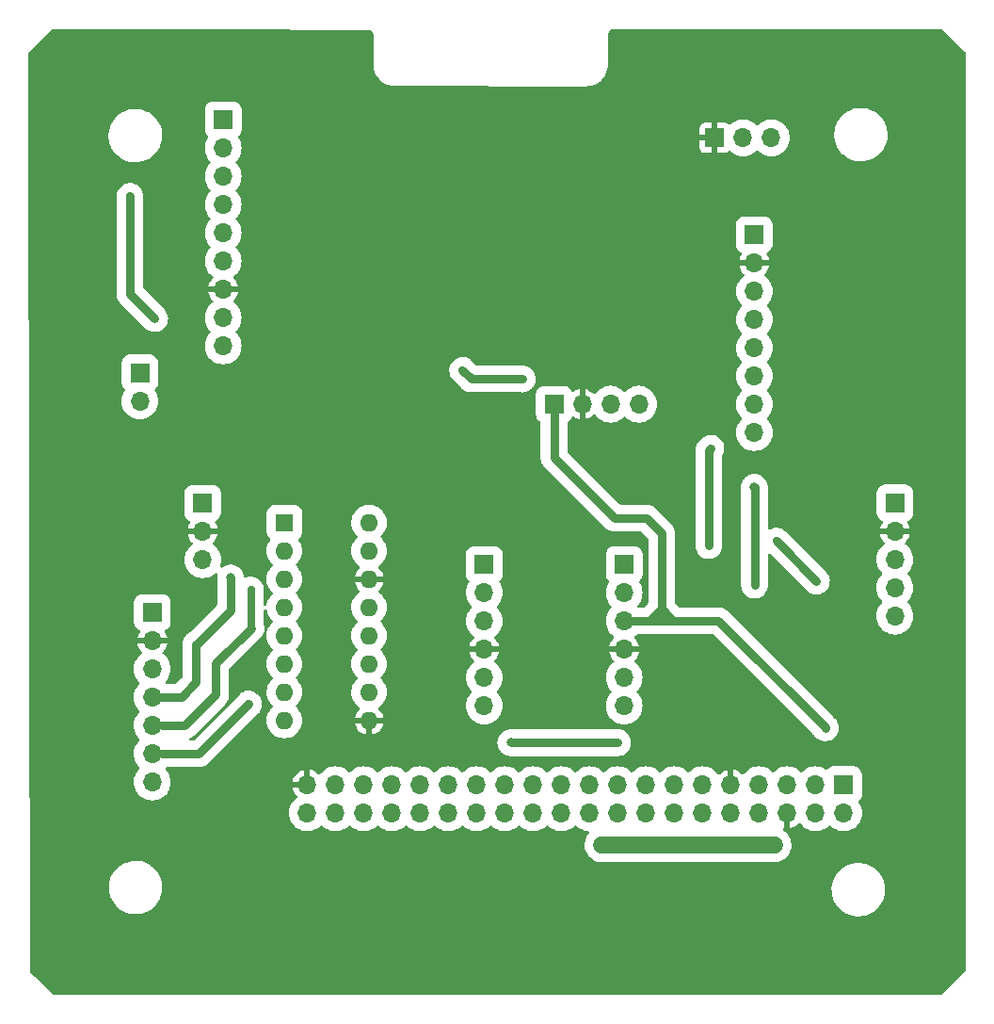
<source format=gbr>
%TF.GenerationSoftware,KiCad,Pcbnew,(6.0.7)*%
%TF.CreationDate,2023-02-22T21:26:53+03:00*%
%TF.ProjectId,Omarichet Sensor Shield 1.3,4f6d6172-6963-4686-9574-2053656e736f,rev?*%
%TF.SameCoordinates,Original*%
%TF.FileFunction,Copper,L2,Bot*%
%TF.FilePolarity,Positive*%
%FSLAX46Y46*%
G04 Gerber Fmt 4.6, Leading zero omitted, Abs format (unit mm)*
G04 Created by KiCad (PCBNEW (6.0.7)) date 2023-02-22 21:26:53*
%MOMM*%
%LPD*%
G01*
G04 APERTURE LIST*
%TA.AperFunction,ComponentPad*%
%ADD10R,1.600000X1.600000*%
%TD*%
%TA.AperFunction,ComponentPad*%
%ADD11O,1.600000X1.600000*%
%TD*%
%TA.AperFunction,ComponentPad*%
%ADD12R,1.700000X1.700000*%
%TD*%
%TA.AperFunction,ComponentPad*%
%ADD13O,1.700000X1.700000*%
%TD*%
%TA.AperFunction,ViaPad*%
%ADD14C,0.700000*%
%TD*%
%TA.AperFunction,ViaPad*%
%ADD15C,0.800000*%
%TD*%
%TA.AperFunction,Conductor*%
%ADD16C,1.500000*%
%TD*%
%TA.AperFunction,Conductor*%
%ADD17C,0.800000*%
%TD*%
%TA.AperFunction,Conductor*%
%ADD18C,0.700000*%
%TD*%
G04 APERTURE END LIST*
D10*
%TO.P,U1,1,CH0*%
%TO.N,CH0*%
X109356000Y-106441000D03*
D11*
%TO.P,U1,2,CH1*%
%TO.N,CH1*%
X109356000Y-108981000D03*
%TO.P,U1,3,CH2*%
%TO.N,CH2*%
X109356000Y-111521000D03*
%TO.P,U1,4,CH3*%
%TO.N,CH3*%
X109356000Y-114061000D03*
%TO.P,U1,5,CH4*%
%TO.N,CH4*%
X109356000Y-116601000D03*
%TO.P,U1,6,CH5*%
%TO.N,CH5*%
X109356000Y-119141000D03*
%TO.P,U1,7,CH6*%
%TO.N,unconnected-(U1-Pad7)*%
X109356000Y-121681000D03*
%TO.P,U1,8,CH7*%
%TO.N,unconnected-(U1-Pad8)*%
X109356000Y-124221000D03*
%TO.P,U1,9,DGND*%
%TO.N,GND*%
X116976000Y-124221000D03*
%TO.P,U1,10,~{CS}/SHDN*%
%TO.N,CS*%
X116976000Y-121681000D03*
%TO.P,U1,11,Din*%
%TO.N,MOSI*%
X116976000Y-119141000D03*
%TO.P,U1,12,Dout*%
%TO.N,MISO*%
X116976000Y-116601000D03*
%TO.P,U1,13,CLK*%
%TO.N,CLK*%
X116976000Y-114061000D03*
%TO.P,U1,14,AGND*%
%TO.N,GND*%
X116976000Y-111521000D03*
%TO.P,U1,15,Vref*%
%TO.N,+5V*%
X116976000Y-108981000D03*
%TO.P,U1,16,Vdd*%
X116976000Y-106441000D03*
%TD*%
D12*
%TO.P,J7,1,Pin_1*%
%TO.N,+5V*%
X102015000Y-104690000D03*
D13*
%TO.P,J7,2,Pin_2*%
%TO.N,GND*%
X102015000Y-107230000D03*
%TO.P,J7,3,Pin_3*%
%TO.N,CH3*%
X102015000Y-109770000D03*
%TD*%
D12*
%TO.P,J1,1,Pin_1*%
%TO.N,+5V*%
X96360000Y-92970000D03*
D13*
%TO.P,J1,2,Pin_2*%
%TO.N,CH0*%
X96360000Y-95510000D03*
%TD*%
D12*
%TO.P,J5,1,Pin_1*%
%TO.N,+3.3V*%
X133610000Y-95795000D03*
D13*
%TO.P,J5,2,Pin_2*%
%TO.N,GND*%
X136150000Y-95795000D03*
%TO.P,J5,3,Pin_3*%
%TO.N,SCL*%
X138690000Y-95795000D03*
%TO.P,J5,4,Pin_4*%
%TO.N,SDA*%
X141230000Y-95795000D03*
%TD*%
D12*
%TO.P,J4,1,Pin_1*%
%TO.N,+3.3V*%
X151625000Y-80565000D03*
D13*
%TO.P,J4,2,Pin_2*%
%TO.N,GND*%
X151625000Y-83105000D03*
%TO.P,J4,3,Pin_3*%
%TO.N,SCL*%
X151625000Y-85645000D03*
%TO.P,J4,4,Pin_4*%
%TO.N,SDA*%
X151625000Y-88185000D03*
%TO.P,J4,5,Pin_5*%
%TO.N,unconnected-(J4-Pad5)*%
X151625000Y-90725000D03*
%TO.P,J4,6,Pin_6*%
%TO.N,unconnected-(J4-Pad6)*%
X151625000Y-93265000D03*
%TO.P,J4,7,Pin_7*%
%TO.N,ADO*%
X151625000Y-95805000D03*
%TO.P,J4,8,Pin_8*%
%TO.N,INT*%
X151625000Y-98345000D03*
%TD*%
D12*
%TO.P,J2,1,Pin_1*%
%TO.N,GND*%
X148080000Y-71850000D03*
D13*
%TO.P,J2,2,Pin_2*%
%TO.N,DHTOUT*%
X150620000Y-71850000D03*
%TO.P,J2,3,Pin_3*%
%TO.N,+3.3V*%
X153160000Y-71850000D03*
%TD*%
D12*
%TO.P,J10,1,Pin_1*%
%TO.N,TXI_CLK*%
X139925000Y-110205000D03*
D13*
%TO.P,J10,2,Pin_2*%
%TO.N,RXO_MISO*%
X139925000Y-112745000D03*
%TO.P,J10,3,Pin_3*%
%TO.N,+3.3V*%
X139925000Y-115285000D03*
%TO.P,J10,4,Pin_4*%
%TO.N,GND*%
X139925000Y-117825000D03*
%TO.P,J10,5,Pin_5*%
%TO.N,RXO1_MOSI*%
X139925000Y-120365000D03*
%TO.P,J10,6,Pin_6*%
%TO.N,TXI1_CS*%
X139925000Y-122905000D03*
%TD*%
D12*
%TO.P,J3,1,Pin_1*%
%TO.N,+3.3V*%
X164275000Y-104680000D03*
D13*
%TO.P,J3,2,Pin_2*%
%TO.N,GND*%
X164275000Y-107220000D03*
%TO.P,J3,3,Pin_3*%
%TO.N,SCL*%
X164275000Y-109760000D03*
%TO.P,J3,4,Pin_4*%
%TO.N,SDA*%
X164275000Y-112300000D03*
%TO.P,J3,5,Pin_5*%
%TO.N,unconnected-(J3-Pad5)*%
X164275000Y-114840000D03*
%TD*%
D12*
%TO.P,J8,1,Pin_1*%
%TO.N,CLK*%
X127340000Y-110210000D03*
D13*
%TO.P,J8,2,Pin_2*%
%TO.N,MISO*%
X127340000Y-112750000D03*
%TO.P,J8,3,Pin_3*%
%TO.N,+5V*%
X127340000Y-115290000D03*
%TO.P,J8,4,Pin_4*%
%TO.N,GND*%
X127340000Y-117830000D03*
%TO.P,J8,5,Pin_5*%
%TO.N,MOSI*%
X127340000Y-120370000D03*
%TO.P,J8,6,Pin_6*%
%TO.N,CS*%
X127340000Y-122910000D03*
%TD*%
D12*
%TO.P,J6,1,Pin_1*%
%TO.N,unconnected-(J6-Pad1)*%
X103855000Y-70230000D03*
D13*
%TO.P,J6,2,Pin_2*%
%TO.N,/EN*%
X103855000Y-72770000D03*
%TO.P,J6,3,Pin_3*%
%TO.N,unconnected-(J6-Pad3)*%
X103855000Y-75310000D03*
%TO.P,J6,4,Pin_4*%
%TO.N,unconnected-(J6-Pad4)*%
X103855000Y-77850000D03*
%TO.P,J6,5,Pin_5*%
%TO.N,TX*%
X103855000Y-80390000D03*
%TO.P,J6,6,Pin_6*%
%TO.N,RX*%
X103855000Y-82930000D03*
%TO.P,J6,7,Pin_7*%
%TO.N,GND*%
X103855000Y-85470000D03*
%TO.P,J6,8,Pin_8*%
%TO.N,+3.3V*%
X103855000Y-88010000D03*
%TO.P,J6,9,Pin_9*%
%TO.N,PPS*%
X103855000Y-90550000D03*
%TD*%
D12*
%TO.P,J11,1,Pin_1*%
%TO.N,+5V*%
X97475000Y-114510000D03*
D13*
%TO.P,J11,2,Pin_2*%
%TO.N,GND*%
X97475000Y-117050000D03*
%TO.P,J11,3,Pin_3*%
%TO.N,unconnected-(J11-Pad3)*%
X97475000Y-119590000D03*
%TO.P,J11,4,Pin_4*%
%TO.N,CH1*%
X97475000Y-122130000D03*
%TO.P,J11,5,Pin_5*%
%TO.N,CH2*%
X97475000Y-124670000D03*
%TO.P,J11,6,Pin_6*%
%TO.N,CH5*%
X97475000Y-127210000D03*
%TO.P,J11,7,Pin_7*%
%TO.N,CH4*%
X97475000Y-129750000D03*
%TD*%
D12*
%TO.P,J9,1,Pin_1*%
%TO.N,+3.3V*%
X159670000Y-129990000D03*
D13*
%TO.P,J9,2,Pin_2*%
%TO.N,+5V*%
X159670000Y-132530000D03*
%TO.P,J9,3,Pin_3*%
%TO.N,SDA*%
X157130000Y-129990000D03*
%TO.P,J9,4,Pin_4*%
%TO.N,unconnected-(J9-Pad4)*%
X157130000Y-132530000D03*
%TO.P,J9,5,Pin_5*%
%TO.N,SCL*%
X154590000Y-129990000D03*
%TO.P,J9,6,Pin_6*%
%TO.N,GND*%
X154590000Y-132530000D03*
%TO.P,J9,7,Pin_7*%
%TO.N,unconnected-(J9-Pad7)*%
X152050000Y-129990000D03*
%TO.P,J9,8,Pin_8*%
%TO.N,TX*%
X152050000Y-132530000D03*
%TO.P,J9,9,Pin_9*%
%TO.N,GND*%
X149510000Y-129990000D03*
%TO.P,J9,10,Pin_10*%
%TO.N,RX*%
X149510000Y-132530000D03*
%TO.P,J9,11,Pin_11*%
%TO.N,INT*%
X146970000Y-129990000D03*
%TO.P,J9,12,Pin_12*%
%TO.N,unconnected-(J9-Pad12)*%
X146970000Y-132530000D03*
%TO.P,J9,13,Pin_13*%
%TO.N,ADO*%
X144430000Y-129990000D03*
%TO.P,J9,14,Pin_14*%
%TO.N,unconnected-(J9-Pad14)*%
X144430000Y-132530000D03*
%TO.P,J9,15,Pin_15*%
%TO.N,DHTOUT*%
X141890000Y-129990000D03*
%TO.P,J9,16,Pin_16*%
%TO.N,PPS*%
X141890000Y-132530000D03*
%TO.P,J9,17,Pin_17*%
%TO.N,unconnected-(J9-Pad17)*%
X139350000Y-129990000D03*
%TO.P,J9,18,Pin_18*%
%TO.N,unconnected-(J9-Pad18)*%
X139350000Y-132530000D03*
%TO.P,J9,19,Pin_19*%
%TO.N,RXO1_MOSI*%
X136810000Y-129990000D03*
%TO.P,J9,20,Pin_20*%
%TO.N,unconnected-(J9-Pad20)*%
X136810000Y-132530000D03*
%TO.P,J9,21,Pin_21*%
%TO.N,RXO_MISO*%
X134270000Y-129990000D03*
%TO.P,J9,22,Pin_22*%
%TO.N,unconnected-(J9-Pad22)*%
X134270000Y-132530000D03*
%TO.P,J9,23,Pin_23*%
%TO.N,TXI_CLK*%
X131730000Y-129990000D03*
%TO.P,J9,24,Pin_24*%
%TO.N,unconnected-(J9-Pad24)*%
X131730000Y-132530000D03*
%TO.P,J9,25,Pin_25*%
%TO.N,unconnected-(J9-Pad25)*%
X129190000Y-129990000D03*
%TO.P,J9,26,Pin_26*%
%TO.N,unconnected-(J9-Pad26)*%
X129190000Y-132530000D03*
%TO.P,J9,27,Pin_27*%
%TO.N,unconnected-(J9-Pad27)*%
X126650000Y-129990000D03*
%TO.P,J9,28,Pin_28*%
%TO.N,unconnected-(J9-Pad28)*%
X126650000Y-132530000D03*
%TO.P,J9,29,Pin_29*%
%TO.N,OE*%
X124110000Y-129990000D03*
%TO.P,J9,30,Pin_30*%
%TO.N,unconnected-(J9-Pad30)*%
X124110000Y-132530000D03*
%TO.P,J9,31,Pin_31*%
%TO.N,unconnected-(J9-Pad31)*%
X121570000Y-129990000D03*
%TO.P,J9,32,Pin_32*%
%TO.N,unconnected-(J9-Pad32)*%
X121570000Y-132530000D03*
%TO.P,J9,33,Pin_33*%
%TO.N,unconnected-(J9-Pad33)*%
X119030000Y-129990000D03*
%TO.P,J9,34,Pin_34*%
%TO.N,unconnected-(J9-Pad34)*%
X119030000Y-132530000D03*
%TO.P,J9,35,Pin_35*%
%TO.N,unconnected-(J9-Pad35)*%
X116490000Y-129990000D03*
%TO.P,J9,36,Pin_36*%
%TO.N,unconnected-(J9-Pad36)*%
X116490000Y-132530000D03*
%TO.P,J9,37,Pin_37*%
%TO.N,TXI1_CS*%
X113950000Y-129990000D03*
%TO.P,J9,38,Pin_38*%
%TO.N,unconnected-(J9-Pad38)*%
X113950000Y-132530000D03*
%TO.P,J9,39,Pin_39*%
%TO.N,GND*%
X111410000Y-129990000D03*
%TO.P,J9,40,Pin_40*%
%TO.N,unconnected-(J9-Pad40)*%
X111410000Y-132530000D03*
%TD*%
D14*
%TO.N,+5V*%
X153419500Y-135410000D03*
X137880000Y-135380000D03*
%TO.N,GND*%
X98950000Y-107215000D03*
X120170000Y-125110000D03*
X164490000Y-91370000D03*
X120300000Y-109960000D03*
X96370000Y-103110000D03*
X122290000Y-104210000D03*
%TO.N,+3.3V*%
X97690000Y-88100000D03*
X158000000Y-124890000D03*
X95470000Y-77110000D03*
X130750000Y-93520000D03*
X125390000Y-92750000D03*
%TO.N,SDA*%
X157220000Y-111690000D03*
X153600000Y-108080000D03*
%TO.N,ADO*%
X147720000Y-99760000D03*
X147530000Y-108500000D03*
D15*
%TO.N,INT*%
X151630000Y-103260000D03*
D14*
X151640000Y-112050000D03*
D15*
%TO.N,TXI1_CS*%
X129720000Y-126220000D03*
D14*
X139330000Y-126220000D03*
D15*
%TO.N,CH1*%
X104510000Y-111410000D03*
D14*
%TO.N,CH2*%
X106370000Y-112445500D03*
%TO.N,CH5*%
X106130000Y-122750000D03*
%TD*%
D16*
%TO.N,+5V*%
X137922000Y-135400000D02*
X153409500Y-135400000D01*
D17*
X137922000Y-135400000D02*
X137900000Y-135400000D01*
X137900000Y-135400000D02*
X137880000Y-135380000D01*
D16*
X153409500Y-135400000D02*
X153419500Y-135410000D01*
D17*
%TO.N,+3.3V*%
X130740000Y-93530000D02*
X126170000Y-93530000D01*
X139060000Y-106030000D02*
X133610000Y-100580000D01*
X126170000Y-93530000D02*
X125390000Y-92750000D01*
X143280000Y-115230500D02*
X143280000Y-113720000D01*
X143225500Y-115285000D02*
X143270500Y-115240000D01*
X95470000Y-77110000D02*
X95470000Y-85880000D01*
X143280000Y-107380000D02*
X141930000Y-106030000D01*
X158000000Y-124840000D02*
X148400000Y-115240000D01*
X158000000Y-124890000D02*
X158000000Y-124840000D01*
X143280000Y-114170000D02*
X142165000Y-115285000D01*
X142165000Y-115285000D02*
X143225500Y-115285000D01*
X139925000Y-115285000D02*
X142165000Y-115285000D01*
X143280000Y-113720000D02*
X143280000Y-107380000D01*
X143280000Y-114170000D02*
X144350000Y-115240000D01*
X148400000Y-115240000D02*
X144550000Y-115240000D01*
X143280000Y-113720000D02*
X143280000Y-114170000D01*
X95470000Y-85880000D02*
X97690000Y-88100000D01*
X141930000Y-106030000D02*
X139060000Y-106030000D01*
X144350000Y-115240000D02*
X144550000Y-115240000D01*
X143270500Y-115240000D02*
X143280000Y-115230500D01*
X130750000Y-93520000D02*
X130740000Y-93530000D01*
X133610000Y-100580000D02*
X133610000Y-95795000D01*
X144550000Y-115240000D02*
X143270500Y-115240000D01*
%TO.N,SDA*%
X153630000Y-108100000D02*
X157220000Y-111690000D01*
%TO.N,ADO*%
X147720000Y-99760000D02*
X147530000Y-99950000D01*
X147530000Y-99950000D02*
X147530000Y-108500000D01*
%TO.N,INT*%
X151640000Y-103270000D02*
X151640000Y-112050000D01*
X151630000Y-103260000D02*
X151640000Y-103270000D01*
%TO.N,TXI1_CS*%
X129720000Y-126220000D02*
X139330000Y-126220000D01*
%TO.N,CH1*%
X104510000Y-114330000D02*
X101470000Y-117370000D01*
X101390000Y-120770000D02*
X101430000Y-120810000D01*
X100110000Y-122130000D02*
X97475000Y-122130000D01*
X101390000Y-117370000D02*
X101390000Y-120770000D01*
X104510000Y-111410000D02*
X104510000Y-114330000D01*
X101430000Y-120810000D02*
X100110000Y-122130000D01*
X101470000Y-117370000D02*
X101390000Y-117370000D01*
D18*
%TO.N,CH2*%
X106370000Y-112445500D02*
X106370000Y-115910000D01*
D17*
X100400000Y-124680000D02*
X98340000Y-124680000D01*
X103170000Y-119110000D02*
X103170000Y-121910000D01*
X103170000Y-121910000D02*
X100400000Y-124680000D01*
X106370000Y-115910000D02*
X103170000Y-119110000D01*
%TO.N,CH5*%
X101660000Y-127220000D02*
X106130000Y-122750000D01*
X98340000Y-127220000D02*
X101660000Y-127220000D01*
%TD*%
%TA.AperFunction,Conductor*%
%TO.N,GND*%
G36*
X168469479Y-62068413D02*
G01*
X168537593Y-62088438D01*
X168557968Y-62104757D01*
X170574254Y-64095733D01*
X170608672Y-64157829D01*
X170611723Y-64185283D01*
X170641933Y-100000604D01*
X170677205Y-141817146D01*
X170681272Y-146639259D01*
X170661327Y-146707396D01*
X170642429Y-146730357D01*
X168412271Y-148866523D01*
X168349241Y-148899199D01*
X168325130Y-148901531D01*
X135925304Y-148905573D01*
X88670505Y-148911468D01*
X88602383Y-148891474D01*
X88581948Y-148875113D01*
X86940637Y-147253982D01*
X86515414Y-146833988D01*
X86481005Y-146771887D01*
X86477957Y-146744601D01*
X86477852Y-146693108D01*
X86462350Y-139129271D01*
X93576668Y-139129271D01*
X93576755Y-139133273D01*
X93576755Y-139133280D01*
X93583261Y-139431448D01*
X93583349Y-139435465D01*
X93628883Y-139738330D01*
X93629979Y-139742190D01*
X93629980Y-139742195D01*
X93654684Y-139829207D01*
X93712531Y-140032953D01*
X93832937Y-140314560D01*
X93988149Y-140578585D01*
X94175651Y-140820747D01*
X94392404Y-141037122D01*
X94395585Y-141039576D01*
X94395586Y-141039577D01*
X94631701Y-141221739D01*
X94631705Y-141221742D01*
X94634894Y-141224202D01*
X94638373Y-141226239D01*
X94815179Y-141329763D01*
X94899189Y-141378953D01*
X94902874Y-141380521D01*
X94902878Y-141380523D01*
X94986817Y-141416239D01*
X95181006Y-141498867D01*
X95475775Y-141582001D01*
X95696338Y-141614768D01*
X95775419Y-141626516D01*
X95775421Y-141626516D01*
X95778718Y-141627006D01*
X95782049Y-141627146D01*
X95782053Y-141627146D01*
X95818737Y-141628683D01*
X95862084Y-141630500D01*
X96057474Y-141630500D01*
X96180915Y-141622626D01*
X96281639Y-141616201D01*
X96281644Y-141616200D01*
X96285647Y-141615945D01*
X96289584Y-141615183D01*
X96289586Y-141615183D01*
X96582401Y-141558530D01*
X96582405Y-141558529D01*
X96586338Y-141557768D01*
X96877200Y-141461856D01*
X97153518Y-141329763D01*
X97308679Y-141229577D01*
X97407439Y-141165809D01*
X97407440Y-141165808D01*
X97410812Y-141163631D01*
X97644910Y-140966152D01*
X97826265Y-140768585D01*
X97849304Y-140743487D01*
X97849306Y-140743485D01*
X97852019Y-140740529D01*
X98028780Y-140490418D01*
X98172328Y-140219874D01*
X98207313Y-140127044D01*
X98278919Y-139937044D01*
X98278921Y-139937038D01*
X98280336Y-139933283D01*
X98294649Y-139872969D01*
X98350124Y-139639207D01*
X98350125Y-139639202D01*
X98351053Y-139635291D01*
X98383332Y-139330729D01*
X98383170Y-139323280D01*
X98383083Y-139319271D01*
X158576668Y-139319271D01*
X158576755Y-139323273D01*
X158576755Y-139323280D01*
X158583261Y-139621448D01*
X158583349Y-139625465D01*
X158628883Y-139928330D01*
X158712531Y-140222953D01*
X158832937Y-140504560D01*
X158988149Y-140768585D01*
X159175651Y-141010747D01*
X159392404Y-141227122D01*
X159395585Y-141229576D01*
X159395586Y-141229577D01*
X159631701Y-141411739D01*
X159631705Y-141411742D01*
X159634894Y-141414202D01*
X159638373Y-141416239D01*
X159881388Y-141558530D01*
X159899189Y-141568953D01*
X159902874Y-141570521D01*
X159902878Y-141570523D01*
X160007837Y-141615183D01*
X160181006Y-141688867D01*
X160475775Y-141772001D01*
X160696337Y-141804768D01*
X160775419Y-141816516D01*
X160775421Y-141816516D01*
X160778718Y-141817006D01*
X160782049Y-141817146D01*
X160782053Y-141817146D01*
X160818737Y-141818683D01*
X160862084Y-141820500D01*
X161057474Y-141820500D01*
X161180915Y-141812626D01*
X161281639Y-141806201D01*
X161281644Y-141806200D01*
X161285647Y-141805945D01*
X161289584Y-141805183D01*
X161289586Y-141805183D01*
X161582401Y-141748530D01*
X161582405Y-141748529D01*
X161586338Y-141747768D01*
X161877200Y-141651856D01*
X162153518Y-141519763D01*
X162320818Y-141411739D01*
X162407439Y-141355809D01*
X162407440Y-141355808D01*
X162410812Y-141353631D01*
X162441686Y-141327587D01*
X162641849Y-141158734D01*
X162644910Y-141156152D01*
X162852019Y-140930529D01*
X163028780Y-140680418D01*
X163172328Y-140409874D01*
X163242596Y-140223423D01*
X163278919Y-140127044D01*
X163278921Y-140127038D01*
X163280336Y-140123283D01*
X163325425Y-139933283D01*
X163350124Y-139829207D01*
X163350125Y-139829202D01*
X163351053Y-139825291D01*
X163383332Y-139520729D01*
X163381559Y-139439436D01*
X163376739Y-139218552D01*
X163376739Y-139218547D01*
X163376651Y-139214535D01*
X163331117Y-138911670D01*
X163306428Y-138824709D01*
X163248568Y-138620919D01*
X163247469Y-138617047D01*
X163127063Y-138335440D01*
X162971851Y-138071415D01*
X162784349Y-137829253D01*
X162567596Y-137612878D01*
X162564414Y-137610423D01*
X162328299Y-137428261D01*
X162328295Y-137428258D01*
X162325106Y-137425798D01*
X162148538Y-137322413D01*
X162064275Y-137273075D01*
X162064272Y-137273073D01*
X162060811Y-137271047D01*
X162057126Y-137269479D01*
X162057122Y-137269477D01*
X161870051Y-137189878D01*
X161778994Y-137151133D01*
X161484225Y-137067999D01*
X161254014Y-137033799D01*
X161184581Y-137023484D01*
X161184579Y-137023484D01*
X161181282Y-137022994D01*
X161177951Y-137022854D01*
X161177947Y-137022854D01*
X161141263Y-137021317D01*
X161097916Y-137019500D01*
X160902526Y-137019500D01*
X160779085Y-137027374D01*
X160678361Y-137033799D01*
X160678356Y-137033800D01*
X160674353Y-137034055D01*
X160670416Y-137034817D01*
X160670414Y-137034817D01*
X160377599Y-137091470D01*
X160377595Y-137091471D01*
X160373662Y-137092232D01*
X160082800Y-137188144D01*
X159806482Y-137320237D01*
X159803112Y-137322413D01*
X159647519Y-137422878D01*
X159549188Y-137486369D01*
X159315090Y-137683848D01*
X159184226Y-137826410D01*
X159130560Y-137884874D01*
X159107981Y-137909471D01*
X158931220Y-138159582D01*
X158787672Y-138430126D01*
X158786257Y-138433882D01*
X158786256Y-138433883D01*
X158715768Y-138620919D01*
X158679664Y-138716717D01*
X158678735Y-138720632D01*
X158634317Y-138907805D01*
X158608947Y-139014709D01*
X158576668Y-139319271D01*
X98383083Y-139319271D01*
X98376739Y-139028552D01*
X98376739Y-139028547D01*
X98376651Y-139024535D01*
X98331117Y-138721670D01*
X98247469Y-138427047D01*
X98127063Y-138145440D01*
X97971851Y-137881415D01*
X97784349Y-137639253D01*
X97567596Y-137422878D01*
X97437375Y-137322413D01*
X97328299Y-137238261D01*
X97328295Y-137238258D01*
X97325106Y-137235798D01*
X97288834Y-137214560D01*
X97064275Y-137083075D01*
X97064272Y-137083073D01*
X97060811Y-137081047D01*
X97057126Y-137079479D01*
X97057122Y-137079477D01*
X96870051Y-136999878D01*
X96778994Y-136961133D01*
X96484225Y-136877999D01*
X96254014Y-136843799D01*
X96184581Y-136833484D01*
X96184579Y-136833484D01*
X96181282Y-136832994D01*
X96177951Y-136832854D01*
X96177947Y-136832854D01*
X96141263Y-136831317D01*
X96097916Y-136829500D01*
X95902526Y-136829500D01*
X95779085Y-136837374D01*
X95678361Y-136843799D01*
X95678356Y-136843800D01*
X95674353Y-136844055D01*
X95670416Y-136844817D01*
X95670414Y-136844817D01*
X95377599Y-136901470D01*
X95377595Y-136901471D01*
X95373662Y-136902232D01*
X95082800Y-136998144D01*
X94806482Y-137130237D01*
X94803112Y-137132413D01*
X94590837Y-137269477D01*
X94549188Y-137296369D01*
X94546123Y-137298954D01*
X94546121Y-137298956D01*
X94415533Y-137409117D01*
X94315090Y-137493848D01*
X94107981Y-137719471D01*
X93931220Y-137969582D01*
X93787672Y-138240126D01*
X93786257Y-138243882D01*
X93786256Y-138243883D01*
X93715768Y-138430919D01*
X93679664Y-138526717D01*
X93678735Y-138530632D01*
X93634317Y-138717805D01*
X93608947Y-138824709D01*
X93576668Y-139129271D01*
X86462350Y-139129271D01*
X86448825Y-132530000D01*
X109754396Y-132530000D01*
X109774779Y-132788994D01*
X109775933Y-132793801D01*
X109775934Y-132793807D01*
X109814220Y-132953276D01*
X109835427Y-133041610D01*
X109934846Y-133281628D01*
X110070588Y-133503140D01*
X110239311Y-133700689D01*
X110436860Y-133869412D01*
X110658372Y-134005154D01*
X110662942Y-134007047D01*
X110662946Y-134007049D01*
X110893817Y-134102679D01*
X110898390Y-134104573D01*
X110986724Y-134125780D01*
X111146193Y-134164066D01*
X111146199Y-134164067D01*
X111151006Y-134165221D01*
X111410000Y-134185604D01*
X111668994Y-134165221D01*
X111673801Y-134164067D01*
X111673807Y-134164066D01*
X111833276Y-134125780D01*
X111921610Y-134104573D01*
X111926183Y-134102679D01*
X112157054Y-134007049D01*
X112157058Y-134007047D01*
X112161628Y-134005154D01*
X112383140Y-133869412D01*
X112580689Y-133700689D01*
X112583897Y-133696933D01*
X112583902Y-133696928D01*
X112584189Y-133696592D01*
X112584330Y-133696500D01*
X112587405Y-133693425D01*
X112588051Y-133694071D01*
X112643639Y-133657783D01*
X112714634Y-133657275D01*
X112771925Y-133694095D01*
X112772595Y-133693425D01*
X112775674Y-133696504D01*
X112775811Y-133696592D01*
X112776098Y-133696928D01*
X112776103Y-133696933D01*
X112779311Y-133700689D01*
X112976860Y-133869412D01*
X113198372Y-134005154D01*
X113202942Y-134007047D01*
X113202946Y-134007049D01*
X113433817Y-134102679D01*
X113438390Y-134104573D01*
X113526724Y-134125780D01*
X113686193Y-134164066D01*
X113686199Y-134164067D01*
X113691006Y-134165221D01*
X113950000Y-134185604D01*
X114208994Y-134165221D01*
X114213801Y-134164067D01*
X114213807Y-134164066D01*
X114373276Y-134125780D01*
X114461610Y-134104573D01*
X114466183Y-134102679D01*
X114697054Y-134007049D01*
X114697058Y-134007047D01*
X114701628Y-134005154D01*
X114923140Y-133869412D01*
X115120689Y-133700689D01*
X115123897Y-133696933D01*
X115123902Y-133696928D01*
X115124189Y-133696592D01*
X115124330Y-133696500D01*
X115127405Y-133693425D01*
X115128051Y-133694071D01*
X115183639Y-133657783D01*
X115254634Y-133657275D01*
X115311925Y-133694095D01*
X115312595Y-133693425D01*
X115315674Y-133696504D01*
X115315811Y-133696592D01*
X115316098Y-133696928D01*
X115316103Y-133696933D01*
X115319311Y-133700689D01*
X115516860Y-133869412D01*
X115738372Y-134005154D01*
X115742942Y-134007047D01*
X115742946Y-134007049D01*
X115973817Y-134102679D01*
X115978390Y-134104573D01*
X116066724Y-134125780D01*
X116226193Y-134164066D01*
X116226199Y-134164067D01*
X116231006Y-134165221D01*
X116490000Y-134185604D01*
X116748994Y-134165221D01*
X116753801Y-134164067D01*
X116753807Y-134164066D01*
X116913276Y-134125780D01*
X117001610Y-134104573D01*
X117006183Y-134102679D01*
X117237054Y-134007049D01*
X117237058Y-134007047D01*
X117241628Y-134005154D01*
X117463140Y-133869412D01*
X117660689Y-133700689D01*
X117663897Y-133696933D01*
X117663902Y-133696928D01*
X117664189Y-133696592D01*
X117664330Y-133696500D01*
X117667405Y-133693425D01*
X117668051Y-133694071D01*
X117723639Y-133657783D01*
X117794634Y-133657275D01*
X117851925Y-133694095D01*
X117852595Y-133693425D01*
X117855674Y-133696504D01*
X117855811Y-133696592D01*
X117856098Y-133696928D01*
X117856103Y-133696933D01*
X117859311Y-133700689D01*
X118056860Y-133869412D01*
X118278372Y-134005154D01*
X118282942Y-134007047D01*
X118282946Y-134007049D01*
X118513817Y-134102679D01*
X118518390Y-134104573D01*
X118606724Y-134125780D01*
X118766193Y-134164066D01*
X118766199Y-134164067D01*
X118771006Y-134165221D01*
X119030000Y-134185604D01*
X119288994Y-134165221D01*
X119293801Y-134164067D01*
X119293807Y-134164066D01*
X119453276Y-134125780D01*
X119541610Y-134104573D01*
X119546183Y-134102679D01*
X119777054Y-134007049D01*
X119777058Y-134007047D01*
X119781628Y-134005154D01*
X120003140Y-133869412D01*
X120200689Y-133700689D01*
X120203897Y-133696933D01*
X120203902Y-133696928D01*
X120204189Y-133696592D01*
X120204330Y-133696500D01*
X120207405Y-133693425D01*
X120208051Y-133694071D01*
X120263639Y-133657783D01*
X120334634Y-133657275D01*
X120391925Y-133694095D01*
X120392595Y-133693425D01*
X120395674Y-133696504D01*
X120395811Y-133696592D01*
X120396098Y-133696928D01*
X120396103Y-133696933D01*
X120399311Y-133700689D01*
X120596860Y-133869412D01*
X120818372Y-134005154D01*
X120822942Y-134007047D01*
X120822946Y-134007049D01*
X121053817Y-134102679D01*
X121058390Y-134104573D01*
X121146724Y-134125780D01*
X121306193Y-134164066D01*
X121306199Y-134164067D01*
X121311006Y-134165221D01*
X121570000Y-134185604D01*
X121828994Y-134165221D01*
X121833801Y-134164067D01*
X121833807Y-134164066D01*
X121993276Y-134125780D01*
X122081610Y-134104573D01*
X122086183Y-134102679D01*
X122317054Y-134007049D01*
X122317058Y-134007047D01*
X122321628Y-134005154D01*
X122543140Y-133869412D01*
X122740689Y-133700689D01*
X122743897Y-133696933D01*
X122743902Y-133696928D01*
X122744189Y-133696592D01*
X122744330Y-133696500D01*
X122747405Y-133693425D01*
X122748051Y-133694071D01*
X122803639Y-133657783D01*
X122874634Y-133657275D01*
X122931925Y-133694095D01*
X122932595Y-133693425D01*
X122935674Y-133696504D01*
X122935811Y-133696592D01*
X122936098Y-133696928D01*
X122936103Y-133696933D01*
X122939311Y-133700689D01*
X123136860Y-133869412D01*
X123358372Y-134005154D01*
X123362942Y-134007047D01*
X123362946Y-134007049D01*
X123593817Y-134102679D01*
X123598390Y-134104573D01*
X123686724Y-134125780D01*
X123846193Y-134164066D01*
X123846199Y-134164067D01*
X123851006Y-134165221D01*
X124110000Y-134185604D01*
X124368994Y-134165221D01*
X124373801Y-134164067D01*
X124373807Y-134164066D01*
X124533276Y-134125780D01*
X124621610Y-134104573D01*
X124626183Y-134102679D01*
X124857054Y-134007049D01*
X124857058Y-134007047D01*
X124861628Y-134005154D01*
X125083140Y-133869412D01*
X125280689Y-133700689D01*
X125283897Y-133696933D01*
X125283902Y-133696928D01*
X125284189Y-133696592D01*
X125284330Y-133696500D01*
X125287405Y-133693425D01*
X125288051Y-133694071D01*
X125343639Y-133657783D01*
X125414634Y-133657275D01*
X125471925Y-133694095D01*
X125472595Y-133693425D01*
X125475674Y-133696504D01*
X125475811Y-133696592D01*
X125476098Y-133696928D01*
X125476103Y-133696933D01*
X125479311Y-133700689D01*
X125676860Y-133869412D01*
X125898372Y-134005154D01*
X125902942Y-134007047D01*
X125902946Y-134007049D01*
X126133817Y-134102679D01*
X126138390Y-134104573D01*
X126226724Y-134125780D01*
X126386193Y-134164066D01*
X126386199Y-134164067D01*
X126391006Y-134165221D01*
X126650000Y-134185604D01*
X126908994Y-134165221D01*
X126913801Y-134164067D01*
X126913807Y-134164066D01*
X127073276Y-134125780D01*
X127161610Y-134104573D01*
X127166183Y-134102679D01*
X127397054Y-134007049D01*
X127397058Y-134007047D01*
X127401628Y-134005154D01*
X127623140Y-133869412D01*
X127820689Y-133700689D01*
X127823897Y-133696933D01*
X127823902Y-133696928D01*
X127824189Y-133696592D01*
X127824330Y-133696500D01*
X127827405Y-133693425D01*
X127828051Y-133694071D01*
X127883639Y-133657783D01*
X127954634Y-133657275D01*
X128011925Y-133694095D01*
X128012595Y-133693425D01*
X128015674Y-133696504D01*
X128015811Y-133696592D01*
X128016098Y-133696928D01*
X128016103Y-133696933D01*
X128019311Y-133700689D01*
X128216860Y-133869412D01*
X128438372Y-134005154D01*
X128442942Y-134007047D01*
X128442946Y-134007049D01*
X128673817Y-134102679D01*
X128678390Y-134104573D01*
X128766724Y-134125780D01*
X128926193Y-134164066D01*
X128926199Y-134164067D01*
X128931006Y-134165221D01*
X129190000Y-134185604D01*
X129448994Y-134165221D01*
X129453801Y-134164067D01*
X129453807Y-134164066D01*
X129613276Y-134125780D01*
X129701610Y-134104573D01*
X129706183Y-134102679D01*
X129937054Y-134007049D01*
X129937058Y-134007047D01*
X129941628Y-134005154D01*
X130163140Y-133869412D01*
X130360689Y-133700689D01*
X130363897Y-133696933D01*
X130363902Y-133696928D01*
X130364189Y-133696592D01*
X130364330Y-133696500D01*
X130367405Y-133693425D01*
X130368051Y-133694071D01*
X130423639Y-133657783D01*
X130494634Y-133657275D01*
X130551925Y-133694095D01*
X130552595Y-133693425D01*
X130555674Y-133696504D01*
X130555811Y-133696592D01*
X130556098Y-133696928D01*
X130556103Y-133696933D01*
X130559311Y-133700689D01*
X130756860Y-133869412D01*
X130978372Y-134005154D01*
X130982942Y-134007047D01*
X130982946Y-134007049D01*
X131213817Y-134102679D01*
X131218390Y-134104573D01*
X131306724Y-134125780D01*
X131466193Y-134164066D01*
X131466199Y-134164067D01*
X131471006Y-134165221D01*
X131730000Y-134185604D01*
X131988994Y-134165221D01*
X131993801Y-134164067D01*
X131993807Y-134164066D01*
X132153276Y-134125780D01*
X132241610Y-134104573D01*
X132246183Y-134102679D01*
X132477054Y-134007049D01*
X132477058Y-134007047D01*
X132481628Y-134005154D01*
X132703140Y-133869412D01*
X132900689Y-133700689D01*
X132903897Y-133696933D01*
X132903902Y-133696928D01*
X132904189Y-133696592D01*
X132904330Y-133696500D01*
X132907405Y-133693425D01*
X132908051Y-133694071D01*
X132963639Y-133657783D01*
X133034634Y-133657275D01*
X133091925Y-133694095D01*
X133092595Y-133693425D01*
X133095674Y-133696504D01*
X133095811Y-133696592D01*
X133096098Y-133696928D01*
X133096103Y-133696933D01*
X133099311Y-133700689D01*
X133296860Y-133869412D01*
X133518372Y-134005154D01*
X133522942Y-134007047D01*
X133522946Y-134007049D01*
X133753817Y-134102679D01*
X133758390Y-134104573D01*
X133846724Y-134125780D01*
X134006193Y-134164066D01*
X134006199Y-134164067D01*
X134011006Y-134165221D01*
X134270000Y-134185604D01*
X134528994Y-134165221D01*
X134533801Y-134164067D01*
X134533807Y-134164066D01*
X134693276Y-134125780D01*
X134781610Y-134104573D01*
X134786183Y-134102679D01*
X135017054Y-134007049D01*
X135017058Y-134007047D01*
X135021628Y-134005154D01*
X135243140Y-133869412D01*
X135440689Y-133700689D01*
X135443897Y-133696933D01*
X135443902Y-133696928D01*
X135444189Y-133696592D01*
X135444330Y-133696500D01*
X135447405Y-133693425D01*
X135448051Y-133694071D01*
X135503639Y-133657783D01*
X135574634Y-133657275D01*
X135631925Y-133694095D01*
X135632595Y-133693425D01*
X135635674Y-133696504D01*
X135635811Y-133696592D01*
X135636098Y-133696928D01*
X135636103Y-133696933D01*
X135639311Y-133700689D01*
X135836860Y-133869412D01*
X136058372Y-134005154D01*
X136062942Y-134007047D01*
X136062946Y-134007049D01*
X136293817Y-134102679D01*
X136298390Y-134104573D01*
X136386724Y-134125780D01*
X136546193Y-134164066D01*
X136546199Y-134164067D01*
X136551006Y-134165221D01*
X136650980Y-134173089D01*
X136665922Y-134174265D01*
X136732263Y-134199550D01*
X136774403Y-134256688D01*
X136778962Y-134327539D01*
X136753401Y-134379853D01*
X136644666Y-134512230D01*
X136519160Y-134727872D01*
X136429745Y-134960805D01*
X136428712Y-134965751D01*
X136428710Y-134965757D01*
X136403529Y-135086293D01*
X136378722Y-135205039D01*
X136367404Y-135454288D01*
X136396081Y-135702140D01*
X136464017Y-135942219D01*
X136569462Y-136168348D01*
X136709706Y-136374710D01*
X136881138Y-136555994D01*
X137079349Y-136707538D01*
X137299239Y-136825443D01*
X137535152Y-136906674D01*
X137663099Y-136928774D01*
X137777107Y-136948467D01*
X137777113Y-136948468D01*
X137781017Y-136949142D01*
X137784978Y-136949322D01*
X137784979Y-136949322D01*
X137809503Y-136950436D01*
X137809522Y-136950436D01*
X137810922Y-136950500D01*
X153207336Y-136950500D01*
X153215247Y-136950749D01*
X153438796Y-136964813D01*
X153446648Y-136965307D01*
X153597665Y-136950500D01*
X153689927Y-136941454D01*
X153689930Y-136941454D01*
X153694963Y-136940960D01*
X153699851Y-136939669D01*
X153699854Y-136939668D01*
X153931301Y-136878516D01*
X153936191Y-136877224D01*
X153940808Y-136875169D01*
X153940812Y-136875167D01*
X154159508Y-136777797D01*
X154159507Y-136777797D01*
X154164126Y-136775741D01*
X154268351Y-136707538D01*
X154368667Y-136641893D01*
X154368670Y-136641891D01*
X154372904Y-136639120D01*
X154463939Y-136555994D01*
X154553417Y-136474290D01*
X154553421Y-136474286D01*
X154557153Y-136470878D01*
X154636697Y-136370519D01*
X154708988Y-136279311D01*
X154708992Y-136279305D01*
X154712133Y-136275342D01*
X154714604Y-136270921D01*
X154831386Y-136061963D01*
X154831387Y-136061961D01*
X154833856Y-136057543D01*
X154919193Y-135823085D01*
X154943224Y-135697110D01*
X154964996Y-135582972D01*
X154965945Y-135577997D01*
X154972912Y-135328589D01*
X154939913Y-135081275D01*
X154867799Y-134842418D01*
X154865577Y-134837862D01*
X154760642Y-134622714D01*
X154760640Y-134622711D01*
X154758422Y-134618163D01*
X154683695Y-134512230D01*
X154616889Y-134417527D01*
X154616887Y-134417525D01*
X154614599Y-134414281D01*
X154594413Y-134392175D01*
X154523270Y-134321032D01*
X154520817Y-134318510D01*
X154453841Y-134247685D01*
X154450362Y-134244006D01*
X154446343Y-134240933D01*
X154446336Y-134240927D01*
X154386131Y-134194897D01*
X154380996Y-134190754D01*
X154323284Y-134141637D01*
X154319428Y-134138355D01*
X154315094Y-134135730D01*
X154290376Y-134120760D01*
X154279129Y-134113088D01*
X154252151Y-134092462D01*
X154251197Y-134091950D01*
X154205513Y-134039094D01*
X154195497Y-133968808D01*
X154225071Y-133904264D01*
X154284846Y-133865955D01*
X154309507Y-133861350D01*
X154332299Y-133859410D01*
X154336000Y-133849065D01*
X154336000Y-132402000D01*
X154356002Y-132333879D01*
X154409658Y-132287386D01*
X154462000Y-132276000D01*
X154718000Y-132276000D01*
X154786121Y-132296002D01*
X154832614Y-132349658D01*
X154844000Y-132402000D01*
X154844000Y-133848517D01*
X154848064Y-133862359D01*
X154861478Y-133864393D01*
X154868184Y-133863534D01*
X154878262Y-133861392D01*
X155082255Y-133800191D01*
X155091842Y-133796433D01*
X155283095Y-133702739D01*
X155291945Y-133697464D01*
X155465328Y-133573792D01*
X155473193Y-133567145D01*
X155581591Y-133459124D01*
X155643962Y-133425208D01*
X155714769Y-133430396D01*
X155771531Y-133473042D01*
X155777963Y-133482539D01*
X155788003Y-133498922D01*
X155790588Y-133503140D01*
X155959311Y-133700689D01*
X156156860Y-133869412D01*
X156378372Y-134005154D01*
X156382942Y-134007047D01*
X156382946Y-134007049D01*
X156613817Y-134102679D01*
X156618390Y-134104573D01*
X156706724Y-134125780D01*
X156866193Y-134164066D01*
X156866199Y-134164067D01*
X156871006Y-134165221D01*
X157130000Y-134185604D01*
X157388994Y-134165221D01*
X157393801Y-134164067D01*
X157393807Y-134164066D01*
X157553276Y-134125780D01*
X157641610Y-134104573D01*
X157646183Y-134102679D01*
X157877054Y-134007049D01*
X157877058Y-134007047D01*
X157881628Y-134005154D01*
X158103140Y-133869412D01*
X158300689Y-133700689D01*
X158303897Y-133696933D01*
X158303902Y-133696928D01*
X158304189Y-133696592D01*
X158304330Y-133696500D01*
X158307405Y-133693425D01*
X158308051Y-133694071D01*
X158363639Y-133657783D01*
X158434634Y-133657275D01*
X158491925Y-133694095D01*
X158492595Y-133693425D01*
X158495674Y-133696504D01*
X158495811Y-133696592D01*
X158496098Y-133696928D01*
X158496103Y-133696933D01*
X158499311Y-133700689D01*
X158696860Y-133869412D01*
X158918372Y-134005154D01*
X158922942Y-134007047D01*
X158922946Y-134007049D01*
X159153817Y-134102679D01*
X159158390Y-134104573D01*
X159246724Y-134125780D01*
X159406193Y-134164066D01*
X159406199Y-134164067D01*
X159411006Y-134165221D01*
X159670000Y-134185604D01*
X159928994Y-134165221D01*
X159933801Y-134164067D01*
X159933807Y-134164066D01*
X160093276Y-134125780D01*
X160181610Y-134104573D01*
X160186183Y-134102679D01*
X160417054Y-134007049D01*
X160417058Y-134007047D01*
X160421628Y-134005154D01*
X160643140Y-133869412D01*
X160840689Y-133700689D01*
X161009412Y-133503140D01*
X161145154Y-133281628D01*
X161244573Y-133041610D01*
X161265780Y-132953276D01*
X161304066Y-132793807D01*
X161304067Y-132793801D01*
X161305221Y-132788994D01*
X161325604Y-132530000D01*
X161305221Y-132271006D01*
X161304067Y-132266199D01*
X161304066Y-132266193D01*
X161245728Y-132023202D01*
X161244573Y-132018390D01*
X161145154Y-131778372D01*
X161033314Y-131595865D01*
X161014776Y-131527331D01*
X161036233Y-131459654D01*
X161062135Y-131431561D01*
X161089620Y-131409620D01*
X161201664Y-131269266D01*
X161206144Y-131260000D01*
X161254152Y-131160689D01*
X161279827Y-131107577D01*
X161294410Y-131044411D01*
X161319026Y-130937788D01*
X161319026Y-130937785D01*
X161320226Y-130932589D01*
X161320500Y-130927837D01*
X161320500Y-129990000D01*
X161320499Y-129053957D01*
X161320499Y-129052164D01*
X161320226Y-129047411D01*
X161279827Y-128872423D01*
X161243821Y-128797940D01*
X161204731Y-128717078D01*
X161204730Y-128717077D01*
X161201664Y-128710734D01*
X161089620Y-128570380D01*
X160949266Y-128458336D01*
X160880783Y-128425230D01*
X160840968Y-128405983D01*
X160787577Y-128380173D01*
X160746939Y-128370791D01*
X160617788Y-128340974D01*
X160617785Y-128340974D01*
X160612589Y-128339774D01*
X160607837Y-128339500D01*
X160606013Y-128339500D01*
X159661963Y-128339501D01*
X158732164Y-128339501D01*
X158727411Y-128339774D01*
X158552423Y-128380173D01*
X158499032Y-128405983D01*
X158459218Y-128425230D01*
X158390734Y-128458336D01*
X158250380Y-128570380D01*
X158228441Y-128597863D01*
X158170309Y-128638621D01*
X158099370Y-128641481D01*
X158064135Y-128626686D01*
X157885848Y-128517432D01*
X157881628Y-128514846D01*
X157877058Y-128512953D01*
X157877054Y-128512951D01*
X157646183Y-128417321D01*
X157646181Y-128417320D01*
X157641610Y-128415427D01*
X157553276Y-128394220D01*
X157393807Y-128355934D01*
X157393801Y-128355933D01*
X157388994Y-128354779D01*
X157130000Y-128334396D01*
X156871006Y-128354779D01*
X156866199Y-128355933D01*
X156866193Y-128355934D01*
X156706724Y-128394220D01*
X156618390Y-128415427D01*
X156613819Y-128417320D01*
X156613817Y-128417321D01*
X156382946Y-128512951D01*
X156382942Y-128512953D01*
X156378372Y-128514846D01*
X156156860Y-128650588D01*
X155959311Y-128819311D01*
X155956103Y-128823067D01*
X155956098Y-128823072D01*
X155955811Y-128823408D01*
X155955670Y-128823500D01*
X155952595Y-128826575D01*
X155951949Y-128825929D01*
X155896361Y-128862217D01*
X155825366Y-128862725D01*
X155768075Y-128825905D01*
X155767405Y-128826575D01*
X155764326Y-128823496D01*
X155764189Y-128823408D01*
X155763902Y-128823072D01*
X155763897Y-128823067D01*
X155760689Y-128819311D01*
X155563140Y-128650588D01*
X155341628Y-128514846D01*
X155337058Y-128512953D01*
X155337054Y-128512951D01*
X155106183Y-128417321D01*
X155106181Y-128417320D01*
X155101610Y-128415427D01*
X155013276Y-128394220D01*
X154853807Y-128355934D01*
X154853801Y-128355933D01*
X154848994Y-128354779D01*
X154590000Y-128334396D01*
X154331006Y-128354779D01*
X154326199Y-128355933D01*
X154326193Y-128355934D01*
X154166724Y-128394220D01*
X154078390Y-128415427D01*
X154073819Y-128417320D01*
X154073817Y-128417321D01*
X153842946Y-128512951D01*
X153842942Y-128512953D01*
X153838372Y-128514846D01*
X153616860Y-128650588D01*
X153419311Y-128819311D01*
X153416103Y-128823067D01*
X153416098Y-128823072D01*
X153415811Y-128823408D01*
X153415670Y-128823500D01*
X153412595Y-128826575D01*
X153411949Y-128825929D01*
X153356361Y-128862217D01*
X153285366Y-128862725D01*
X153228075Y-128825905D01*
X153227405Y-128826575D01*
X153224326Y-128823496D01*
X153224189Y-128823408D01*
X153223902Y-128823072D01*
X153223897Y-128823067D01*
X153220689Y-128819311D01*
X153023140Y-128650588D01*
X152801628Y-128514846D01*
X152797058Y-128512953D01*
X152797054Y-128512951D01*
X152566183Y-128417321D01*
X152566181Y-128417320D01*
X152561610Y-128415427D01*
X152473276Y-128394220D01*
X152313807Y-128355934D01*
X152313801Y-128355933D01*
X152308994Y-128354779D01*
X152050000Y-128334396D01*
X151791006Y-128354779D01*
X151786199Y-128355933D01*
X151786193Y-128355934D01*
X151626724Y-128394220D01*
X151538390Y-128415427D01*
X151533819Y-128417320D01*
X151533817Y-128417321D01*
X151302946Y-128512951D01*
X151302942Y-128512953D01*
X151298372Y-128514846D01*
X151076860Y-128650588D01*
X150879311Y-128819311D01*
X150710588Y-129016860D01*
X150708005Y-129021075D01*
X150708000Y-129021082D01*
X150697689Y-129037907D01*
X150645041Y-129085537D01*
X150574999Y-129097143D01*
X150509802Y-129069038D01*
X150497065Y-129056870D01*
X150442806Y-128997240D01*
X150435273Y-128990215D01*
X150268139Y-128858222D01*
X150259552Y-128852517D01*
X150073117Y-128749599D01*
X150063705Y-128745369D01*
X149862959Y-128674280D01*
X149852988Y-128671646D01*
X149781837Y-128658972D01*
X149768540Y-128660432D01*
X149764000Y-128674989D01*
X149764000Y-130118000D01*
X149743998Y-130186121D01*
X149690342Y-130232614D01*
X149638000Y-130244000D01*
X149382000Y-130244000D01*
X149313879Y-130223998D01*
X149267386Y-130170342D01*
X149256000Y-130118000D01*
X149256000Y-128673102D01*
X149252082Y-128659758D01*
X149237806Y-128657771D01*
X149199324Y-128663660D01*
X149189288Y-128666051D01*
X148986868Y-128732212D01*
X148977359Y-128736209D01*
X148788463Y-128834542D01*
X148779738Y-128840036D01*
X148609433Y-128967905D01*
X148601726Y-128974748D01*
X148520937Y-129059289D01*
X148459413Y-129094719D01*
X148388500Y-129091262D01*
X148330714Y-129050016D01*
X148322409Y-129038070D01*
X148322310Y-129037907D01*
X148309412Y-129016860D01*
X148297529Y-129002946D01*
X148143897Y-128823067D01*
X148140689Y-128819311D01*
X147943140Y-128650588D01*
X147721628Y-128514846D01*
X147717058Y-128512953D01*
X147717054Y-128512951D01*
X147486183Y-128417321D01*
X147486181Y-128417320D01*
X147481610Y-128415427D01*
X147393276Y-128394220D01*
X147233807Y-128355934D01*
X147233801Y-128355933D01*
X147228994Y-128354779D01*
X146970000Y-128334396D01*
X146711006Y-128354779D01*
X146706199Y-128355933D01*
X146706193Y-128355934D01*
X146546724Y-128394220D01*
X146458390Y-128415427D01*
X146453819Y-128417320D01*
X146453817Y-128417321D01*
X146222946Y-128512951D01*
X146222942Y-128512953D01*
X146218372Y-128514846D01*
X145996860Y-128650588D01*
X145799311Y-128819311D01*
X145796103Y-128823067D01*
X145796098Y-128823072D01*
X145795811Y-128823408D01*
X145795670Y-128823500D01*
X145792595Y-128826575D01*
X145791949Y-128825929D01*
X145736361Y-128862217D01*
X145665366Y-128862725D01*
X145608075Y-128825905D01*
X145607405Y-128826575D01*
X145604326Y-128823496D01*
X145604189Y-128823408D01*
X145603902Y-128823072D01*
X145603897Y-128823067D01*
X145600689Y-128819311D01*
X145403140Y-128650588D01*
X145181628Y-128514846D01*
X145177058Y-128512953D01*
X145177054Y-128512951D01*
X144946183Y-128417321D01*
X144946181Y-128417320D01*
X144941610Y-128415427D01*
X144853276Y-128394220D01*
X144693807Y-128355934D01*
X144693801Y-128355933D01*
X144688994Y-128354779D01*
X144430000Y-128334396D01*
X144171006Y-128354779D01*
X144166199Y-128355933D01*
X144166193Y-128355934D01*
X144006724Y-128394220D01*
X143918390Y-128415427D01*
X143913819Y-128417320D01*
X143913817Y-128417321D01*
X143682946Y-128512951D01*
X143682942Y-128512953D01*
X143678372Y-128514846D01*
X143456860Y-128650588D01*
X143259311Y-128819311D01*
X143256103Y-128823067D01*
X143256098Y-128823072D01*
X143255811Y-128823408D01*
X143255670Y-128823500D01*
X143252595Y-128826575D01*
X143251949Y-128825929D01*
X143196361Y-128862217D01*
X143125366Y-128862725D01*
X143068075Y-128825905D01*
X143067405Y-128826575D01*
X143064326Y-128823496D01*
X143064189Y-128823408D01*
X143063902Y-128823072D01*
X143063897Y-128823067D01*
X143060689Y-128819311D01*
X142863140Y-128650588D01*
X142641628Y-128514846D01*
X142637058Y-128512953D01*
X142637054Y-128512951D01*
X142406183Y-128417321D01*
X142406181Y-128417320D01*
X142401610Y-128415427D01*
X142313276Y-128394220D01*
X142153807Y-128355934D01*
X142153801Y-128355933D01*
X142148994Y-128354779D01*
X141890000Y-128334396D01*
X141631006Y-128354779D01*
X141626199Y-128355933D01*
X141626193Y-128355934D01*
X141466724Y-128394220D01*
X141378390Y-128415427D01*
X141373819Y-128417320D01*
X141373817Y-128417321D01*
X141142946Y-128512951D01*
X141142942Y-128512953D01*
X141138372Y-128514846D01*
X140916860Y-128650588D01*
X140719311Y-128819311D01*
X140716103Y-128823067D01*
X140716098Y-128823072D01*
X140715811Y-128823408D01*
X140715670Y-128823500D01*
X140712595Y-128826575D01*
X140711949Y-128825929D01*
X140656361Y-128862217D01*
X140585366Y-128862725D01*
X140528075Y-128825905D01*
X140527405Y-128826575D01*
X140524326Y-128823496D01*
X140524189Y-128823408D01*
X140523902Y-128823072D01*
X140523897Y-128823067D01*
X140520689Y-128819311D01*
X140323140Y-128650588D01*
X140101628Y-128514846D01*
X140097058Y-128512953D01*
X140097054Y-128512951D01*
X139866183Y-128417321D01*
X139866181Y-128417320D01*
X139861610Y-128415427D01*
X139773276Y-128394220D01*
X139613807Y-128355934D01*
X139613801Y-128355933D01*
X139608994Y-128354779D01*
X139350000Y-128334396D01*
X139091006Y-128354779D01*
X139086199Y-128355933D01*
X139086193Y-128355934D01*
X138926724Y-128394220D01*
X138838390Y-128415427D01*
X138833819Y-128417320D01*
X138833817Y-128417321D01*
X138602946Y-128512951D01*
X138602942Y-128512953D01*
X138598372Y-128514846D01*
X138376860Y-128650588D01*
X138179311Y-128819311D01*
X138176103Y-128823067D01*
X138176098Y-128823072D01*
X138175811Y-128823408D01*
X138175670Y-128823500D01*
X138172595Y-128826575D01*
X138171949Y-128825929D01*
X138116361Y-128862217D01*
X138045366Y-128862725D01*
X137988075Y-128825905D01*
X137987405Y-128826575D01*
X137984326Y-128823496D01*
X137984189Y-128823408D01*
X137983902Y-128823072D01*
X137983897Y-128823067D01*
X137980689Y-128819311D01*
X137783140Y-128650588D01*
X137561628Y-128514846D01*
X137557058Y-128512953D01*
X137557054Y-128512951D01*
X137326183Y-128417321D01*
X137326181Y-128417320D01*
X137321610Y-128415427D01*
X137233276Y-128394220D01*
X137073807Y-128355934D01*
X137073801Y-128355933D01*
X137068994Y-128354779D01*
X136810000Y-128334396D01*
X136551006Y-128354779D01*
X136546199Y-128355933D01*
X136546193Y-128355934D01*
X136386724Y-128394220D01*
X136298390Y-128415427D01*
X136293819Y-128417320D01*
X136293817Y-128417321D01*
X136062946Y-128512951D01*
X136062942Y-128512953D01*
X136058372Y-128514846D01*
X135836860Y-128650588D01*
X135639311Y-128819311D01*
X135636103Y-128823067D01*
X135636098Y-128823072D01*
X135635811Y-128823408D01*
X135635670Y-128823500D01*
X135632595Y-128826575D01*
X135631949Y-128825929D01*
X135576361Y-128862217D01*
X135505366Y-128862725D01*
X135448075Y-128825905D01*
X135447405Y-128826575D01*
X135444326Y-128823496D01*
X135444189Y-128823408D01*
X135443902Y-128823072D01*
X135443897Y-128823067D01*
X135440689Y-128819311D01*
X135243140Y-128650588D01*
X135021628Y-128514846D01*
X135017058Y-128512953D01*
X135017054Y-128512951D01*
X134786183Y-128417321D01*
X134786181Y-128417320D01*
X134781610Y-128415427D01*
X134693276Y-128394220D01*
X134533807Y-128355934D01*
X134533801Y-128355933D01*
X134528994Y-128354779D01*
X134270000Y-128334396D01*
X134011006Y-128354779D01*
X134006199Y-128355933D01*
X134006193Y-128355934D01*
X133846724Y-128394220D01*
X133758390Y-128415427D01*
X133753819Y-128417320D01*
X133753817Y-128417321D01*
X133522946Y-128512951D01*
X133522942Y-128512953D01*
X133518372Y-128514846D01*
X133296860Y-128650588D01*
X133099311Y-128819311D01*
X133096103Y-128823067D01*
X133096098Y-128823072D01*
X133095811Y-128823408D01*
X133095670Y-128823500D01*
X133092595Y-128826575D01*
X133091949Y-128825929D01*
X133036361Y-128862217D01*
X132965366Y-128862725D01*
X132908075Y-128825905D01*
X132907405Y-128826575D01*
X132904326Y-128823496D01*
X132904189Y-128823408D01*
X132903902Y-128823072D01*
X132903897Y-128823067D01*
X132900689Y-128819311D01*
X132703140Y-128650588D01*
X132481628Y-128514846D01*
X132477058Y-128512953D01*
X132477054Y-128512951D01*
X132246183Y-128417321D01*
X132246181Y-128417320D01*
X132241610Y-128415427D01*
X132153276Y-128394220D01*
X131993807Y-128355934D01*
X131993801Y-128355933D01*
X131988994Y-128354779D01*
X131730000Y-128334396D01*
X131471006Y-128354779D01*
X131466199Y-128355933D01*
X131466193Y-128355934D01*
X131306724Y-128394220D01*
X131218390Y-128415427D01*
X131213819Y-128417320D01*
X131213817Y-128417321D01*
X130982946Y-128512951D01*
X130982942Y-128512953D01*
X130978372Y-128514846D01*
X130756860Y-128650588D01*
X130559311Y-128819311D01*
X130556103Y-128823067D01*
X130556098Y-128823072D01*
X130555811Y-128823408D01*
X130555670Y-128823500D01*
X130552595Y-128826575D01*
X130551949Y-128825929D01*
X130496361Y-128862217D01*
X130425366Y-128862725D01*
X130368075Y-128825905D01*
X130367405Y-128826575D01*
X130364326Y-128823496D01*
X130364189Y-128823408D01*
X130363902Y-128823072D01*
X130363897Y-128823067D01*
X130360689Y-128819311D01*
X130163140Y-128650588D01*
X129941628Y-128514846D01*
X129937058Y-128512953D01*
X129937054Y-128512951D01*
X129706183Y-128417321D01*
X129706181Y-128417320D01*
X129701610Y-128415427D01*
X129613276Y-128394220D01*
X129453807Y-128355934D01*
X129453801Y-128355933D01*
X129448994Y-128354779D01*
X129190000Y-128334396D01*
X128931006Y-128354779D01*
X128926199Y-128355933D01*
X128926193Y-128355934D01*
X128766724Y-128394220D01*
X128678390Y-128415427D01*
X128673819Y-128417320D01*
X128673817Y-128417321D01*
X128442946Y-128512951D01*
X128442942Y-128512953D01*
X128438372Y-128514846D01*
X128216860Y-128650588D01*
X128019311Y-128819311D01*
X128016103Y-128823067D01*
X128016098Y-128823072D01*
X128015811Y-128823408D01*
X128015670Y-128823500D01*
X128012595Y-128826575D01*
X128011949Y-128825929D01*
X127956361Y-128862217D01*
X127885366Y-128862725D01*
X127828075Y-128825905D01*
X127827405Y-128826575D01*
X127824326Y-128823496D01*
X127824189Y-128823408D01*
X127823902Y-128823072D01*
X127823897Y-128823067D01*
X127820689Y-128819311D01*
X127623140Y-128650588D01*
X127401628Y-128514846D01*
X127397058Y-128512953D01*
X127397054Y-128512951D01*
X127166183Y-128417321D01*
X127166181Y-128417320D01*
X127161610Y-128415427D01*
X127073276Y-128394220D01*
X126913807Y-128355934D01*
X126913801Y-128355933D01*
X126908994Y-128354779D01*
X126650000Y-128334396D01*
X126391006Y-128354779D01*
X126386199Y-128355933D01*
X126386193Y-128355934D01*
X126226724Y-128394220D01*
X126138390Y-128415427D01*
X126133819Y-128417320D01*
X126133817Y-128417321D01*
X125902946Y-128512951D01*
X125902942Y-128512953D01*
X125898372Y-128514846D01*
X125676860Y-128650588D01*
X125479311Y-128819311D01*
X125476103Y-128823067D01*
X125476098Y-128823072D01*
X125475811Y-128823408D01*
X125475670Y-128823500D01*
X125472595Y-128826575D01*
X125471949Y-128825929D01*
X125416361Y-128862217D01*
X125345366Y-128862725D01*
X125288075Y-128825905D01*
X125287405Y-128826575D01*
X125284326Y-128823496D01*
X125284189Y-128823408D01*
X125283902Y-128823072D01*
X125283897Y-128823067D01*
X125280689Y-128819311D01*
X125083140Y-128650588D01*
X124861628Y-128514846D01*
X124857058Y-128512953D01*
X124857054Y-128512951D01*
X124626183Y-128417321D01*
X124626181Y-128417320D01*
X124621610Y-128415427D01*
X124533276Y-128394220D01*
X124373807Y-128355934D01*
X124373801Y-128355933D01*
X124368994Y-128354779D01*
X124110000Y-128334396D01*
X123851006Y-128354779D01*
X123846199Y-128355933D01*
X123846193Y-128355934D01*
X123686724Y-128394220D01*
X123598390Y-128415427D01*
X123593819Y-128417320D01*
X123593817Y-128417321D01*
X123362946Y-128512951D01*
X123362942Y-128512953D01*
X123358372Y-128514846D01*
X123136860Y-128650588D01*
X122939311Y-128819311D01*
X122936103Y-128823067D01*
X122936098Y-128823072D01*
X122935811Y-128823408D01*
X122935670Y-128823500D01*
X122932595Y-128826575D01*
X122931949Y-128825929D01*
X122876361Y-128862217D01*
X122805366Y-128862725D01*
X122748075Y-128825905D01*
X122747405Y-128826575D01*
X122744326Y-128823496D01*
X122744189Y-128823408D01*
X122743902Y-128823072D01*
X122743897Y-128823067D01*
X122740689Y-128819311D01*
X122543140Y-128650588D01*
X122321628Y-128514846D01*
X122317058Y-128512953D01*
X122317054Y-128512951D01*
X122086183Y-128417321D01*
X122086181Y-128417320D01*
X122081610Y-128415427D01*
X121993276Y-128394220D01*
X121833807Y-128355934D01*
X121833801Y-128355933D01*
X121828994Y-128354779D01*
X121570000Y-128334396D01*
X121311006Y-128354779D01*
X121306199Y-128355933D01*
X121306193Y-128355934D01*
X121146724Y-128394220D01*
X121058390Y-128415427D01*
X121053819Y-128417320D01*
X121053817Y-128417321D01*
X120822946Y-128512951D01*
X120822942Y-128512953D01*
X120818372Y-128514846D01*
X120596860Y-128650588D01*
X120399311Y-128819311D01*
X120396103Y-128823067D01*
X120396098Y-128823072D01*
X120395811Y-128823408D01*
X120395670Y-128823500D01*
X120392595Y-128826575D01*
X120391949Y-128825929D01*
X120336361Y-128862217D01*
X120265366Y-128862725D01*
X120208075Y-128825905D01*
X120207405Y-128826575D01*
X120204326Y-128823496D01*
X120204189Y-128823408D01*
X120203902Y-128823072D01*
X120203897Y-128823067D01*
X120200689Y-128819311D01*
X120003140Y-128650588D01*
X119781628Y-128514846D01*
X119777058Y-128512953D01*
X119777054Y-128512951D01*
X119546183Y-128417321D01*
X119546181Y-128417320D01*
X119541610Y-128415427D01*
X119453276Y-128394220D01*
X119293807Y-128355934D01*
X119293801Y-128355933D01*
X119288994Y-128354779D01*
X119030000Y-128334396D01*
X118771006Y-128354779D01*
X118766199Y-128355933D01*
X118766193Y-128355934D01*
X118606724Y-128394220D01*
X118518390Y-128415427D01*
X118513819Y-128417320D01*
X118513817Y-128417321D01*
X118282946Y-128512951D01*
X118282942Y-128512953D01*
X118278372Y-128514846D01*
X118056860Y-128650588D01*
X117859311Y-128819311D01*
X117856103Y-128823067D01*
X117856098Y-128823072D01*
X117855811Y-128823408D01*
X117855670Y-128823500D01*
X117852595Y-128826575D01*
X117851949Y-128825929D01*
X117796361Y-128862217D01*
X117725366Y-128862725D01*
X117668075Y-128825905D01*
X117667405Y-128826575D01*
X117664326Y-128823496D01*
X117664189Y-128823408D01*
X117663902Y-128823072D01*
X117663897Y-128823067D01*
X117660689Y-128819311D01*
X117463140Y-128650588D01*
X117241628Y-128514846D01*
X117237058Y-128512953D01*
X117237054Y-128512951D01*
X117006183Y-128417321D01*
X117006181Y-128417320D01*
X117001610Y-128415427D01*
X116913276Y-128394220D01*
X116753807Y-128355934D01*
X116753801Y-128355933D01*
X116748994Y-128354779D01*
X116490000Y-128334396D01*
X116231006Y-128354779D01*
X116226199Y-128355933D01*
X116226193Y-128355934D01*
X116066724Y-128394220D01*
X115978390Y-128415427D01*
X115973819Y-128417320D01*
X115973817Y-128417321D01*
X115742946Y-128512951D01*
X115742942Y-128512953D01*
X115738372Y-128514846D01*
X115516860Y-128650588D01*
X115319311Y-128819311D01*
X115316103Y-128823067D01*
X115316098Y-128823072D01*
X115315811Y-128823408D01*
X115315670Y-128823500D01*
X115312595Y-128826575D01*
X115311949Y-128825929D01*
X115256361Y-128862217D01*
X115185366Y-128862725D01*
X115128075Y-128825905D01*
X115127405Y-128826575D01*
X115124326Y-128823496D01*
X115124189Y-128823408D01*
X115123902Y-128823072D01*
X115123897Y-128823067D01*
X115120689Y-128819311D01*
X114923140Y-128650588D01*
X114701628Y-128514846D01*
X114697058Y-128512953D01*
X114697054Y-128512951D01*
X114466183Y-128417321D01*
X114466181Y-128417320D01*
X114461610Y-128415427D01*
X114373276Y-128394220D01*
X114213807Y-128355934D01*
X114213801Y-128355933D01*
X114208994Y-128354779D01*
X113950000Y-128334396D01*
X113691006Y-128354779D01*
X113686199Y-128355933D01*
X113686193Y-128355934D01*
X113526724Y-128394220D01*
X113438390Y-128415427D01*
X113433819Y-128417320D01*
X113433817Y-128417321D01*
X113202946Y-128512951D01*
X113202942Y-128512953D01*
X113198372Y-128514846D01*
X112976860Y-128650588D01*
X112779311Y-128819311D01*
X112610588Y-129016860D01*
X112608005Y-129021075D01*
X112608000Y-129021082D01*
X112597689Y-129037907D01*
X112545041Y-129085537D01*
X112474999Y-129097143D01*
X112409802Y-129069038D01*
X112397065Y-129056870D01*
X112342806Y-128997240D01*
X112335273Y-128990215D01*
X112168139Y-128858222D01*
X112159552Y-128852517D01*
X111973117Y-128749599D01*
X111963705Y-128745369D01*
X111762959Y-128674280D01*
X111752988Y-128671646D01*
X111681837Y-128658972D01*
X111668540Y-128660432D01*
X111664000Y-128674989D01*
X111664000Y-130118000D01*
X111643998Y-130186121D01*
X111590342Y-130232614D01*
X111538000Y-130244000D01*
X110093225Y-130244000D01*
X110079694Y-130247973D01*
X110078257Y-130257966D01*
X110108565Y-130392446D01*
X110111645Y-130402275D01*
X110191770Y-130599603D01*
X110196413Y-130608794D01*
X110307694Y-130790388D01*
X110313777Y-130798699D01*
X110453214Y-130959669D01*
X110460578Y-130966882D01*
X110470120Y-130974803D01*
X110509757Y-131033706D01*
X110511256Y-131104686D01*
X110474142Y-131165210D01*
X110455474Y-131179180D01*
X110441082Y-131188000D01*
X110441075Y-131188005D01*
X110436860Y-131190588D01*
X110239311Y-131359311D01*
X110070588Y-131556860D01*
X109934846Y-131778372D01*
X109835427Y-132018390D01*
X109834272Y-132023202D01*
X109775934Y-132266193D01*
X109775933Y-132266199D01*
X109774779Y-132271006D01*
X109754396Y-132530000D01*
X86448825Y-132530000D01*
X86443128Y-129750000D01*
X95819396Y-129750000D01*
X95839779Y-130008994D01*
X95840933Y-130013801D01*
X95840934Y-130013807D01*
X95865949Y-130118000D01*
X95900427Y-130261610D01*
X95902320Y-130266181D01*
X95902321Y-130266183D01*
X95958693Y-130402275D01*
X95999846Y-130501628D01*
X96135588Y-130723140D01*
X96304311Y-130920689D01*
X96308067Y-130923897D01*
X96312680Y-130927837D01*
X96501860Y-131089412D01*
X96723372Y-131225154D01*
X96727942Y-131227047D01*
X96727946Y-131227049D01*
X96895280Y-131296361D01*
X96963390Y-131324573D01*
X97033238Y-131341342D01*
X97211193Y-131384066D01*
X97211199Y-131384067D01*
X97216006Y-131385221D01*
X97475000Y-131405604D01*
X97733994Y-131385221D01*
X97738801Y-131384067D01*
X97738807Y-131384066D01*
X97916762Y-131341342D01*
X97986610Y-131324573D01*
X98054720Y-131296361D01*
X98222054Y-131227049D01*
X98222058Y-131227047D01*
X98226628Y-131225154D01*
X98448140Y-131089412D01*
X98637320Y-130927837D01*
X98641933Y-130923897D01*
X98645689Y-130920689D01*
X98814412Y-130723140D01*
X98950154Y-130501628D01*
X98991308Y-130402275D01*
X99047679Y-130266183D01*
X99047680Y-130266181D01*
X99049573Y-130261610D01*
X99084051Y-130118000D01*
X99109066Y-130013807D01*
X99109067Y-130013801D01*
X99110221Y-130008994D01*
X99130604Y-129750000D01*
X99128572Y-129724183D01*
X110074389Y-129724183D01*
X110075912Y-129732607D01*
X110088292Y-129736000D01*
X111137885Y-129736000D01*
X111153124Y-129731525D01*
X111154329Y-129730135D01*
X111156000Y-129722452D01*
X111156000Y-128673102D01*
X111152082Y-128659758D01*
X111137806Y-128657771D01*
X111099324Y-128663660D01*
X111089288Y-128666051D01*
X110886868Y-128732212D01*
X110877359Y-128736209D01*
X110688463Y-128834542D01*
X110679738Y-128840036D01*
X110509433Y-128967905D01*
X110501726Y-128974748D01*
X110354590Y-129128717D01*
X110348104Y-129136727D01*
X110228098Y-129312649D01*
X110223000Y-129321623D01*
X110133338Y-129514783D01*
X110129775Y-129524470D01*
X110074389Y-129724183D01*
X99128572Y-129724183D01*
X99110221Y-129491006D01*
X99109067Y-129486199D01*
X99109066Y-129486193D01*
X99050728Y-129243202D01*
X99049573Y-129238390D01*
X99004145Y-129128717D01*
X98952049Y-129002946D01*
X98952047Y-129002942D01*
X98950154Y-128998372D01*
X98814412Y-128776860D01*
X98687556Y-128628331D01*
X98658525Y-128563541D01*
X98669130Y-128493341D01*
X98716005Y-128440018D01*
X98783367Y-128420500D01*
X101615271Y-128420500D01*
X101623513Y-128420770D01*
X101691560Y-128425230D01*
X101783927Y-128414298D01*
X101787149Y-128413960D01*
X101879711Y-128405454D01*
X101885278Y-128403884D01*
X101885282Y-128403883D01*
X101885406Y-128403848D01*
X101904789Y-128399992D01*
X101904929Y-128399975D01*
X101910667Y-128399296D01*
X101999459Y-128371726D01*
X102002535Y-128370814D01*
X102092064Y-128345565D01*
X102097241Y-128343012D01*
X102097251Y-128343008D01*
X102097376Y-128342946D01*
X102115737Y-128335621D01*
X102115860Y-128335583D01*
X102115864Y-128335581D01*
X102121379Y-128333869D01*
X102203634Y-128290593D01*
X102206565Y-128289099D01*
X102289947Y-128247980D01*
X102294693Y-128244436D01*
X102311405Y-128233892D01*
X102316641Y-128231137D01*
X102389663Y-128173572D01*
X102392265Y-128171575D01*
X102462109Y-128119420D01*
X102466733Y-128115967D01*
X102525418Y-128052482D01*
X102528847Y-128048917D01*
X104389324Y-126188440D01*
X128514770Y-126188440D01*
X128515148Y-126194207D01*
X128518576Y-126246521D01*
X128518835Y-126256408D01*
X128518074Y-126314594D01*
X128519053Y-126320290D01*
X128519053Y-126320293D01*
X128524982Y-126354796D01*
X128526532Y-126367894D01*
X128529200Y-126408604D01*
X128530622Y-126414201D01*
X128530622Y-126414204D01*
X128543527Y-126465016D01*
X128545584Y-126474694D01*
X128555438Y-126532043D01*
X128557440Y-126537469D01*
X128569557Y-126570315D01*
X128573468Y-126582909D01*
X128583511Y-126622452D01*
X128585928Y-126627695D01*
X128607872Y-126675295D01*
X128611657Y-126684433D01*
X128631804Y-126739043D01*
X128652674Y-126774122D01*
X128658805Y-126785777D01*
X128675883Y-126822821D01*
X128679216Y-126827537D01*
X128709466Y-126870340D01*
X128714854Y-126878637D01*
X128744614Y-126928659D01*
X128748420Y-126932999D01*
X128748423Y-126933003D01*
X128771512Y-126959331D01*
X128779675Y-126969686D01*
X128799885Y-126998282D01*
X128799892Y-126998290D01*
X128803222Y-127003002D01*
X128844911Y-127043613D01*
X128851712Y-127050781D01*
X128890090Y-127094543D01*
X128894625Y-127098119D01*
X128894627Y-127098120D01*
X128922125Y-127119798D01*
X128932038Y-127128492D01*
X128957119Y-127152924D01*
X128957124Y-127152928D01*
X128961264Y-127156961D01*
X128966070Y-127160172D01*
X129009655Y-127189295D01*
X129017657Y-127195108D01*
X129063360Y-127231137D01*
X129068475Y-127233828D01*
X129099456Y-127250128D01*
X129110793Y-127256873D01*
X129139910Y-127276329D01*
X129139918Y-127276333D01*
X129144717Y-127279540D01*
X129150019Y-127281818D01*
X129150021Y-127281819D01*
X129198195Y-127302516D01*
X129207125Y-127306776D01*
X129253510Y-127331181D01*
X129253515Y-127331183D01*
X129258620Y-127333869D01*
X129264129Y-127335580D01*
X129264135Y-127335582D01*
X129297580Y-127345966D01*
X129309945Y-127350527D01*
X129347436Y-127366635D01*
X129353071Y-127367910D01*
X129353074Y-127367911D01*
X129404206Y-127379481D01*
X129413747Y-127382037D01*
X129469333Y-127399297D01*
X129475064Y-127399975D01*
X129475072Y-127399977D01*
X129509851Y-127404094D01*
X129522847Y-127406327D01*
X129550487Y-127412581D01*
X129562632Y-127415329D01*
X129568404Y-127415556D01*
X129568406Y-127415556D01*
X129584130Y-127416174D01*
X129620789Y-127417614D01*
X129630648Y-127418390D01*
X129644781Y-127420063D01*
X129644787Y-127420063D01*
X129648476Y-127420500D01*
X129691767Y-127420500D01*
X129696714Y-127420597D01*
X129783098Y-127423991D01*
X129788808Y-127423163D01*
X129788810Y-127423163D01*
X129793354Y-127422504D01*
X129798183Y-127421804D01*
X129816261Y-127420500D01*
X139385970Y-127420500D01*
X139549711Y-127405454D01*
X139555273Y-127403885D01*
X139555275Y-127403885D01*
X139744452Y-127350532D01*
X139762064Y-127345565D01*
X139959947Y-127247980D01*
X139982503Y-127231137D01*
X140132109Y-127119420D01*
X140132110Y-127119420D01*
X140136733Y-127115967D01*
X140286501Y-126953949D01*
X140404236Y-126767350D01*
X140485994Y-126562421D01*
X140490958Y-126537469D01*
X140527911Y-126351691D01*
X140527911Y-126351688D01*
X140529038Y-126346024D01*
X140529450Y-126314594D01*
X140531717Y-126141365D01*
X140531926Y-126125406D01*
X140527519Y-126099756D01*
X140495541Y-125913654D01*
X140495541Y-125913653D01*
X140494562Y-125907957D01*
X140418196Y-125700957D01*
X140341314Y-125571730D01*
X140308340Y-125516306D01*
X140308339Y-125516305D01*
X140305386Y-125511341D01*
X140159910Y-125345457D01*
X139986640Y-125208863D01*
X139791380Y-125106131D01*
X139580667Y-125040703D01*
X139566718Y-125039052D01*
X139405211Y-125019936D01*
X139405205Y-125019936D01*
X139401524Y-125019500D01*
X129735149Y-125019500D01*
X129733500Y-125019489D01*
X129732205Y-125019472D01*
X129625406Y-125018074D01*
X129619711Y-125019052D01*
X129619705Y-125019053D01*
X129568043Y-125027930D01*
X129558236Y-125029221D01*
X129506045Y-125034017D01*
X129506044Y-125034017D01*
X129500289Y-125034546D01*
X129461025Y-125045620D01*
X129448169Y-125048529D01*
X129438912Y-125050119D01*
X129413653Y-125054459D01*
X129413650Y-125054460D01*
X129407957Y-125055438D01*
X129402536Y-125057438D01*
X129402532Y-125057439D01*
X129353361Y-125075579D01*
X129343952Y-125078636D01*
X129293503Y-125092864D01*
X129293493Y-125092868D01*
X129287936Y-125094435D01*
X129282757Y-125096989D01*
X129251351Y-125112477D01*
X129239232Y-125117684D01*
X129200957Y-125131804D01*
X129195991Y-125134759D01*
X129195990Y-125134759D01*
X129150944Y-125161559D01*
X129142266Y-125166272D01*
X129090053Y-125192020D01*
X129057357Y-125216435D01*
X129046406Y-125223752D01*
X129016308Y-125241658D01*
X129016301Y-125241663D01*
X129011341Y-125244614D01*
X128967580Y-125282991D01*
X128959914Y-125289200D01*
X128913267Y-125324033D01*
X128909350Y-125328271D01*
X128909346Y-125328274D01*
X128885573Y-125353991D01*
X128876139Y-125363183D01*
X128845457Y-125390090D01*
X128841883Y-125394624D01*
X128841876Y-125394631D01*
X128809428Y-125435792D01*
X128803002Y-125443316D01*
X128767419Y-125481809D01*
X128767413Y-125481817D01*
X128763499Y-125486051D01*
X128742182Y-125519836D01*
X128741731Y-125520551D01*
X128734122Y-125531318D01*
X128718468Y-125551176D01*
X128708863Y-125563360D01*
X128681763Y-125614869D01*
X128676824Y-125623422D01*
X128648847Y-125667762D01*
X128648842Y-125667771D01*
X128645764Y-125672650D01*
X128637291Y-125693888D01*
X128630648Y-125710539D01*
X128625128Y-125722514D01*
X128606131Y-125758620D01*
X128604417Y-125764141D01*
X128588872Y-125814204D01*
X128585571Y-125823527D01*
X128564006Y-125877579D01*
X128556830Y-125913654D01*
X128556049Y-125917582D01*
X128552803Y-125930364D01*
X128540703Y-125969333D01*
X128540024Y-125975068D01*
X128540024Y-125975069D01*
X128533861Y-126027138D01*
X128532313Y-126036907D01*
X128528802Y-126054562D01*
X128520962Y-126093976D01*
X128520886Y-126099752D01*
X128520886Y-126099756D01*
X128520428Y-126134756D01*
X128519566Y-126147915D01*
X128515449Y-126182702D01*
X128514770Y-126188440D01*
X104389324Y-126188440D01*
X107018459Y-123559305D01*
X107020318Y-123557070D01*
X107119909Y-123437324D01*
X107119911Y-123437321D01*
X107123602Y-123432883D01*
X107126421Y-123427849D01*
X107126424Y-123427845D01*
X107228588Y-123245418D01*
X107231410Y-123240379D01*
X107284983Y-123082561D01*
X107300474Y-123036926D01*
X107300474Y-123036924D01*
X107302332Y-123031452D01*
X107303161Y-123025736D01*
X107303162Y-123025731D01*
X107327888Y-122855189D01*
X107333991Y-122813098D01*
X107327816Y-122655940D01*
X107325556Y-122598405D01*
X107325556Y-122598403D01*
X107325329Y-122592632D01*
X107324055Y-122587000D01*
X107324054Y-122586995D01*
X107282465Y-122403202D01*
X107276635Y-122377435D01*
X107235901Y-122282625D01*
X107191820Y-122180023D01*
X107191818Y-122180020D01*
X107189540Y-122174717D01*
X107066961Y-121991264D01*
X106913002Y-121833222D01*
X106908285Y-121829889D01*
X106908280Y-121829884D01*
X106737537Y-121709214D01*
X106737535Y-121709213D01*
X106732822Y-121705882D01*
X106727583Y-121703467D01*
X106727580Y-121703465D01*
X106574269Y-121632788D01*
X106532452Y-121613510D01*
X106318605Y-121559200D01*
X106098440Y-121544769D01*
X105879333Y-121570703D01*
X105668621Y-121636130D01*
X105604941Y-121669634D01*
X105478474Y-121736171D01*
X105478471Y-121736173D01*
X105473360Y-121738862D01*
X105468823Y-121742439D01*
X105357900Y-121829884D01*
X105331694Y-121850543D01*
X101199642Y-125982595D01*
X101137330Y-126016621D01*
X101110547Y-126019500D01*
X100942621Y-126019500D01*
X100874500Y-125999498D01*
X100828007Y-125945842D01*
X100817903Y-125875568D01*
X100847397Y-125810988D01*
X100883954Y-125781992D01*
X100943626Y-125750597D01*
X100946565Y-125749099D01*
X100952892Y-125745979D01*
X101029947Y-125707980D01*
X101034693Y-125704436D01*
X101051405Y-125693892D01*
X101056641Y-125691137D01*
X101129663Y-125633572D01*
X101132265Y-125631575D01*
X101143184Y-125623422D01*
X101206733Y-125575967D01*
X101265418Y-125512482D01*
X101268847Y-125508917D01*
X103987251Y-122790513D01*
X103993269Y-122784876D01*
X104040196Y-122743722D01*
X104044543Y-122739910D01*
X104102100Y-122666899D01*
X104104138Y-122664381D01*
X104163602Y-122592883D01*
X104166498Y-122587713D01*
X104177471Y-122571291D01*
X104177562Y-122571176D01*
X104177565Y-122571171D01*
X104181137Y-122566640D01*
X104224415Y-122484383D01*
X104225989Y-122481483D01*
X104263738Y-122414079D01*
X104271410Y-122400379D01*
X104273266Y-122394912D01*
X104273270Y-122394903D01*
X104273315Y-122394769D01*
X104281116Y-122376613D01*
X104281180Y-122376491D01*
X104283869Y-122371380D01*
X104311429Y-122282625D01*
X104312448Y-122279489D01*
X104340475Y-122196923D01*
X104340475Y-122196922D01*
X104342332Y-122191452D01*
X104343182Y-122185590D01*
X104347544Y-122166313D01*
X104349297Y-122160667D01*
X104350161Y-122153372D01*
X104360222Y-122068360D01*
X104360653Y-122065089D01*
X104371956Y-121987131D01*
X104373991Y-121973098D01*
X104370597Y-121886714D01*
X104370500Y-121881767D01*
X104370500Y-119659454D01*
X104390502Y-119591333D01*
X104407405Y-119570359D01*
X107256400Y-116721363D01*
X107258458Y-116719305D01*
X107260317Y-116717070D01*
X107359908Y-116597325D01*
X107359911Y-116597321D01*
X107363601Y-116592884D01*
X107366420Y-116587850D01*
X107366423Y-116587846D01*
X107468587Y-116405421D01*
X107468588Y-116405420D01*
X107471410Y-116400380D01*
X107473266Y-116394913D01*
X107473268Y-116394908D01*
X107540475Y-116196921D01*
X107540476Y-116196916D01*
X107542331Y-116191452D01*
X107573990Y-115973098D01*
X107565328Y-115752632D01*
X107564054Y-115747001D01*
X107564053Y-115746995D01*
X107523607Y-115568252D01*
X107520500Y-115540444D01*
X107520500Y-114333367D01*
X107540502Y-114265246D01*
X107594158Y-114218753D01*
X107664432Y-114208649D01*
X107729012Y-114238143D01*
X107767396Y-114297869D01*
X107770160Y-114310149D01*
X107770317Y-114312148D01*
X107771471Y-114316955D01*
X107771472Y-114316961D01*
X107783115Y-114365457D01*
X107829127Y-114557111D01*
X107831020Y-114561682D01*
X107831021Y-114561684D01*
X107922777Y-114783202D01*
X107925534Y-114789859D01*
X108057164Y-115004659D01*
X108060376Y-115008419D01*
X108060379Y-115008424D01*
X108217558Y-115192457D01*
X108217563Y-115192462D01*
X108220776Y-115196224D01*
X108224538Y-115199437D01*
X108224540Y-115199439D01*
X108266398Y-115235189D01*
X108305207Y-115294640D01*
X108305713Y-115365634D01*
X108266398Y-115426811D01*
X108230129Y-115457788D01*
X108220776Y-115465776D01*
X108217563Y-115469538D01*
X108217558Y-115469543D01*
X108060379Y-115653576D01*
X108060376Y-115653581D01*
X108057164Y-115657341D01*
X107925534Y-115872141D01*
X107923641Y-115876711D01*
X107923639Y-115876715D01*
X107831021Y-116100316D01*
X107829127Y-116104889D01*
X107827972Y-116109701D01*
X107778376Y-116316285D01*
X107770317Y-116349852D01*
X107750551Y-116601000D01*
X107770317Y-116852148D01*
X107771471Y-116856955D01*
X107771472Y-116856961D01*
X107803354Y-116989757D01*
X107829127Y-117097111D01*
X107831020Y-117101682D01*
X107831021Y-117101684D01*
X107920608Y-117317966D01*
X107925534Y-117329859D01*
X108057164Y-117544659D01*
X108060376Y-117548419D01*
X108060379Y-117548424D01*
X108217558Y-117732457D01*
X108217563Y-117732462D01*
X108220776Y-117736224D01*
X108224538Y-117739437D01*
X108224540Y-117739439D01*
X108266398Y-117775189D01*
X108305207Y-117834640D01*
X108305713Y-117905634D01*
X108266398Y-117966811D01*
X108237214Y-117991737D01*
X108220776Y-118005776D01*
X108217563Y-118009538D01*
X108217558Y-118009543D01*
X108060379Y-118193576D01*
X108060376Y-118193581D01*
X108057164Y-118197341D01*
X107925534Y-118412141D01*
X107923641Y-118416711D01*
X107923639Y-118416715D01*
X107835133Y-118630388D01*
X107829127Y-118644889D01*
X107827972Y-118649701D01*
X107775394Y-118868706D01*
X107770317Y-118889852D01*
X107750551Y-119141000D01*
X107770317Y-119392148D01*
X107771471Y-119396955D01*
X107771472Y-119396961D01*
X107808865Y-119552711D01*
X107829127Y-119637111D01*
X107831020Y-119641682D01*
X107831021Y-119641684D01*
X107922777Y-119863202D01*
X107925534Y-119869859D01*
X108057164Y-120084659D01*
X108060376Y-120088419D01*
X108060379Y-120088424D01*
X108217558Y-120272457D01*
X108217563Y-120272462D01*
X108220776Y-120276224D01*
X108224538Y-120279437D01*
X108224540Y-120279439D01*
X108266398Y-120315189D01*
X108305207Y-120374640D01*
X108305713Y-120445634D01*
X108266398Y-120506811D01*
X108220776Y-120545776D01*
X108217563Y-120549538D01*
X108217558Y-120549543D01*
X108060379Y-120733576D01*
X108060376Y-120733581D01*
X108057164Y-120737341D01*
X107925534Y-120952141D01*
X107923641Y-120956711D01*
X107923639Y-120956715D01*
X107855330Y-121121628D01*
X107829127Y-121184889D01*
X107827972Y-121189701D01*
X107791135Y-121343140D01*
X107770317Y-121429852D01*
X107750551Y-121681000D01*
X107770317Y-121932148D01*
X107771471Y-121936955D01*
X107771472Y-121936961D01*
X107802233Y-122065089D01*
X107829127Y-122177111D01*
X107831020Y-122181682D01*
X107831021Y-122181684D01*
X107922777Y-122403202D01*
X107925534Y-122409859D01*
X108057164Y-122624659D01*
X108060376Y-122628419D01*
X108060379Y-122628424D01*
X108217558Y-122812457D01*
X108217563Y-122812462D01*
X108220776Y-122816224D01*
X108224538Y-122819437D01*
X108224540Y-122819439D01*
X108266398Y-122855189D01*
X108305207Y-122914640D01*
X108305713Y-122985634D01*
X108266398Y-123046811D01*
X108231904Y-123076272D01*
X108220776Y-123085776D01*
X108217563Y-123089538D01*
X108217558Y-123089543D01*
X108060379Y-123273576D01*
X108060376Y-123273581D01*
X108057164Y-123277341D01*
X107925534Y-123492141D01*
X107923641Y-123496711D01*
X107923639Y-123496715D01*
X107855330Y-123661628D01*
X107829127Y-123724889D01*
X107827972Y-123729701D01*
X107771956Y-123963027D01*
X107770317Y-123969852D01*
X107750551Y-124221000D01*
X107770317Y-124472148D01*
X107771471Y-124476955D01*
X107771472Y-124476961D01*
X107802224Y-124605051D01*
X107829127Y-124717111D01*
X107831020Y-124721682D01*
X107831021Y-124721684D01*
X107914848Y-124924060D01*
X107925534Y-124949859D01*
X108057164Y-125164659D01*
X108060376Y-125168419D01*
X108060379Y-125168424D01*
X108122927Y-125241658D01*
X108220776Y-125356224D01*
X108224538Y-125359437D01*
X108408576Y-125516621D01*
X108408581Y-125516624D01*
X108412341Y-125519836D01*
X108627141Y-125651466D01*
X108631711Y-125653359D01*
X108631715Y-125653361D01*
X108801583Y-125723722D01*
X108859889Y-125747873D01*
X108904654Y-125758620D01*
X109100039Y-125805528D01*
X109100045Y-125805529D01*
X109104852Y-125806683D01*
X109356000Y-125826449D01*
X109607148Y-125806683D01*
X109611955Y-125805529D01*
X109611961Y-125805528D01*
X109807346Y-125758620D01*
X109852111Y-125747873D01*
X109910417Y-125723722D01*
X110080285Y-125653361D01*
X110080289Y-125653359D01*
X110084859Y-125651466D01*
X110299659Y-125519836D01*
X110303419Y-125516624D01*
X110303424Y-125516621D01*
X110487462Y-125359437D01*
X110491224Y-125356224D01*
X110589073Y-125241658D01*
X110651621Y-125168424D01*
X110651624Y-125168419D01*
X110654836Y-125164659D01*
X110786466Y-124949859D01*
X110797153Y-124924060D01*
X110880979Y-124721684D01*
X110880980Y-124721682D01*
X110882873Y-124717111D01*
X110909776Y-124605051D01*
X110937993Y-124487522D01*
X115693273Y-124487522D01*
X115740764Y-124664761D01*
X115744510Y-124675053D01*
X115836586Y-124872511D01*
X115842069Y-124882007D01*
X115967028Y-125060467D01*
X115974084Y-125068875D01*
X116128125Y-125222916D01*
X116136533Y-125229972D01*
X116314993Y-125354931D01*
X116324489Y-125360414D01*
X116521947Y-125452490D01*
X116532239Y-125456236D01*
X116704503Y-125502394D01*
X116718599Y-125502058D01*
X116722000Y-125494116D01*
X116722000Y-125488967D01*
X117230000Y-125488967D01*
X117233973Y-125502498D01*
X117242522Y-125503727D01*
X117419761Y-125456236D01*
X117430053Y-125452490D01*
X117627511Y-125360414D01*
X117637007Y-125354931D01*
X117815467Y-125229972D01*
X117823875Y-125222916D01*
X117977916Y-125068875D01*
X117984972Y-125060467D01*
X118109931Y-124882007D01*
X118115414Y-124872511D01*
X118207490Y-124675053D01*
X118211236Y-124664761D01*
X118257394Y-124492497D01*
X118257058Y-124478401D01*
X118249116Y-124475000D01*
X117248115Y-124475000D01*
X117232876Y-124479475D01*
X117231671Y-124480865D01*
X117230000Y-124488548D01*
X117230000Y-125488967D01*
X116722000Y-125488967D01*
X116722000Y-124493115D01*
X116717525Y-124477876D01*
X116716135Y-124476671D01*
X116708452Y-124475000D01*
X115708033Y-124475000D01*
X115694502Y-124478973D01*
X115693273Y-124487522D01*
X110937993Y-124487522D01*
X110940528Y-124476961D01*
X110940529Y-124476955D01*
X110941683Y-124472148D01*
X110961449Y-124221000D01*
X110941683Y-123969852D01*
X110940045Y-123963027D01*
X110884028Y-123729701D01*
X110882873Y-123724889D01*
X110856670Y-123661628D01*
X110788361Y-123496715D01*
X110788359Y-123496711D01*
X110786466Y-123492141D01*
X110654836Y-123277341D01*
X110651624Y-123273581D01*
X110651621Y-123273576D01*
X110494442Y-123089543D01*
X110494437Y-123089538D01*
X110491224Y-123085776D01*
X110480097Y-123076272D01*
X110445602Y-123046811D01*
X110406793Y-122987360D01*
X110406287Y-122916366D01*
X110445602Y-122855189D01*
X110487460Y-122819439D01*
X110487462Y-122819437D01*
X110491224Y-122816224D01*
X110494437Y-122812462D01*
X110494442Y-122812457D01*
X110651621Y-122628424D01*
X110651624Y-122628419D01*
X110654836Y-122624659D01*
X110786466Y-122409859D01*
X110789224Y-122403202D01*
X110880979Y-122181684D01*
X110880980Y-122181682D01*
X110882873Y-122177111D01*
X110909767Y-122065089D01*
X110940528Y-121936961D01*
X110940529Y-121936955D01*
X110941683Y-121932148D01*
X110961449Y-121681000D01*
X115370551Y-121681000D01*
X115390317Y-121932148D01*
X115391471Y-121936955D01*
X115391472Y-121936961D01*
X115422233Y-122065089D01*
X115449127Y-122177111D01*
X115451020Y-122181682D01*
X115451021Y-122181684D01*
X115542777Y-122403202D01*
X115545534Y-122409859D01*
X115677164Y-122624659D01*
X115680376Y-122628419D01*
X115680379Y-122628424D01*
X115778853Y-122743722D01*
X115840776Y-122816224D01*
X115844538Y-122819437D01*
X116028576Y-122976621D01*
X116028581Y-122976624D01*
X116032341Y-122979836D01*
X116036563Y-122982423D01*
X116036564Y-122982424D01*
X116103796Y-123023624D01*
X116151428Y-123076272D01*
X116163035Y-123146313D01*
X116134932Y-123211511D01*
X116127057Y-123220152D01*
X115974084Y-123373125D01*
X115967028Y-123381533D01*
X115842069Y-123559993D01*
X115836586Y-123569489D01*
X115744510Y-123766947D01*
X115740764Y-123777239D01*
X115694606Y-123949503D01*
X115694942Y-123963599D01*
X115702884Y-123967000D01*
X118243967Y-123967000D01*
X118257498Y-123963027D01*
X118258727Y-123954478D01*
X118211236Y-123777239D01*
X118207490Y-123766947D01*
X118115414Y-123569489D01*
X118109931Y-123559993D01*
X117984972Y-123381533D01*
X117977916Y-123373125D01*
X117824943Y-123220152D01*
X117790917Y-123157840D01*
X117795982Y-123087025D01*
X117838529Y-123030189D01*
X117848204Y-123023624D01*
X117915436Y-122982424D01*
X117915437Y-122982423D01*
X117919659Y-122979836D01*
X117923419Y-122976624D01*
X117923424Y-122976621D01*
X118001427Y-122910000D01*
X125684396Y-122910000D01*
X125704779Y-123168994D01*
X125705933Y-123173801D01*
X125705934Y-123173807D01*
X125737270Y-123304330D01*
X125765427Y-123421610D01*
X125767320Y-123426181D01*
X125767321Y-123426183D01*
X125826681Y-123569489D01*
X125864846Y-123661628D01*
X126000588Y-123883140D01*
X126169311Y-124080689D01*
X126366860Y-124249412D01*
X126588372Y-124385154D01*
X126592942Y-124387047D01*
X126592946Y-124387049D01*
X126819107Y-124480728D01*
X126828390Y-124484573D01*
X126888491Y-124499002D01*
X127076193Y-124544066D01*
X127076199Y-124544067D01*
X127081006Y-124545221D01*
X127340000Y-124565604D01*
X127598994Y-124545221D01*
X127603801Y-124544067D01*
X127603807Y-124544066D01*
X127791509Y-124499002D01*
X127851610Y-124484573D01*
X127860893Y-124480728D01*
X128087054Y-124387049D01*
X128087058Y-124387047D01*
X128091628Y-124385154D01*
X128313140Y-124249412D01*
X128510689Y-124080689D01*
X128679412Y-123883140D01*
X128815154Y-123661628D01*
X128853320Y-123569489D01*
X128912679Y-123426183D01*
X128912680Y-123426181D01*
X128914573Y-123421610D01*
X128942730Y-123304330D01*
X128974066Y-123173807D01*
X128974067Y-123173801D01*
X128975221Y-123168994D01*
X128995604Y-122910000D01*
X128995210Y-122905000D01*
X138269396Y-122905000D01*
X138289779Y-123163994D01*
X138290933Y-123168801D01*
X138290934Y-123168807D01*
X138316087Y-123273576D01*
X138350427Y-123416610D01*
X138352320Y-123421181D01*
X138352321Y-123421183D01*
X138413752Y-123569489D01*
X138449846Y-123656628D01*
X138585588Y-123878140D01*
X138754311Y-124075689D01*
X138951860Y-124244412D01*
X139173372Y-124380154D01*
X139177942Y-124382047D01*
X139177946Y-124382049D01*
X139407084Y-124476961D01*
X139413390Y-124479573D01*
X139487570Y-124497382D01*
X139661193Y-124539066D01*
X139661199Y-124539067D01*
X139666006Y-124540221D01*
X139925000Y-124560604D01*
X140183994Y-124540221D01*
X140188801Y-124539067D01*
X140188807Y-124539066D01*
X140362430Y-124497382D01*
X140436610Y-124479573D01*
X140442916Y-124476961D01*
X140672054Y-124382049D01*
X140672058Y-124382047D01*
X140676628Y-124380154D01*
X140898140Y-124244412D01*
X141095689Y-124075689D01*
X141264412Y-123878140D01*
X141400154Y-123656628D01*
X141436249Y-123569489D01*
X141497679Y-123421183D01*
X141497680Y-123421181D01*
X141499573Y-123416610D01*
X141533913Y-123273576D01*
X141559066Y-123168807D01*
X141559067Y-123168801D01*
X141560221Y-123163994D01*
X141580604Y-122905000D01*
X141560221Y-122646006D01*
X141559067Y-122641199D01*
X141559066Y-122641193D01*
X141502429Y-122405285D01*
X141499573Y-122393390D01*
X141496259Y-122385389D01*
X141402049Y-122157946D01*
X141402047Y-122157942D01*
X141400154Y-122153372D01*
X141264412Y-121931860D01*
X141095689Y-121734311D01*
X141091933Y-121731103D01*
X141091928Y-121731098D01*
X141091592Y-121730811D01*
X141091500Y-121730670D01*
X141088425Y-121727595D01*
X141089071Y-121726949D01*
X141052783Y-121671361D01*
X141052275Y-121600366D01*
X141089095Y-121543075D01*
X141088425Y-121542405D01*
X141091504Y-121539326D01*
X141091592Y-121539189D01*
X141091928Y-121538902D01*
X141091933Y-121538897D01*
X141095689Y-121535689D01*
X141264412Y-121338140D01*
X141400154Y-121116628D01*
X141463762Y-120963067D01*
X141497679Y-120881183D01*
X141497680Y-120881181D01*
X141499573Y-120876610D01*
X141536771Y-120721669D01*
X141559066Y-120628807D01*
X141559067Y-120628801D01*
X141560221Y-120623994D01*
X141580604Y-120365000D01*
X141560221Y-120106006D01*
X141559067Y-120101199D01*
X141559066Y-120101193D01*
X141502429Y-119865285D01*
X141499573Y-119853390D01*
X141497679Y-119848817D01*
X141402049Y-119617946D01*
X141402047Y-119617942D01*
X141400154Y-119613372D01*
X141264412Y-119391860D01*
X141095689Y-119194311D01*
X140898140Y-119025588D01*
X140877407Y-119012883D01*
X140829775Y-118960236D01*
X140818167Y-118890195D01*
X140846269Y-118824996D01*
X140854300Y-118816198D01*
X140959057Y-118711805D01*
X140965730Y-118703965D01*
X141090003Y-118531020D01*
X141095313Y-118522183D01*
X141189670Y-118331267D01*
X141193469Y-118321672D01*
X141255377Y-118117910D01*
X141257555Y-118107837D01*
X141258986Y-118096962D01*
X141256775Y-118082778D01*
X141243617Y-118079000D01*
X138608225Y-118079000D01*
X138594694Y-118082973D01*
X138593257Y-118092966D01*
X138623565Y-118227446D01*
X138626645Y-118237275D01*
X138706770Y-118434603D01*
X138711413Y-118443794D01*
X138822694Y-118625388D01*
X138828777Y-118633699D01*
X138968214Y-118794669D01*
X138975578Y-118801882D01*
X138985120Y-118809803D01*
X139024757Y-118868706D01*
X139026256Y-118939686D01*
X138989142Y-119000210D01*
X138970474Y-119014180D01*
X138956082Y-119023000D01*
X138956075Y-119023005D01*
X138951860Y-119025588D01*
X138754311Y-119194311D01*
X138585588Y-119391860D01*
X138449846Y-119613372D01*
X138447953Y-119617942D01*
X138447951Y-119617946D01*
X138352321Y-119848817D01*
X138350427Y-119853390D01*
X138347571Y-119865285D01*
X138290934Y-120101193D01*
X138290933Y-120101199D01*
X138289779Y-120106006D01*
X138269396Y-120365000D01*
X138289779Y-120623994D01*
X138290933Y-120628801D01*
X138290934Y-120628807D01*
X138313229Y-120721669D01*
X138350427Y-120876610D01*
X138352320Y-120881181D01*
X138352321Y-120881183D01*
X138386239Y-120963067D01*
X138449846Y-121116628D01*
X138585588Y-121338140D01*
X138754311Y-121535689D01*
X138758067Y-121538897D01*
X138758072Y-121538902D01*
X138758408Y-121539189D01*
X138758500Y-121539330D01*
X138761575Y-121542405D01*
X138760929Y-121543051D01*
X138797217Y-121598639D01*
X138797725Y-121669634D01*
X138760905Y-121726925D01*
X138761575Y-121727595D01*
X138758496Y-121730674D01*
X138758408Y-121730811D01*
X138758072Y-121731098D01*
X138758067Y-121731103D01*
X138754311Y-121734311D01*
X138585588Y-121931860D01*
X138449846Y-122153372D01*
X138447953Y-122157942D01*
X138447951Y-122157946D01*
X138353741Y-122385389D01*
X138350427Y-122393390D01*
X138347571Y-122405285D01*
X138290934Y-122641193D01*
X138290933Y-122641199D01*
X138289779Y-122646006D01*
X138269396Y-122905000D01*
X128995210Y-122905000D01*
X128975221Y-122651006D01*
X128974067Y-122646199D01*
X128974066Y-122646193D01*
X128934522Y-122481483D01*
X128914573Y-122398390D01*
X128909188Y-122385389D01*
X128817049Y-122162946D01*
X128817047Y-122162942D01*
X128815154Y-122158372D01*
X128679412Y-121936860D01*
X128510689Y-121739311D01*
X128506933Y-121736103D01*
X128506928Y-121736098D01*
X128506592Y-121735811D01*
X128506500Y-121735670D01*
X128503425Y-121732595D01*
X128504071Y-121731949D01*
X128467783Y-121676361D01*
X128467275Y-121605366D01*
X128504095Y-121548075D01*
X128503425Y-121547405D01*
X128506504Y-121544326D01*
X128506592Y-121544189D01*
X128506928Y-121543902D01*
X128506933Y-121543897D01*
X128510689Y-121540689D01*
X128679412Y-121343140D01*
X128815154Y-121121628D01*
X128880833Y-120963067D01*
X128912679Y-120886183D01*
X128912680Y-120886181D01*
X128914573Y-120881610D01*
X128942730Y-120764330D01*
X128974066Y-120633807D01*
X128974067Y-120633801D01*
X128975221Y-120628994D01*
X128995604Y-120370000D01*
X128975221Y-120111006D01*
X128974067Y-120106199D01*
X128974066Y-120106193D01*
X128935780Y-119946724D01*
X128914573Y-119858390D01*
X128910608Y-119848817D01*
X128817049Y-119622946D01*
X128817047Y-119622942D01*
X128815154Y-119618372D01*
X128679412Y-119396860D01*
X128510689Y-119199311D01*
X128313140Y-119030588D01*
X128292407Y-119017883D01*
X128244775Y-118965236D01*
X128233167Y-118895195D01*
X128261269Y-118829996D01*
X128269300Y-118821198D01*
X128374057Y-118716805D01*
X128380730Y-118708965D01*
X128505003Y-118536020D01*
X128510313Y-118527183D01*
X128604670Y-118336267D01*
X128608469Y-118326672D01*
X128670377Y-118122910D01*
X128672555Y-118112837D01*
X128673986Y-118101962D01*
X128671775Y-118087778D01*
X128658617Y-118084000D01*
X126023225Y-118084000D01*
X126009694Y-118087973D01*
X126008257Y-118097966D01*
X126038565Y-118232446D01*
X126041645Y-118242275D01*
X126121770Y-118439603D01*
X126126413Y-118448794D01*
X126237694Y-118630388D01*
X126243777Y-118638699D01*
X126383214Y-118799669D01*
X126390578Y-118806882D01*
X126400120Y-118814803D01*
X126439757Y-118873706D01*
X126441256Y-118944686D01*
X126404142Y-119005210D01*
X126385474Y-119019180D01*
X126371082Y-119028000D01*
X126371075Y-119028005D01*
X126366860Y-119030588D01*
X126169311Y-119199311D01*
X126000588Y-119396860D01*
X125864846Y-119618372D01*
X125862953Y-119622942D01*
X125862951Y-119622946D01*
X125769392Y-119848817D01*
X125765427Y-119858390D01*
X125744220Y-119946724D01*
X125705934Y-120106193D01*
X125705933Y-120106199D01*
X125704779Y-120111006D01*
X125684396Y-120370000D01*
X125704779Y-120628994D01*
X125705933Y-120633801D01*
X125705934Y-120633807D01*
X125737270Y-120764330D01*
X125765427Y-120881610D01*
X125767320Y-120886181D01*
X125767321Y-120886183D01*
X125799168Y-120963067D01*
X125864846Y-121121628D01*
X126000588Y-121343140D01*
X126169311Y-121540689D01*
X126173067Y-121543897D01*
X126173072Y-121543902D01*
X126173408Y-121544189D01*
X126173500Y-121544330D01*
X126176575Y-121547405D01*
X126175929Y-121548051D01*
X126212217Y-121603639D01*
X126212725Y-121674634D01*
X126175905Y-121731925D01*
X126176575Y-121732595D01*
X126173496Y-121735674D01*
X126173408Y-121735811D01*
X126173072Y-121736098D01*
X126173067Y-121736103D01*
X126169311Y-121739311D01*
X126000588Y-121936860D01*
X125864846Y-122158372D01*
X125862953Y-122162942D01*
X125862951Y-122162946D01*
X125770812Y-122385389D01*
X125765427Y-122398390D01*
X125745478Y-122481483D01*
X125705934Y-122646193D01*
X125705933Y-122646199D01*
X125704779Y-122651006D01*
X125684396Y-122910000D01*
X118001427Y-122910000D01*
X118107462Y-122819437D01*
X118111224Y-122816224D01*
X118173147Y-122743722D01*
X118271621Y-122628424D01*
X118271624Y-122628419D01*
X118274836Y-122624659D01*
X118406466Y-122409859D01*
X118409224Y-122403202D01*
X118500979Y-122181684D01*
X118500980Y-122181682D01*
X118502873Y-122177111D01*
X118529767Y-122065089D01*
X118560528Y-121936961D01*
X118560529Y-121936955D01*
X118561683Y-121932148D01*
X118581449Y-121681000D01*
X118561683Y-121429852D01*
X118540866Y-121343140D01*
X118504028Y-121189701D01*
X118502873Y-121184889D01*
X118476670Y-121121628D01*
X118408361Y-120956715D01*
X118408359Y-120956711D01*
X118406466Y-120952141D01*
X118274836Y-120737341D01*
X118271624Y-120733581D01*
X118271621Y-120733576D01*
X118114442Y-120549543D01*
X118114437Y-120549538D01*
X118111224Y-120545776D01*
X118065602Y-120506811D01*
X118026793Y-120447360D01*
X118026287Y-120376366D01*
X118065602Y-120315189D01*
X118107460Y-120279439D01*
X118107462Y-120279437D01*
X118111224Y-120276224D01*
X118114437Y-120272462D01*
X118114442Y-120272457D01*
X118271621Y-120088424D01*
X118271624Y-120088419D01*
X118274836Y-120084659D01*
X118406466Y-119869859D01*
X118409224Y-119863202D01*
X118500979Y-119641684D01*
X118500980Y-119641682D01*
X118502873Y-119637111D01*
X118523135Y-119552711D01*
X118560528Y-119396961D01*
X118560529Y-119396955D01*
X118561683Y-119392148D01*
X118581449Y-119141000D01*
X118561683Y-118889852D01*
X118556607Y-118868706D01*
X118504028Y-118649701D01*
X118502873Y-118644889D01*
X118496867Y-118630388D01*
X118408361Y-118416715D01*
X118408359Y-118416711D01*
X118406466Y-118412141D01*
X118274836Y-118197341D01*
X118271624Y-118193581D01*
X118271621Y-118193576D01*
X118114442Y-118009543D01*
X118114437Y-118009538D01*
X118111224Y-118005776D01*
X118094787Y-117991737D01*
X118065602Y-117966811D01*
X118026793Y-117907360D01*
X118026287Y-117836366D01*
X118065602Y-117775189D01*
X118107460Y-117739439D01*
X118107462Y-117739437D01*
X118111224Y-117736224D01*
X118114437Y-117732462D01*
X118114442Y-117732457D01*
X118271621Y-117548424D01*
X118271624Y-117548419D01*
X118274836Y-117544659D01*
X118406466Y-117329859D01*
X118411393Y-117317966D01*
X118500979Y-117101684D01*
X118500980Y-117101682D01*
X118502873Y-117097111D01*
X118528646Y-116989757D01*
X118560528Y-116856961D01*
X118560529Y-116856955D01*
X118561683Y-116852148D01*
X118581449Y-116601000D01*
X118561683Y-116349852D01*
X118553625Y-116316285D01*
X118504028Y-116109701D01*
X118502873Y-116104889D01*
X118500979Y-116100316D01*
X118408361Y-115876715D01*
X118408359Y-115876711D01*
X118406466Y-115872141D01*
X118274836Y-115657341D01*
X118271624Y-115653581D01*
X118271621Y-115653576D01*
X118114442Y-115469543D01*
X118114437Y-115469538D01*
X118111224Y-115465776D01*
X118101872Y-115457788D01*
X118065602Y-115426811D01*
X118026793Y-115367360D01*
X118026287Y-115296366D01*
X118030378Y-115290000D01*
X125684396Y-115290000D01*
X125704779Y-115548994D01*
X125705933Y-115553801D01*
X125705934Y-115553807D01*
X125721998Y-115620716D01*
X125765427Y-115801610D01*
X125767320Y-115806181D01*
X125767321Y-115806183D01*
X125852031Y-116010689D01*
X125864846Y-116041628D01*
X126000588Y-116263140D01*
X126070910Y-116345476D01*
X126154342Y-116443162D01*
X126169311Y-116460689D01*
X126366860Y-116629412D01*
X126371076Y-116631996D01*
X126371078Y-116631997D01*
X126386327Y-116641342D01*
X126433958Y-116693990D01*
X126445564Y-116764031D01*
X126417460Y-116829229D01*
X126411585Y-116835825D01*
X126284590Y-116968717D01*
X126278104Y-116976727D01*
X126158098Y-117152649D01*
X126153000Y-117161623D01*
X126063338Y-117354783D01*
X126059775Y-117364470D01*
X126004389Y-117564183D01*
X126005912Y-117572607D01*
X126018292Y-117576000D01*
X128658344Y-117576000D01*
X128671875Y-117572027D01*
X128673180Y-117562947D01*
X128631214Y-117395875D01*
X128627894Y-117386124D01*
X128542972Y-117190814D01*
X128538105Y-117181739D01*
X128422426Y-117002926D01*
X128416136Y-116994757D01*
X128269328Y-116833418D01*
X128270901Y-116831987D01*
X128239319Y-116778672D01*
X128241903Y-116707722D01*
X128282436Y-116649433D01*
X128295591Y-116640166D01*
X128308915Y-116632001D01*
X128308914Y-116632001D01*
X128313140Y-116629412D01*
X128318995Y-116624412D01*
X128506933Y-116463897D01*
X128510689Y-116460689D01*
X128525659Y-116443162D01*
X128609090Y-116345476D01*
X128679412Y-116263140D01*
X128815154Y-116041628D01*
X128827970Y-116010689D01*
X128912679Y-115806183D01*
X128912680Y-115806181D01*
X128914573Y-115801610D01*
X128958002Y-115620716D01*
X128974066Y-115553807D01*
X128974067Y-115553801D01*
X128975221Y-115548994D01*
X128995604Y-115290000D01*
X128975221Y-115031006D01*
X128974067Y-115026199D01*
X128974066Y-115026193D01*
X128928181Y-114835070D01*
X128914573Y-114778390D01*
X128910608Y-114768817D01*
X128817049Y-114542946D01*
X128817047Y-114542942D01*
X128815154Y-114538372D01*
X128679412Y-114316860D01*
X128510689Y-114119311D01*
X128506933Y-114116103D01*
X128506928Y-114116098D01*
X128506592Y-114115811D01*
X128506500Y-114115670D01*
X128503425Y-114112595D01*
X128504071Y-114111949D01*
X128467783Y-114056361D01*
X128467275Y-113985366D01*
X128504095Y-113928075D01*
X128503425Y-113927405D01*
X128506504Y-113924326D01*
X128506592Y-113924189D01*
X128506928Y-113923902D01*
X128506933Y-113923897D01*
X128510689Y-113920689D01*
X128679412Y-113723140D01*
X128815154Y-113501628D01*
X128826462Y-113474330D01*
X128912679Y-113266183D01*
X128912680Y-113266181D01*
X128914573Y-113261610D01*
X128948197Y-113121558D01*
X128974066Y-113013807D01*
X128974067Y-113013801D01*
X128975221Y-113008994D01*
X128995604Y-112750000D01*
X128975221Y-112491006D01*
X128974067Y-112486199D01*
X128974066Y-112486193D01*
X128927641Y-112292822D01*
X128914573Y-112238390D01*
X128910608Y-112228817D01*
X128817049Y-112002946D01*
X128817047Y-112002942D01*
X128815154Y-111998372D01*
X128703314Y-111815865D01*
X128684776Y-111747331D01*
X128706233Y-111679654D01*
X128732135Y-111651561D01*
X128759620Y-111629620D01*
X128871664Y-111489266D01*
X128898469Y-111433818D01*
X128928064Y-111372596D01*
X128949827Y-111327577D01*
X128964265Y-111265039D01*
X128989026Y-111157788D01*
X128989026Y-111157785D01*
X128990226Y-111152589D01*
X128990500Y-111147837D01*
X128990499Y-109272164D01*
X128990226Y-109267411D01*
X128949827Y-109092423D01*
X128883811Y-108955862D01*
X128874731Y-108937078D01*
X128874730Y-108937077D01*
X128871664Y-108930734D01*
X128759620Y-108790380D01*
X128619266Y-108678336D01*
X128602579Y-108670269D01*
X128463919Y-108603239D01*
X128463920Y-108603239D01*
X128457577Y-108600173D01*
X128435920Y-108595173D01*
X128287788Y-108560974D01*
X128287785Y-108560974D01*
X128282589Y-108559774D01*
X128277837Y-108559500D01*
X128276013Y-108559500D01*
X127331963Y-108559501D01*
X126402164Y-108559501D01*
X126397411Y-108559774D01*
X126222423Y-108600173D01*
X126216080Y-108603239D01*
X126216081Y-108603239D01*
X126077422Y-108670269D01*
X126060734Y-108678336D01*
X125920380Y-108790380D01*
X125808336Y-108930734D01*
X125805270Y-108937077D01*
X125805269Y-108937078D01*
X125796189Y-108955862D01*
X125730173Y-109092423D01*
X125728589Y-109099284D01*
X125691857Y-109258390D01*
X125689774Y-109267411D01*
X125689500Y-109272163D01*
X125689501Y-111147836D01*
X125689774Y-111152589D01*
X125730173Y-111327577D01*
X125751936Y-111372596D01*
X125781532Y-111433818D01*
X125808336Y-111489266D01*
X125920380Y-111629620D01*
X125947864Y-111651560D01*
X125988621Y-111709691D01*
X125991481Y-111780630D01*
X125976686Y-111815864D01*
X125864846Y-111998372D01*
X125862953Y-112002942D01*
X125862951Y-112002946D01*
X125769392Y-112228817D01*
X125765427Y-112238390D01*
X125752359Y-112292822D01*
X125705934Y-112486193D01*
X125705933Y-112486199D01*
X125704779Y-112491006D01*
X125684396Y-112750000D01*
X125704779Y-113008994D01*
X125705933Y-113013801D01*
X125705934Y-113013807D01*
X125731803Y-113121558D01*
X125765427Y-113261610D01*
X125767320Y-113266181D01*
X125767321Y-113266183D01*
X125853539Y-113474330D01*
X125864846Y-113501628D01*
X126000588Y-113723140D01*
X126169311Y-113920689D01*
X126173067Y-113923897D01*
X126173072Y-113923902D01*
X126173408Y-113924189D01*
X126173500Y-113924330D01*
X126176575Y-113927405D01*
X126175929Y-113928051D01*
X126212217Y-113983639D01*
X126212725Y-114054634D01*
X126175905Y-114111925D01*
X126176575Y-114112595D01*
X126173496Y-114115674D01*
X126173408Y-114115811D01*
X126173072Y-114116098D01*
X126173067Y-114116103D01*
X126169311Y-114119311D01*
X126000588Y-114316860D01*
X125864846Y-114538372D01*
X125862953Y-114542942D01*
X125862951Y-114542946D01*
X125769392Y-114768817D01*
X125765427Y-114778390D01*
X125751819Y-114835070D01*
X125705934Y-115026193D01*
X125705933Y-115026199D01*
X125704779Y-115031006D01*
X125684396Y-115290000D01*
X118030378Y-115290000D01*
X118065602Y-115235189D01*
X118107460Y-115199439D01*
X118107462Y-115199437D01*
X118111224Y-115196224D01*
X118114437Y-115192462D01*
X118114442Y-115192457D01*
X118271621Y-115008424D01*
X118271624Y-115008419D01*
X118274836Y-115004659D01*
X118406466Y-114789859D01*
X118409224Y-114783202D01*
X118500979Y-114561684D01*
X118500980Y-114561682D01*
X118502873Y-114557111D01*
X118548885Y-114365457D01*
X118560528Y-114316961D01*
X118560529Y-114316955D01*
X118561683Y-114312148D01*
X118581449Y-114061000D01*
X118561683Y-113809852D01*
X118554648Y-113780546D01*
X118505050Y-113573957D01*
X118502873Y-113564889D01*
X118476670Y-113501628D01*
X118408361Y-113336715D01*
X118408359Y-113336711D01*
X118406466Y-113332141D01*
X118274836Y-113117341D01*
X118271624Y-113113581D01*
X118271621Y-113113576D01*
X118114437Y-112929538D01*
X118111224Y-112925776D01*
X118065602Y-112886811D01*
X117923424Y-112765379D01*
X117923419Y-112765376D01*
X117919659Y-112762164D01*
X117899059Y-112749540D01*
X117848204Y-112718376D01*
X117800572Y-112665728D01*
X117788965Y-112595687D01*
X117817068Y-112530489D01*
X117824943Y-112521848D01*
X117977916Y-112368875D01*
X117984972Y-112360467D01*
X118109931Y-112182007D01*
X118115414Y-112172511D01*
X118207490Y-111975053D01*
X118211236Y-111964761D01*
X118257394Y-111792497D01*
X118257058Y-111778401D01*
X118249116Y-111775000D01*
X115708033Y-111775000D01*
X115694502Y-111778973D01*
X115693273Y-111787522D01*
X115740764Y-111964761D01*
X115744510Y-111975053D01*
X115836586Y-112172511D01*
X115842069Y-112182007D01*
X115967028Y-112360467D01*
X115974084Y-112368875D01*
X116127057Y-112521848D01*
X116161083Y-112584160D01*
X116156018Y-112654975D01*
X116113471Y-112711811D01*
X116103796Y-112718376D01*
X116052941Y-112749540D01*
X116032341Y-112762164D01*
X116028581Y-112765376D01*
X116028576Y-112765379D01*
X115886398Y-112886811D01*
X115840776Y-112925776D01*
X115837563Y-112929538D01*
X115680379Y-113113576D01*
X115680376Y-113113581D01*
X115677164Y-113117341D01*
X115545534Y-113332141D01*
X115543641Y-113336711D01*
X115543639Y-113336715D01*
X115475330Y-113501628D01*
X115449127Y-113564889D01*
X115446950Y-113573957D01*
X115397353Y-113780546D01*
X115390317Y-113809852D01*
X115370551Y-114061000D01*
X115390317Y-114312148D01*
X115391471Y-114316955D01*
X115391472Y-114316961D01*
X115403115Y-114365457D01*
X115449127Y-114557111D01*
X115451020Y-114561682D01*
X115451021Y-114561684D01*
X115542777Y-114783202D01*
X115545534Y-114789859D01*
X115677164Y-115004659D01*
X115680376Y-115008419D01*
X115680379Y-115008424D01*
X115837558Y-115192457D01*
X115837563Y-115192462D01*
X115840776Y-115196224D01*
X115844538Y-115199437D01*
X115844540Y-115199439D01*
X115886398Y-115235189D01*
X115925207Y-115294640D01*
X115925713Y-115365634D01*
X115886398Y-115426811D01*
X115850129Y-115457788D01*
X115840776Y-115465776D01*
X115837563Y-115469538D01*
X115837558Y-115469543D01*
X115680379Y-115653576D01*
X115680376Y-115653581D01*
X115677164Y-115657341D01*
X115545534Y-115872141D01*
X115543641Y-115876711D01*
X115543639Y-115876715D01*
X115451021Y-116100316D01*
X115449127Y-116104889D01*
X115447972Y-116109701D01*
X115398376Y-116316285D01*
X115390317Y-116349852D01*
X115370551Y-116601000D01*
X115390317Y-116852148D01*
X115391471Y-116856955D01*
X115391472Y-116856961D01*
X115423354Y-116989757D01*
X115449127Y-117097111D01*
X115451020Y-117101682D01*
X115451021Y-117101684D01*
X115540608Y-117317966D01*
X115545534Y-117329859D01*
X115677164Y-117544659D01*
X115680376Y-117548419D01*
X115680379Y-117548424D01*
X115837558Y-117732457D01*
X115837563Y-117732462D01*
X115840776Y-117736224D01*
X115844538Y-117739437D01*
X115844540Y-117739439D01*
X115886398Y-117775189D01*
X115925207Y-117834640D01*
X115925713Y-117905634D01*
X115886398Y-117966811D01*
X115857214Y-117991737D01*
X115840776Y-118005776D01*
X115837563Y-118009538D01*
X115837558Y-118009543D01*
X115680379Y-118193576D01*
X115680376Y-118193581D01*
X115677164Y-118197341D01*
X115545534Y-118412141D01*
X115543641Y-118416711D01*
X115543639Y-118416715D01*
X115455133Y-118630388D01*
X115449127Y-118644889D01*
X115447972Y-118649701D01*
X115395394Y-118868706D01*
X115390317Y-118889852D01*
X115370551Y-119141000D01*
X115390317Y-119392148D01*
X115391471Y-119396955D01*
X115391472Y-119396961D01*
X115428865Y-119552711D01*
X115449127Y-119637111D01*
X115451020Y-119641682D01*
X115451021Y-119641684D01*
X115542777Y-119863202D01*
X115545534Y-119869859D01*
X115677164Y-120084659D01*
X115680376Y-120088419D01*
X115680379Y-120088424D01*
X115837558Y-120272457D01*
X115837563Y-120272462D01*
X115840776Y-120276224D01*
X115844538Y-120279437D01*
X115844540Y-120279439D01*
X115886398Y-120315189D01*
X115925207Y-120374640D01*
X115925713Y-120445634D01*
X115886398Y-120506811D01*
X115840776Y-120545776D01*
X115837563Y-120549538D01*
X115837558Y-120549543D01*
X115680379Y-120733576D01*
X115680376Y-120733581D01*
X115677164Y-120737341D01*
X115545534Y-120952141D01*
X115543641Y-120956711D01*
X115543639Y-120956715D01*
X115475330Y-121121628D01*
X115449127Y-121184889D01*
X115447972Y-121189701D01*
X115411135Y-121343140D01*
X115390317Y-121429852D01*
X115370551Y-121681000D01*
X110961449Y-121681000D01*
X110941683Y-121429852D01*
X110920866Y-121343140D01*
X110884028Y-121189701D01*
X110882873Y-121184889D01*
X110856670Y-121121628D01*
X110788361Y-120956715D01*
X110788359Y-120956711D01*
X110786466Y-120952141D01*
X110654836Y-120737341D01*
X110651624Y-120733581D01*
X110651621Y-120733576D01*
X110494442Y-120549543D01*
X110494437Y-120549538D01*
X110491224Y-120545776D01*
X110445602Y-120506811D01*
X110406793Y-120447360D01*
X110406287Y-120376366D01*
X110445602Y-120315189D01*
X110487460Y-120279439D01*
X110487462Y-120279437D01*
X110491224Y-120276224D01*
X110494437Y-120272462D01*
X110494442Y-120272457D01*
X110651621Y-120088424D01*
X110651624Y-120088419D01*
X110654836Y-120084659D01*
X110786466Y-119869859D01*
X110789224Y-119863202D01*
X110880979Y-119641684D01*
X110880980Y-119641682D01*
X110882873Y-119637111D01*
X110903135Y-119552711D01*
X110940528Y-119396961D01*
X110940529Y-119396955D01*
X110941683Y-119392148D01*
X110961449Y-119141000D01*
X110941683Y-118889852D01*
X110936607Y-118868706D01*
X110884028Y-118649701D01*
X110882873Y-118644889D01*
X110876867Y-118630388D01*
X110788361Y-118416715D01*
X110788359Y-118416711D01*
X110786466Y-118412141D01*
X110654836Y-118197341D01*
X110651624Y-118193581D01*
X110651621Y-118193576D01*
X110494442Y-118009543D01*
X110494437Y-118009538D01*
X110491224Y-118005776D01*
X110474787Y-117991737D01*
X110445602Y-117966811D01*
X110406793Y-117907360D01*
X110406287Y-117836366D01*
X110445602Y-117775189D01*
X110487460Y-117739439D01*
X110487462Y-117739437D01*
X110491224Y-117736224D01*
X110494437Y-117732462D01*
X110494442Y-117732457D01*
X110651621Y-117548424D01*
X110651624Y-117548419D01*
X110654836Y-117544659D01*
X110786466Y-117329859D01*
X110791393Y-117317966D01*
X110880979Y-117101684D01*
X110880980Y-117101682D01*
X110882873Y-117097111D01*
X110908646Y-116989757D01*
X110940528Y-116856961D01*
X110940529Y-116856955D01*
X110941683Y-116852148D01*
X110961449Y-116601000D01*
X110941683Y-116349852D01*
X110933625Y-116316285D01*
X110884028Y-116109701D01*
X110882873Y-116104889D01*
X110880979Y-116100316D01*
X110788361Y-115876715D01*
X110788359Y-115876711D01*
X110786466Y-115872141D01*
X110654836Y-115657341D01*
X110651624Y-115653581D01*
X110651621Y-115653576D01*
X110494442Y-115469543D01*
X110494437Y-115469538D01*
X110491224Y-115465776D01*
X110481872Y-115457788D01*
X110445602Y-115426811D01*
X110406793Y-115367360D01*
X110406287Y-115296366D01*
X110445602Y-115235189D01*
X110487460Y-115199439D01*
X110487462Y-115199437D01*
X110491224Y-115196224D01*
X110494437Y-115192462D01*
X110494442Y-115192457D01*
X110651621Y-115008424D01*
X110651624Y-115008419D01*
X110654836Y-115004659D01*
X110786466Y-114789859D01*
X110789224Y-114783202D01*
X110880979Y-114561684D01*
X110880980Y-114561682D01*
X110882873Y-114557111D01*
X110928885Y-114365457D01*
X110940528Y-114316961D01*
X110940529Y-114316955D01*
X110941683Y-114312148D01*
X110961449Y-114061000D01*
X110941683Y-113809852D01*
X110934648Y-113780546D01*
X110885050Y-113573957D01*
X110882873Y-113564889D01*
X110856670Y-113501628D01*
X110788361Y-113336715D01*
X110788359Y-113336711D01*
X110786466Y-113332141D01*
X110654836Y-113117341D01*
X110651624Y-113113581D01*
X110651621Y-113113576D01*
X110494442Y-112929543D01*
X110494437Y-112929538D01*
X110491224Y-112925776D01*
X110445602Y-112886811D01*
X110406793Y-112827360D01*
X110406287Y-112756366D01*
X110445602Y-112695189D01*
X110487460Y-112659439D01*
X110487462Y-112659437D01*
X110491224Y-112656224D01*
X110494437Y-112652462D01*
X110494442Y-112652457D01*
X110651621Y-112468424D01*
X110651624Y-112468419D01*
X110654836Y-112464659D01*
X110786466Y-112249859D01*
X110789224Y-112243202D01*
X110880979Y-112021684D01*
X110880980Y-112021682D01*
X110882873Y-112017111D01*
X110932388Y-111810865D01*
X110940528Y-111776961D01*
X110940529Y-111776955D01*
X110941683Y-111772148D01*
X110961449Y-111521000D01*
X110941683Y-111269852D01*
X110940045Y-111263027D01*
X110886134Y-111038474D01*
X110882873Y-111024889D01*
X110855102Y-110957843D01*
X110788361Y-110796715D01*
X110788359Y-110796711D01*
X110786466Y-110792141D01*
X110654836Y-110577341D01*
X110651624Y-110573581D01*
X110651621Y-110573576D01*
X110494442Y-110389543D01*
X110494437Y-110389538D01*
X110491224Y-110385776D01*
X110480097Y-110376272D01*
X110445602Y-110346811D01*
X110406793Y-110287360D01*
X110406287Y-110216366D01*
X110445602Y-110155189D01*
X110487460Y-110119439D01*
X110487462Y-110119437D01*
X110491224Y-110116224D01*
X110494437Y-110112462D01*
X110494442Y-110112457D01*
X110651621Y-109928424D01*
X110651624Y-109928419D01*
X110654836Y-109924659D01*
X110786466Y-109709859D01*
X110789784Y-109701850D01*
X110880979Y-109481684D01*
X110880980Y-109481682D01*
X110882873Y-109477111D01*
X110903135Y-109392711D01*
X110940528Y-109236961D01*
X110940529Y-109236955D01*
X110941683Y-109232148D01*
X110961449Y-108981000D01*
X115370551Y-108981000D01*
X115390317Y-109232148D01*
X115391471Y-109236955D01*
X115391472Y-109236961D01*
X115428865Y-109392711D01*
X115449127Y-109477111D01*
X115451020Y-109481682D01*
X115451021Y-109481684D01*
X115542217Y-109701850D01*
X115545534Y-109709859D01*
X115677164Y-109924659D01*
X115680376Y-109928419D01*
X115680379Y-109928424D01*
X115770385Y-110033807D01*
X115840776Y-110116224D01*
X115844538Y-110119437D01*
X116028576Y-110276621D01*
X116028581Y-110276624D01*
X116032341Y-110279836D01*
X116036563Y-110282423D01*
X116036564Y-110282424D01*
X116103796Y-110323624D01*
X116151428Y-110376272D01*
X116163035Y-110446313D01*
X116134932Y-110511511D01*
X116127057Y-110520152D01*
X115974084Y-110673125D01*
X115967028Y-110681533D01*
X115842069Y-110859993D01*
X115836586Y-110869489D01*
X115744510Y-111066947D01*
X115740764Y-111077239D01*
X115694606Y-111249503D01*
X115694942Y-111263599D01*
X115702884Y-111267000D01*
X118243967Y-111267000D01*
X118257498Y-111263027D01*
X118258727Y-111254478D01*
X118211236Y-111077239D01*
X118207490Y-111066947D01*
X118115414Y-110869489D01*
X118109931Y-110859993D01*
X117984972Y-110681533D01*
X117977916Y-110673125D01*
X117824943Y-110520152D01*
X117790917Y-110457840D01*
X117795982Y-110387025D01*
X117838529Y-110330189D01*
X117848204Y-110323624D01*
X117915436Y-110282424D01*
X117915437Y-110282423D01*
X117919659Y-110279836D01*
X117923419Y-110276624D01*
X117923424Y-110276621D01*
X118107462Y-110119437D01*
X118111224Y-110116224D01*
X118181615Y-110033807D01*
X118271621Y-109928424D01*
X118271624Y-109928419D01*
X118274836Y-109924659D01*
X118406466Y-109709859D01*
X118409784Y-109701850D01*
X118500979Y-109481684D01*
X118500980Y-109481682D01*
X118502873Y-109477111D01*
X118523135Y-109392711D01*
X118560528Y-109236961D01*
X118560529Y-109236955D01*
X118561683Y-109232148D01*
X118581449Y-108981000D01*
X118561683Y-108729852D01*
X118559249Y-108719711D01*
X118504028Y-108489701D01*
X118502873Y-108484889D01*
X118475167Y-108418000D01*
X118408361Y-108256715D01*
X118408359Y-108256711D01*
X118406466Y-108252141D01*
X118274836Y-108037341D01*
X118271624Y-108033581D01*
X118271621Y-108033576D01*
X118114442Y-107849543D01*
X118114437Y-107849538D01*
X118111224Y-107845776D01*
X118104881Y-107840358D01*
X118065602Y-107806811D01*
X118026793Y-107747360D01*
X118026287Y-107676366D01*
X118065602Y-107615189D01*
X118107460Y-107579439D01*
X118107462Y-107579437D01*
X118111224Y-107576224D01*
X118114437Y-107572462D01*
X118114442Y-107572457D01*
X118271621Y-107388424D01*
X118271624Y-107388419D01*
X118274836Y-107384659D01*
X118406466Y-107169859D01*
X118417232Y-107143869D01*
X118500979Y-106941684D01*
X118500980Y-106941682D01*
X118502873Y-106937111D01*
X118539122Y-106786124D01*
X118560528Y-106696961D01*
X118560529Y-106696955D01*
X118561683Y-106692148D01*
X118581449Y-106441000D01*
X118561683Y-106189852D01*
X118540021Y-106099620D01*
X118507202Y-105962922D01*
X118502873Y-105944889D01*
X118406466Y-105712141D01*
X118274836Y-105497341D01*
X118271624Y-105493581D01*
X118271621Y-105493576D01*
X118114437Y-105309538D01*
X118111224Y-105305776D01*
X118008543Y-105218078D01*
X117923424Y-105145379D01*
X117923419Y-105145376D01*
X117919659Y-105142164D01*
X117704859Y-105010534D01*
X117700289Y-105008641D01*
X117700285Y-105008639D01*
X117476684Y-104916021D01*
X117476682Y-104916020D01*
X117472111Y-104914127D01*
X117334847Y-104881173D01*
X117231961Y-104856472D01*
X117231955Y-104856471D01*
X117227148Y-104855317D01*
X116976000Y-104835551D01*
X116724852Y-104855317D01*
X116720045Y-104856471D01*
X116720039Y-104856472D01*
X116617153Y-104881173D01*
X116479889Y-104914127D01*
X116475318Y-104916020D01*
X116475316Y-104916021D01*
X116251715Y-105008639D01*
X116251711Y-105008641D01*
X116247141Y-105010534D01*
X116032341Y-105142164D01*
X116028581Y-105145376D01*
X116028576Y-105145379D01*
X115943457Y-105218078D01*
X115840776Y-105305776D01*
X115837563Y-105309538D01*
X115680379Y-105493576D01*
X115680376Y-105493581D01*
X115677164Y-105497341D01*
X115545534Y-105712141D01*
X115449127Y-105944889D01*
X115444798Y-105962922D01*
X115411980Y-106099620D01*
X115390317Y-106189852D01*
X115370551Y-106441000D01*
X115390317Y-106692148D01*
X115391471Y-106696955D01*
X115391472Y-106696961D01*
X115412878Y-106786124D01*
X115449127Y-106937111D01*
X115451020Y-106941682D01*
X115451021Y-106941684D01*
X115534769Y-107143869D01*
X115545534Y-107169859D01*
X115677164Y-107384659D01*
X115680376Y-107388419D01*
X115680379Y-107388424D01*
X115837558Y-107572457D01*
X115837563Y-107572462D01*
X115840776Y-107576224D01*
X115844538Y-107579437D01*
X115844540Y-107579439D01*
X115886398Y-107615189D01*
X115925207Y-107674640D01*
X115925713Y-107745634D01*
X115886398Y-107806811D01*
X115847120Y-107840358D01*
X115840776Y-107845776D01*
X115837563Y-107849538D01*
X115837558Y-107849543D01*
X115680379Y-108033576D01*
X115680376Y-108033581D01*
X115677164Y-108037341D01*
X115545534Y-108252141D01*
X115543641Y-108256711D01*
X115543639Y-108256715D01*
X115476833Y-108418000D01*
X115449127Y-108484889D01*
X115447972Y-108489701D01*
X115392752Y-108719711D01*
X115390317Y-108729852D01*
X115370551Y-108981000D01*
X110961449Y-108981000D01*
X110941683Y-108729852D01*
X110939249Y-108719711D01*
X110884028Y-108489701D01*
X110882873Y-108484889D01*
X110855167Y-108418000D01*
X110788361Y-108256715D01*
X110788359Y-108256711D01*
X110786466Y-108252141D01*
X110654836Y-108037341D01*
X110651620Y-108033576D01*
X110648714Y-108029576D01*
X110650040Y-108028613D01*
X110623951Y-107970362D01*
X110634568Y-107900164D01*
X110670187Y-107854872D01*
X110720117Y-107815013D01*
X110725620Y-107810620D01*
X110837664Y-107670266D01*
X110856030Y-107632275D01*
X110912761Y-107514919D01*
X110915827Y-107508577D01*
X110921501Y-107484000D01*
X110955026Y-107338788D01*
X110955026Y-107338785D01*
X110956226Y-107333589D01*
X110956500Y-107328837D01*
X110956500Y-106441000D01*
X110956499Y-105554957D01*
X110956499Y-105553164D01*
X110956226Y-105548411D01*
X110915827Y-105373423D01*
X110837664Y-105211734D01*
X110725620Y-105071380D01*
X110585266Y-104959336D01*
X110521665Y-104928590D01*
X110438876Y-104888569D01*
X110423577Y-104881173D01*
X110416716Y-104879589D01*
X110253788Y-104841974D01*
X110253785Y-104841974D01*
X110248589Y-104840774D01*
X110243837Y-104840500D01*
X110242013Y-104840500D01*
X109348391Y-104840501D01*
X108468164Y-104840501D01*
X108463411Y-104840774D01*
X108288423Y-104881173D01*
X108273124Y-104888569D01*
X108190336Y-104928590D01*
X108126734Y-104959336D01*
X107986380Y-105071380D01*
X107874336Y-105211734D01*
X107796173Y-105373423D01*
X107794589Y-105380284D01*
X107768434Y-105493576D01*
X107755774Y-105548411D01*
X107755500Y-105553163D01*
X107755500Y-105554987D01*
X107755501Y-106444415D01*
X107755501Y-107328836D01*
X107755774Y-107333589D01*
X107796173Y-107508577D01*
X107799239Y-107514919D01*
X107855971Y-107632275D01*
X107874336Y-107670266D01*
X107986380Y-107810620D01*
X107991883Y-107815013D01*
X108041813Y-107854872D01*
X108082572Y-107913003D01*
X108085432Y-107983942D01*
X108062282Y-108028847D01*
X108063286Y-108029576D01*
X108060380Y-108033576D01*
X108057164Y-108037341D01*
X107925534Y-108252141D01*
X107923641Y-108256711D01*
X107923639Y-108256715D01*
X107856833Y-108418000D01*
X107829127Y-108484889D01*
X107827972Y-108489701D01*
X107772752Y-108719711D01*
X107770317Y-108729852D01*
X107750551Y-108981000D01*
X107770317Y-109232148D01*
X107771471Y-109236955D01*
X107771472Y-109236961D01*
X107808865Y-109392711D01*
X107829127Y-109477111D01*
X107831020Y-109481682D01*
X107831021Y-109481684D01*
X107922217Y-109701850D01*
X107925534Y-109709859D01*
X108057164Y-109924659D01*
X108060376Y-109928419D01*
X108060379Y-109928424D01*
X108217558Y-110112457D01*
X108217563Y-110112462D01*
X108220776Y-110116224D01*
X108224538Y-110119437D01*
X108224540Y-110119439D01*
X108266398Y-110155189D01*
X108305207Y-110214640D01*
X108305713Y-110285634D01*
X108266398Y-110346811D01*
X108231904Y-110376272D01*
X108220776Y-110385776D01*
X108217563Y-110389538D01*
X108217558Y-110389543D01*
X108060379Y-110573576D01*
X108060376Y-110573581D01*
X108057164Y-110577341D01*
X107925534Y-110792141D01*
X107923641Y-110796711D01*
X107923639Y-110796715D01*
X107856898Y-110957843D01*
X107829127Y-111024889D01*
X107825866Y-111038474D01*
X107771956Y-111263027D01*
X107770317Y-111269852D01*
X107750551Y-111521000D01*
X107770317Y-111772148D01*
X107771471Y-111776955D01*
X107771472Y-111776961D01*
X107779612Y-111810865D01*
X107829127Y-112017111D01*
X107831020Y-112021682D01*
X107831021Y-112021684D01*
X107922777Y-112243202D01*
X107925534Y-112249859D01*
X108057164Y-112464659D01*
X108060376Y-112468419D01*
X108060379Y-112468424D01*
X108217558Y-112652457D01*
X108217563Y-112652462D01*
X108220776Y-112656224D01*
X108224538Y-112659437D01*
X108224540Y-112659439D01*
X108266398Y-112695189D01*
X108305207Y-112754640D01*
X108305713Y-112825634D01*
X108266398Y-112886811D01*
X108220776Y-112925776D01*
X108217563Y-112929538D01*
X108217558Y-112929543D01*
X108060379Y-113113576D01*
X108060376Y-113113581D01*
X108057164Y-113117341D01*
X107925534Y-113332141D01*
X107923641Y-113336711D01*
X107923639Y-113336715D01*
X107855330Y-113501628D01*
X107829127Y-113564889D01*
X107826950Y-113573957D01*
X107777353Y-113780546D01*
X107770317Y-113809852D01*
X107770243Y-113809834D01*
X107740536Y-113872497D01*
X107680268Y-113910024D01*
X107609278Y-113909010D01*
X107550107Y-113869777D01*
X107521539Y-113804781D01*
X107520500Y-113788633D01*
X107520500Y-112538134D01*
X107521804Y-112520053D01*
X107523314Y-112509640D01*
X107523314Y-112509638D01*
X107523846Y-112505970D01*
X107525429Y-112445500D01*
X107506081Y-112234940D01*
X107491153Y-112182007D01*
X107475134Y-112125211D01*
X107448686Y-112031431D01*
X107443880Y-112021684D01*
X107357719Y-111846969D01*
X107355165Y-111841790D01*
X107256522Y-111709691D01*
X107232104Y-111676991D01*
X107232103Y-111676990D01*
X107228651Y-111672367D01*
X107073381Y-111528837D01*
X107002741Y-111484266D01*
X106899434Y-111419084D01*
X106899433Y-111419084D01*
X106894554Y-111416005D01*
X106698160Y-111337652D01*
X106692503Y-111336527D01*
X106692497Y-111336525D01*
X106496442Y-111297528D01*
X106496440Y-111297528D01*
X106490775Y-111296401D01*
X106485000Y-111296325D01*
X106484996Y-111296325D01*
X106378976Y-111294937D01*
X106279346Y-111293633D01*
X106273649Y-111294612D01*
X106273648Y-111294612D01*
X106076650Y-111328462D01*
X106076649Y-111328462D01*
X106070953Y-111329441D01*
X105953977Y-111372596D01*
X105874190Y-111402031D01*
X105803357Y-111406843D01*
X105741166Y-111372596D01*
X105707364Y-111310163D01*
X105705108Y-111295349D01*
X105695983Y-111196045D01*
X105695983Y-111196044D01*
X105695454Y-111190289D01*
X105683482Y-111147837D01*
X105640481Y-110995366D01*
X105635565Y-110977936D01*
X105537980Y-110780053D01*
X105499802Y-110728926D01*
X105409420Y-110607891D01*
X105409420Y-110607890D01*
X105405967Y-110603267D01*
X105269866Y-110477456D01*
X105248189Y-110457418D01*
X105248186Y-110457416D01*
X105243949Y-110453499D01*
X105057350Y-110335764D01*
X104852421Y-110254006D01*
X104846761Y-110252880D01*
X104846757Y-110252879D01*
X104641691Y-110212089D01*
X104641688Y-110212089D01*
X104636024Y-110210962D01*
X104630249Y-110210886D01*
X104630245Y-110210886D01*
X104519504Y-110209437D01*
X104415406Y-110208074D01*
X104409709Y-110209053D01*
X104409708Y-110209053D01*
X104203654Y-110244459D01*
X104203653Y-110244459D01*
X104197957Y-110245438D01*
X103990957Y-110321804D01*
X103985996Y-110324756D01*
X103985995Y-110324756D01*
X103806942Y-110431282D01*
X103801341Y-110434614D01*
X103775510Y-110457267D01*
X103711107Y-110487142D01*
X103640775Y-110477456D01*
X103586844Y-110431282D01*
X103566437Y-110363282D01*
X103576026Y-110314316D01*
X103589573Y-110281610D01*
X103628507Y-110119439D01*
X103649066Y-110033807D01*
X103649067Y-110033801D01*
X103650221Y-110028994D01*
X103670604Y-109770000D01*
X103650221Y-109511006D01*
X103649067Y-109506199D01*
X103649066Y-109506193D01*
X103607659Y-109333722D01*
X103589573Y-109258390D01*
X103585431Y-109248390D01*
X103492049Y-109022946D01*
X103492047Y-109022942D01*
X103490154Y-109018372D01*
X103354412Y-108796860D01*
X103185689Y-108599311D01*
X102988140Y-108430588D01*
X102967407Y-108417883D01*
X102919775Y-108365236D01*
X102908167Y-108295195D01*
X102936269Y-108229996D01*
X102944300Y-108221198D01*
X103049057Y-108116805D01*
X103055730Y-108108965D01*
X103180003Y-107936020D01*
X103185313Y-107927183D01*
X103279670Y-107736267D01*
X103283469Y-107726672D01*
X103345377Y-107522910D01*
X103347555Y-107512837D01*
X103348986Y-107501962D01*
X103346775Y-107487778D01*
X103333617Y-107484000D01*
X100698225Y-107484000D01*
X100684694Y-107487973D01*
X100683257Y-107497966D01*
X100713565Y-107632446D01*
X100716645Y-107642275D01*
X100796770Y-107839603D01*
X100801413Y-107848794D01*
X100912694Y-108030388D01*
X100918777Y-108038699D01*
X101058214Y-108199669D01*
X101065578Y-108206882D01*
X101075120Y-108214803D01*
X101114757Y-108273706D01*
X101116256Y-108344686D01*
X101079142Y-108405210D01*
X101060474Y-108419180D01*
X101046082Y-108428000D01*
X101046075Y-108428005D01*
X101041860Y-108430588D01*
X100844311Y-108599311D01*
X100675588Y-108796860D01*
X100539846Y-109018372D01*
X100537953Y-109022942D01*
X100537951Y-109022946D01*
X100444569Y-109248390D01*
X100440427Y-109258390D01*
X100422341Y-109333722D01*
X100380934Y-109506193D01*
X100380933Y-109506199D01*
X100379779Y-109511006D01*
X100359396Y-109770000D01*
X100379779Y-110028994D01*
X100380933Y-110033801D01*
X100380934Y-110033807D01*
X100401493Y-110119439D01*
X100440427Y-110281610D01*
X100442319Y-110286178D01*
X100442321Y-110286183D01*
X100537452Y-110515848D01*
X100539846Y-110521628D01*
X100675588Y-110743140D01*
X100844311Y-110940689D01*
X101041860Y-111109412D01*
X101263372Y-111245154D01*
X101267942Y-111247047D01*
X101267946Y-111247049D01*
X101498817Y-111342679D01*
X101503390Y-111344573D01*
X101591724Y-111365780D01*
X101751193Y-111404066D01*
X101751199Y-111404067D01*
X101756006Y-111405221D01*
X102015000Y-111425604D01*
X102273994Y-111405221D01*
X102278801Y-111404067D01*
X102278807Y-111404066D01*
X102438276Y-111365780D01*
X102526610Y-111344573D01*
X102531183Y-111342679D01*
X102762054Y-111247049D01*
X102762058Y-111247047D01*
X102766628Y-111245154D01*
X102988140Y-111109412D01*
X103144030Y-110976269D01*
X103208820Y-110947238D01*
X103279020Y-110957843D01*
X103332343Y-111004718D01*
X103351858Y-111072979D01*
X103346193Y-111109444D01*
X103332418Y-111153806D01*
X103332415Y-111153818D01*
X103330703Y-111159333D01*
X103304770Y-111378440D01*
X103305148Y-111384206D01*
X103309230Y-111446485D01*
X103309500Y-111454726D01*
X103309500Y-113780546D01*
X103289498Y-113848667D01*
X103272595Y-113869641D01*
X100856115Y-116286122D01*
X100831446Y-116305310D01*
X100820935Y-116311564D01*
X100812261Y-116316274D01*
X100760053Y-116342020D01*
X100727357Y-116366435D01*
X100716406Y-116373752D01*
X100686308Y-116391658D01*
X100686301Y-116391663D01*
X100681341Y-116394614D01*
X100637580Y-116432991D01*
X100629914Y-116439200D01*
X100583267Y-116474033D01*
X100579350Y-116478271D01*
X100579346Y-116478274D01*
X100555573Y-116503991D01*
X100546139Y-116513183D01*
X100515457Y-116540090D01*
X100511883Y-116544624D01*
X100511876Y-116544631D01*
X100479428Y-116585792D01*
X100473002Y-116593316D01*
X100437419Y-116631809D01*
X100437413Y-116631817D01*
X100433499Y-116636051D01*
X100411731Y-116670551D01*
X100404122Y-116681318D01*
X100383308Y-116707722D01*
X100378863Y-116713360D01*
X100351763Y-116764869D01*
X100346824Y-116773422D01*
X100318847Y-116817762D01*
X100318842Y-116817771D01*
X100315764Y-116822650D01*
X100302075Y-116856961D01*
X100300648Y-116860539D01*
X100295128Y-116872514D01*
X100276131Y-116908620D01*
X100266200Y-116940604D01*
X100258872Y-116964204D01*
X100255571Y-116973527D01*
X100234006Y-117027579D01*
X100232879Y-117033247D01*
X100226049Y-117067582D01*
X100222803Y-117080364D01*
X100210703Y-117119333D01*
X100210024Y-117125070D01*
X100203861Y-117177138D01*
X100202313Y-117186909D01*
X100201537Y-117190814D01*
X100190962Y-117243976D01*
X100190886Y-117249752D01*
X100190886Y-117249756D01*
X100190428Y-117284757D01*
X100190017Y-117291072D01*
X100190155Y-117291080D01*
X100189936Y-117294795D01*
X100189500Y-117298476D01*
X100189500Y-117354851D01*
X100189489Y-117356500D01*
X100188074Y-117464594D01*
X100189053Y-117470293D01*
X100189112Y-117471040D01*
X100189500Y-117480925D01*
X100189500Y-120300545D01*
X100169498Y-120368666D01*
X100152596Y-120389640D01*
X99649642Y-120892595D01*
X99587329Y-120926620D01*
X99560546Y-120929500D01*
X98774826Y-120929500D01*
X98706705Y-120909498D01*
X98660212Y-120855842D01*
X98650108Y-120785568D01*
X98679015Y-120721669D01*
X98814412Y-120563140D01*
X98950154Y-120341628D01*
X98961106Y-120315189D01*
X99047679Y-120106183D01*
X99047680Y-120106181D01*
X99049573Y-120101610D01*
X99106810Y-119863202D01*
X99109066Y-119853807D01*
X99109067Y-119853801D01*
X99110221Y-119848994D01*
X99130604Y-119590000D01*
X99110221Y-119331006D01*
X99109067Y-119326199D01*
X99109066Y-119326193D01*
X99050728Y-119083202D01*
X99049573Y-119078390D01*
X99026630Y-119023000D01*
X98952049Y-118842946D01*
X98952047Y-118842942D01*
X98950154Y-118838372D01*
X98814412Y-118616860D01*
X98645689Y-118419311D01*
X98448140Y-118250588D01*
X98427407Y-118237883D01*
X98379775Y-118185236D01*
X98368167Y-118115195D01*
X98396269Y-118049996D01*
X98404300Y-118041198D01*
X98509057Y-117936805D01*
X98515730Y-117928965D01*
X98640003Y-117756020D01*
X98645313Y-117747183D01*
X98739670Y-117556267D01*
X98743469Y-117546672D01*
X98805377Y-117342910D01*
X98807555Y-117332837D01*
X98808986Y-117321962D01*
X98806775Y-117307778D01*
X98793617Y-117304000D01*
X96158225Y-117304000D01*
X96144694Y-117307973D01*
X96143257Y-117317966D01*
X96173565Y-117452446D01*
X96176645Y-117462275D01*
X96256770Y-117659603D01*
X96261413Y-117668794D01*
X96372694Y-117850388D01*
X96378777Y-117858699D01*
X96518214Y-118019669D01*
X96525578Y-118026882D01*
X96535120Y-118034803D01*
X96574757Y-118093706D01*
X96576256Y-118164686D01*
X96539142Y-118225210D01*
X96520474Y-118239180D01*
X96506082Y-118248000D01*
X96506075Y-118248005D01*
X96501860Y-118250588D01*
X96304311Y-118419311D01*
X96135588Y-118616860D01*
X95999846Y-118838372D01*
X95997953Y-118842942D01*
X95997951Y-118842946D01*
X95923370Y-119023000D01*
X95900427Y-119078390D01*
X95899272Y-119083202D01*
X95840934Y-119326193D01*
X95840933Y-119326199D01*
X95839779Y-119331006D01*
X95819396Y-119590000D01*
X95839779Y-119848994D01*
X95840933Y-119853801D01*
X95840934Y-119853807D01*
X95843190Y-119863202D01*
X95900427Y-120101610D01*
X95902320Y-120106181D01*
X95902321Y-120106183D01*
X95988895Y-120315189D01*
X95999846Y-120341628D01*
X96135588Y-120563140D01*
X96304311Y-120760689D01*
X96308067Y-120763897D01*
X96308072Y-120763902D01*
X96308408Y-120764189D01*
X96308500Y-120764330D01*
X96311575Y-120767405D01*
X96310929Y-120768051D01*
X96347217Y-120823639D01*
X96347725Y-120894634D01*
X96310905Y-120951925D01*
X96311575Y-120952595D01*
X96308496Y-120955674D01*
X96308408Y-120955811D01*
X96308072Y-120956098D01*
X96308067Y-120956103D01*
X96304311Y-120959311D01*
X96135588Y-121156860D01*
X95999846Y-121378372D01*
X95997953Y-121382942D01*
X95997951Y-121382946D01*
X95919470Y-121572416D01*
X95900427Y-121618390D01*
X95896168Y-121636130D01*
X95840934Y-121866193D01*
X95840933Y-121866199D01*
X95839779Y-121871006D01*
X95819396Y-122130000D01*
X95839779Y-122388994D01*
X95840933Y-122393801D01*
X95840934Y-122393807D01*
X95842512Y-122400379D01*
X95900427Y-122641610D01*
X95902320Y-122646181D01*
X95902321Y-122646183D01*
X95988895Y-122855189D01*
X95999846Y-122881628D01*
X96135588Y-123103140D01*
X96304311Y-123300689D01*
X96308067Y-123303897D01*
X96308072Y-123303902D01*
X96308408Y-123304189D01*
X96308500Y-123304330D01*
X96311575Y-123307405D01*
X96310929Y-123308051D01*
X96347217Y-123363639D01*
X96347725Y-123434634D01*
X96310905Y-123491925D01*
X96311575Y-123492595D01*
X96308496Y-123495674D01*
X96308408Y-123495811D01*
X96308072Y-123496098D01*
X96308067Y-123496103D01*
X96304311Y-123499311D01*
X96135588Y-123696860D01*
X95999846Y-123918372D01*
X95997953Y-123922942D01*
X95997951Y-123922946D01*
X95920325Y-124110352D01*
X95900427Y-124158390D01*
X95891069Y-124197368D01*
X95840934Y-124406193D01*
X95840933Y-124406199D01*
X95839779Y-124411006D01*
X95819396Y-124670000D01*
X95839779Y-124928994D01*
X95840933Y-124933801D01*
X95840934Y-124933807D01*
X95870136Y-125055438D01*
X95900427Y-125181610D01*
X95902320Y-125186181D01*
X95902321Y-125186183D01*
X95975642Y-125363194D01*
X95999846Y-125421628D01*
X96135588Y-125643140D01*
X96278944Y-125810988D01*
X96289658Y-125823532D01*
X96304311Y-125840689D01*
X96308067Y-125843897D01*
X96308072Y-125843902D01*
X96308408Y-125844189D01*
X96308500Y-125844330D01*
X96311575Y-125847405D01*
X96310929Y-125848051D01*
X96347217Y-125903639D01*
X96347725Y-125974634D01*
X96310905Y-126031925D01*
X96311575Y-126032595D01*
X96308496Y-126035674D01*
X96308408Y-126035811D01*
X96308072Y-126036098D01*
X96308067Y-126036103D01*
X96304311Y-126039311D01*
X96135588Y-126236860D01*
X95999846Y-126458372D01*
X95997953Y-126462942D01*
X95997951Y-126462946D01*
X95906207Y-126684435D01*
X95900427Y-126698390D01*
X95899272Y-126703202D01*
X95840934Y-126946193D01*
X95840933Y-126946199D01*
X95839779Y-126951006D01*
X95819396Y-127210000D01*
X95839779Y-127468994D01*
X95840933Y-127473801D01*
X95840934Y-127473807D01*
X95879220Y-127633276D01*
X95900427Y-127721610D01*
X95999846Y-127961628D01*
X96135588Y-128183140D01*
X96304311Y-128380689D01*
X96308067Y-128383897D01*
X96308072Y-128383902D01*
X96308408Y-128384189D01*
X96308500Y-128384330D01*
X96311575Y-128387405D01*
X96310929Y-128388051D01*
X96347217Y-128443639D01*
X96347725Y-128514634D01*
X96310905Y-128571925D01*
X96311575Y-128572595D01*
X96308496Y-128575674D01*
X96308408Y-128575811D01*
X96308072Y-128576098D01*
X96308067Y-128576103D01*
X96304311Y-128579311D01*
X96135588Y-128776860D01*
X95999846Y-128998372D01*
X95997953Y-129002942D01*
X95997951Y-129002946D01*
X95945855Y-129128717D01*
X95900427Y-129238390D01*
X95899272Y-129243202D01*
X95840934Y-129486193D01*
X95840933Y-129486199D01*
X95839779Y-129491006D01*
X95819396Y-129750000D01*
X86443128Y-129750000D01*
X86409972Y-113572163D01*
X95824500Y-113572163D01*
X95824501Y-115447836D01*
X95824774Y-115452589D01*
X95865173Y-115627577D01*
X95881600Y-115661558D01*
X95925627Y-115752632D01*
X95943336Y-115789266D01*
X96055380Y-115929620D01*
X96195734Y-116041664D01*
X96254005Y-116069833D01*
X96307091Y-116095496D01*
X96359716Y-116143152D01*
X96378222Y-116211695D01*
X96356340Y-116279940D01*
X96293098Y-116372649D01*
X96288000Y-116381623D01*
X96198338Y-116574783D01*
X96194775Y-116584470D01*
X96139389Y-116784183D01*
X96140912Y-116792607D01*
X96153292Y-116796000D01*
X98793344Y-116796000D01*
X98806875Y-116792027D01*
X98808180Y-116782947D01*
X98766214Y-116615875D01*
X98762894Y-116606124D01*
X98677972Y-116410814D01*
X98673105Y-116401739D01*
X98592486Y-116277120D01*
X98572279Y-116209060D01*
X98592075Y-116140879D01*
X98643439Y-116095240D01*
X98710525Y-116062809D01*
X98754266Y-116041664D01*
X98894620Y-115929620D01*
X99006664Y-115789266D01*
X99024374Y-115752632D01*
X99068400Y-115661558D01*
X99084827Y-115627577D01*
X99092152Y-115595848D01*
X99124026Y-115457788D01*
X99124026Y-115457785D01*
X99125226Y-115452589D01*
X99125500Y-115447837D01*
X99125499Y-113572164D01*
X99125226Y-113567411D01*
X99084827Y-113392423D01*
X99015549Y-113249114D01*
X99009731Y-113237078D01*
X99009730Y-113237077D01*
X99006664Y-113230734D01*
X98994536Y-113215541D01*
X98899013Y-113095883D01*
X98894620Y-113090380D01*
X98754266Y-112978336D01*
X98592577Y-112900173D01*
X98565800Y-112893991D01*
X98422788Y-112860974D01*
X98422785Y-112860974D01*
X98417589Y-112859774D01*
X98412837Y-112859500D01*
X98411013Y-112859500D01*
X97466963Y-112859501D01*
X96537164Y-112859501D01*
X96532411Y-112859774D01*
X96357423Y-112900173D01*
X96195734Y-112978336D01*
X96055380Y-113090380D01*
X96050987Y-113095883D01*
X95955465Y-113215541D01*
X95943336Y-113230734D01*
X95940270Y-113237077D01*
X95940269Y-113237078D01*
X95934451Y-113249114D01*
X95865173Y-113392423D01*
X95824774Y-113567411D01*
X95824500Y-113572163D01*
X86409972Y-113572163D01*
X86389847Y-103752163D01*
X100364500Y-103752163D01*
X100364501Y-105627836D01*
X100364774Y-105632589D01*
X100405173Y-105807577D01*
X100483336Y-105969266D01*
X100595380Y-106109620D01*
X100735734Y-106221664D01*
X100794005Y-106249833D01*
X100847091Y-106275496D01*
X100899716Y-106323152D01*
X100918222Y-106391695D01*
X100896340Y-106459940D01*
X100833098Y-106552649D01*
X100828000Y-106561623D01*
X100738338Y-106754783D01*
X100734775Y-106764470D01*
X100679389Y-106964183D01*
X100680912Y-106972607D01*
X100693292Y-106976000D01*
X103333344Y-106976000D01*
X103346875Y-106972027D01*
X103348180Y-106962947D01*
X103306214Y-106795875D01*
X103302894Y-106786124D01*
X103217972Y-106590814D01*
X103213105Y-106581739D01*
X103132486Y-106457120D01*
X103112279Y-106389060D01*
X103132075Y-106320879D01*
X103183439Y-106275240D01*
X103250525Y-106242809D01*
X103294266Y-106221664D01*
X103434620Y-106109620D01*
X103546664Y-105969266D01*
X103624827Y-105807577D01*
X103665226Y-105632589D01*
X103665500Y-105627837D01*
X103665499Y-103752164D01*
X103665226Y-103747411D01*
X103624827Y-103572423D01*
X103564971Y-103448604D01*
X103549731Y-103417078D01*
X103549730Y-103417077D01*
X103546664Y-103410734D01*
X103434620Y-103270380D01*
X103294266Y-103158336D01*
X103267236Y-103145269D01*
X103138919Y-103083239D01*
X103138920Y-103083239D01*
X103132577Y-103080173D01*
X103119539Y-103077163D01*
X102962788Y-103040974D01*
X102962785Y-103040974D01*
X102957589Y-103039774D01*
X102952837Y-103039500D01*
X102951013Y-103039500D01*
X102006963Y-103039501D01*
X101077164Y-103039501D01*
X101072411Y-103039774D01*
X100897423Y-103080173D01*
X100891080Y-103083239D01*
X100891081Y-103083239D01*
X100762765Y-103145269D01*
X100735734Y-103158336D01*
X100595380Y-103270380D01*
X100483336Y-103410734D01*
X100480270Y-103417077D01*
X100480269Y-103417078D01*
X100465029Y-103448604D01*
X100405173Y-103572423D01*
X100403589Y-103579284D01*
X100365986Y-103742163D01*
X100364774Y-103747411D01*
X100364500Y-103752163D01*
X86389847Y-103752163D01*
X86372955Y-95510000D01*
X94704396Y-95510000D01*
X94724779Y-95768994D01*
X94725933Y-95773801D01*
X94725934Y-95773807D01*
X94733423Y-95805000D01*
X94785427Y-96021610D01*
X94787320Y-96026181D01*
X94787321Y-96026183D01*
X94804977Y-96068807D01*
X94884846Y-96261628D01*
X95020588Y-96483140D01*
X95189311Y-96680689D01*
X95386860Y-96849412D01*
X95608372Y-96985154D01*
X95612942Y-96987047D01*
X95612946Y-96987049D01*
X95836804Y-97079774D01*
X95848390Y-97084573D01*
X95919741Y-97101703D01*
X96096193Y-97144066D01*
X96096199Y-97144067D01*
X96101006Y-97145221D01*
X96360000Y-97165604D01*
X96618994Y-97145221D01*
X96623801Y-97144067D01*
X96623807Y-97144066D01*
X96800259Y-97101703D01*
X96871610Y-97084573D01*
X96883196Y-97079774D01*
X97107054Y-96987049D01*
X97107058Y-96987047D01*
X97111628Y-96985154D01*
X97333140Y-96849412D01*
X97530689Y-96680689D01*
X97699412Y-96483140D01*
X97835154Y-96261628D01*
X97915024Y-96068807D01*
X97932679Y-96026183D01*
X97932680Y-96026181D01*
X97934573Y-96021610D01*
X97986577Y-95805000D01*
X97994066Y-95773807D01*
X97994067Y-95773801D01*
X97995221Y-95768994D01*
X98015604Y-95510000D01*
X97995221Y-95251006D01*
X97994067Y-95246199D01*
X97994066Y-95246193D01*
X97935728Y-95003202D01*
X97934573Y-94998390D01*
X97883065Y-94874038D01*
X97876831Y-94858987D01*
X131959500Y-94858987D01*
X131959501Y-95799930D01*
X131959501Y-96732836D01*
X131959774Y-96737589D01*
X132000173Y-96912577D01*
X132078336Y-97074266D01*
X132190380Y-97214620D01*
X132330734Y-97326664D01*
X132338336Y-97330339D01*
X132339004Y-97330943D01*
X132343038Y-97333484D01*
X132342592Y-97334193D01*
X132390961Y-97377992D01*
X132409500Y-97443780D01*
X132409500Y-100535271D01*
X132409230Y-100543512D01*
X132404770Y-100611560D01*
X132405449Y-100617295D01*
X132415699Y-100703895D01*
X132416040Y-100707149D01*
X132424546Y-100799711D01*
X132426116Y-100805278D01*
X132426117Y-100805282D01*
X132426152Y-100805406D01*
X132430008Y-100824789D01*
X132430704Y-100830667D01*
X132432416Y-100836179D01*
X132458272Y-100919451D01*
X132459186Y-100922535D01*
X132484435Y-101012064D01*
X132486988Y-101017241D01*
X132486992Y-101017251D01*
X132487054Y-101017376D01*
X132494379Y-101035737D01*
X132496131Y-101041379D01*
X132498821Y-101046491D01*
X132539403Y-101123625D01*
X132540896Y-101126556D01*
X132582020Y-101209947D01*
X132585564Y-101214693D01*
X132596108Y-101231405D01*
X132598863Y-101236641D01*
X132602440Y-101241178D01*
X132656417Y-101309648D01*
X132658413Y-101312250D01*
X132714033Y-101386733D01*
X132777517Y-101445417D01*
X132781083Y-101448847D01*
X138179487Y-106847251D01*
X138185124Y-106853269D01*
X138230090Y-106904543D01*
X138292189Y-106953497D01*
X138303083Y-106962085D01*
X138305619Y-106964138D01*
X138377117Y-107023602D01*
X138382161Y-107026427D01*
X138382287Y-107026498D01*
X138398709Y-107037471D01*
X138398824Y-107037562D01*
X138398829Y-107037565D01*
X138403360Y-107041137D01*
X138408473Y-107043827D01*
X138485617Y-107084415D01*
X138488498Y-107085979D01*
X138569621Y-107131410D01*
X138575220Y-107133310D01*
X138593387Y-107141116D01*
X138593465Y-107141157D01*
X138598620Y-107143869D01*
X138667591Y-107165285D01*
X138687384Y-107171431D01*
X138690520Y-107172450D01*
X138773079Y-107200475D01*
X138773084Y-107200476D01*
X138778548Y-107202331D01*
X138784416Y-107203182D01*
X138803670Y-107207539D01*
X138803817Y-107207585D01*
X138803823Y-107207586D01*
X138809333Y-107209297D01*
X138815061Y-107209975D01*
X138815066Y-107209976D01*
X138888806Y-107218703D01*
X138901656Y-107220224D01*
X138904915Y-107220653D01*
X138921173Y-107223010D01*
X138991189Y-107233163D01*
X138991193Y-107233163D01*
X138996902Y-107233991D01*
X139083286Y-107230597D01*
X139088233Y-107230500D01*
X141380545Y-107230500D01*
X141448666Y-107250502D01*
X141469640Y-107267404D01*
X142042595Y-107840358D01*
X142076620Y-107902671D01*
X142079500Y-107929454D01*
X142079500Y-113620545D01*
X142059498Y-113688666D01*
X142042596Y-113709640D01*
X141704642Y-114047595D01*
X141642329Y-114081620D01*
X141615546Y-114084500D01*
X141224826Y-114084500D01*
X141156705Y-114064498D01*
X141110212Y-114010842D01*
X141100108Y-113940568D01*
X141129015Y-113876669D01*
X141133794Y-113871074D01*
X141264412Y-113718140D01*
X141400154Y-113496628D01*
X141408117Y-113477405D01*
X141497679Y-113261183D01*
X141497680Y-113261181D01*
X141499573Y-113256610D01*
X141533913Y-113113576D01*
X141559066Y-113008807D01*
X141559067Y-113008801D01*
X141560221Y-113003994D01*
X141580604Y-112745000D01*
X141560221Y-112486006D01*
X141559067Y-112481199D01*
X141559066Y-112481193D01*
X141514381Y-112295070D01*
X141499573Y-112233390D01*
X141497679Y-112228817D01*
X141402049Y-111997946D01*
X141402047Y-111997942D01*
X141400154Y-111993372D01*
X141288314Y-111810865D01*
X141269776Y-111742331D01*
X141291233Y-111674654D01*
X141317135Y-111646561D01*
X141344620Y-111624620D01*
X141456664Y-111484266D01*
X141490697Y-111413866D01*
X141526505Y-111339792D01*
X141534827Y-111322577D01*
X141545860Y-111274786D01*
X141574026Y-111152788D01*
X141574026Y-111152785D01*
X141575226Y-111147589D01*
X141575500Y-111142837D01*
X141575499Y-109267164D01*
X141575226Y-109262411D01*
X141534827Y-109087423D01*
X141496560Y-109008264D01*
X141459731Y-108932078D01*
X141459730Y-108932077D01*
X141456664Y-108925734D01*
X141344620Y-108785380D01*
X141204266Y-108673336D01*
X141042577Y-108595173D01*
X141017186Y-108589311D01*
X140872788Y-108555974D01*
X140872785Y-108555974D01*
X140867589Y-108554774D01*
X140862837Y-108554500D01*
X140861013Y-108554500D01*
X139916963Y-108554501D01*
X138987164Y-108554501D01*
X138982411Y-108554774D01*
X138807423Y-108595173D01*
X138645734Y-108673336D01*
X138505380Y-108785380D01*
X138393336Y-108925734D01*
X138390270Y-108932077D01*
X138390269Y-108932078D01*
X138353440Y-109008264D01*
X138315173Y-109087423D01*
X138313589Y-109094284D01*
X138278948Y-109244333D01*
X138274774Y-109262411D01*
X138274500Y-109267163D01*
X138274501Y-111142836D01*
X138274774Y-111147589D01*
X138315173Y-111322577D01*
X138323495Y-111339792D01*
X138359304Y-111413866D01*
X138393336Y-111484266D01*
X138505380Y-111624620D01*
X138532864Y-111646560D01*
X138573621Y-111704691D01*
X138576481Y-111775630D01*
X138561686Y-111810864D01*
X138449846Y-111993372D01*
X138447953Y-111997942D01*
X138447951Y-111997946D01*
X138352321Y-112228817D01*
X138350427Y-112233390D01*
X138335619Y-112295070D01*
X138290934Y-112481193D01*
X138290933Y-112481199D01*
X138289779Y-112486006D01*
X138269396Y-112745000D01*
X138289779Y-113003994D01*
X138290933Y-113008801D01*
X138290934Y-113008807D01*
X138316087Y-113113576D01*
X138350427Y-113256610D01*
X138352320Y-113261181D01*
X138352321Y-113261183D01*
X138441884Y-113477405D01*
X138449846Y-113496628D01*
X138585588Y-113718140D01*
X138754311Y-113915689D01*
X138758067Y-113918897D01*
X138758072Y-113918902D01*
X138758408Y-113919189D01*
X138758500Y-113919330D01*
X138761575Y-113922405D01*
X138760929Y-113923051D01*
X138797217Y-113978639D01*
X138797725Y-114049634D01*
X138760905Y-114106925D01*
X138761575Y-114107595D01*
X138758496Y-114110674D01*
X138758408Y-114110811D01*
X138758072Y-114111098D01*
X138758067Y-114111103D01*
X138754311Y-114114311D01*
X138585588Y-114311860D01*
X138449846Y-114533372D01*
X138447953Y-114537942D01*
X138447951Y-114537946D01*
X138352321Y-114768817D01*
X138350427Y-114773390D01*
X138347571Y-114785285D01*
X138290934Y-115021193D01*
X138290933Y-115021199D01*
X138289779Y-115026006D01*
X138269396Y-115285000D01*
X138289779Y-115543994D01*
X138290933Y-115548801D01*
X138290934Y-115548807D01*
X138311368Y-115633919D01*
X138350427Y-115796610D01*
X138352320Y-115801181D01*
X138352321Y-115801183D01*
X138439102Y-116010689D01*
X138449846Y-116036628D01*
X138585588Y-116258140D01*
X138754311Y-116455689D01*
X138951860Y-116624412D01*
X138956076Y-116626996D01*
X138956078Y-116626997D01*
X138971327Y-116636342D01*
X139018958Y-116688990D01*
X139030564Y-116759031D01*
X139002460Y-116824229D01*
X138996585Y-116830825D01*
X138869590Y-116963717D01*
X138863104Y-116971727D01*
X138743098Y-117147649D01*
X138738000Y-117156623D01*
X138648338Y-117349783D01*
X138644775Y-117359470D01*
X138589389Y-117559183D01*
X138590912Y-117567607D01*
X138603292Y-117571000D01*
X141243344Y-117571000D01*
X141256875Y-117567027D01*
X141258180Y-117557947D01*
X141216214Y-117390875D01*
X141212894Y-117381124D01*
X141127972Y-117185814D01*
X141123105Y-117176739D01*
X141007426Y-116997926D01*
X141001136Y-116989757D01*
X140854328Y-116828418D01*
X140855901Y-116826987D01*
X140824319Y-116773672D01*
X140826903Y-116702722D01*
X140867436Y-116644433D01*
X140880591Y-116635166D01*
X140886069Y-116631809D01*
X140898140Y-116624412D01*
X141025440Y-116515688D01*
X141090227Y-116486658D01*
X141107268Y-116485500D01*
X142120271Y-116485500D01*
X142128512Y-116485770D01*
X142142061Y-116486658D01*
X142196560Y-116490230D01*
X142229147Y-116486373D01*
X142243956Y-116485500D01*
X143180771Y-116485500D01*
X143189012Y-116485770D01*
X143202561Y-116486658D01*
X143257060Y-116490230D01*
X143349427Y-116479298D01*
X143352649Y-116478960D01*
X143445211Y-116470454D01*
X143450778Y-116468884D01*
X143450782Y-116468883D01*
X143450906Y-116468848D01*
X143470289Y-116464992D01*
X143470429Y-116464975D01*
X143476167Y-116464296D01*
X143534553Y-116446167D01*
X143571917Y-116440500D01*
X144253739Y-116440500D01*
X144271818Y-116441804D01*
X144286902Y-116443991D01*
X144373286Y-116440597D01*
X144378233Y-116440500D01*
X147850546Y-116440500D01*
X147918667Y-116460502D01*
X147939641Y-116477405D01*
X156947420Y-125485183D01*
X156965505Y-125510418D01*
X156966447Y-125509841D01*
X156969465Y-125514767D01*
X156972020Y-125519947D01*
X156975474Y-125524573D01*
X156975475Y-125524574D01*
X157056876Y-125633583D01*
X157104033Y-125696733D01*
X157170982Y-125758620D01*
X157259764Y-125840689D01*
X157266051Y-125846501D01*
X157452650Y-125964236D01*
X157657579Y-126045994D01*
X157663239Y-126047120D01*
X157663243Y-126047121D01*
X157868309Y-126087911D01*
X157868312Y-126087911D01*
X157873976Y-126089038D01*
X157879751Y-126089114D01*
X157879755Y-126089114D01*
X157990496Y-126090563D01*
X158094594Y-126091926D01*
X158100292Y-126090947D01*
X158306346Y-126055541D01*
X158306347Y-126055541D01*
X158312043Y-126054562D01*
X158519043Y-125978196D01*
X158646219Y-125902534D01*
X158703694Y-125868340D01*
X158703695Y-125868339D01*
X158708659Y-125865386D01*
X158874543Y-125719910D01*
X159011137Y-125546640D01*
X159113869Y-125351380D01*
X159179297Y-125140667D01*
X159189385Y-125055438D01*
X159200064Y-124965211D01*
X159200064Y-124965205D01*
X159200500Y-124961524D01*
X159200500Y-124884724D01*
X159200770Y-124876483D01*
X159204852Y-124814206D01*
X159205230Y-124808440D01*
X159194298Y-124716073D01*
X159193957Y-124712824D01*
X159189569Y-124665070D01*
X159185454Y-124620289D01*
X159183848Y-124614594D01*
X159179992Y-124595211D01*
X159179975Y-124595071D01*
X159179296Y-124589333D01*
X159151725Y-124500538D01*
X159150791Y-124497382D01*
X159147504Y-124485728D01*
X159125565Y-124407936D01*
X159123008Y-124402750D01*
X159122943Y-124402617D01*
X159115624Y-124384273D01*
X159115582Y-124384136D01*
X159115581Y-124384134D01*
X159113869Y-124378620D01*
X159070580Y-124296340D01*
X159069111Y-124293458D01*
X159044924Y-124244412D01*
X159027980Y-124210053D01*
X159024438Y-124205310D01*
X159013892Y-124188596D01*
X159011137Y-124183359D01*
X158953572Y-124110337D01*
X158951575Y-124107735D01*
X158933775Y-124083897D01*
X158895967Y-124033267D01*
X158832482Y-123974582D01*
X158828917Y-123971153D01*
X149697763Y-114840000D01*
X162619396Y-114840000D01*
X162639779Y-115098994D01*
X162640933Y-115103801D01*
X162640934Y-115103807D01*
X162663122Y-115196224D01*
X162700427Y-115351610D01*
X162702320Y-115356181D01*
X162702321Y-115356183D01*
X162784476Y-115554521D01*
X162799846Y-115591628D01*
X162935588Y-115813140D01*
X163104311Y-116010689D01*
X163301860Y-116179412D01*
X163523372Y-116315154D01*
X163527942Y-116317047D01*
X163527946Y-116317049D01*
X163758817Y-116412679D01*
X163763390Y-116414573D01*
X163840077Y-116432984D01*
X164011193Y-116474066D01*
X164011199Y-116474067D01*
X164016006Y-116475221D01*
X164275000Y-116495604D01*
X164533994Y-116475221D01*
X164538801Y-116474067D01*
X164538807Y-116474066D01*
X164709923Y-116432984D01*
X164786610Y-116414573D01*
X164791183Y-116412679D01*
X165022054Y-116317049D01*
X165022058Y-116317047D01*
X165026628Y-116315154D01*
X165248140Y-116179412D01*
X165445689Y-116010689D01*
X165614412Y-115813140D01*
X165750154Y-115591628D01*
X165765525Y-115554521D01*
X165847679Y-115356183D01*
X165847680Y-115356181D01*
X165849573Y-115351610D01*
X165886878Y-115196224D01*
X165909066Y-115103807D01*
X165909067Y-115103801D01*
X165910221Y-115098994D01*
X165930604Y-114840000D01*
X165910221Y-114581006D01*
X165909067Y-114576199D01*
X165909066Y-114576193D01*
X165850728Y-114333202D01*
X165849573Y-114328390D01*
X165843240Y-114313101D01*
X165752049Y-114092946D01*
X165752047Y-114092942D01*
X165750154Y-114088372D01*
X165614412Y-113866860D01*
X165445689Y-113669311D01*
X165441933Y-113666103D01*
X165441928Y-113666098D01*
X165441592Y-113665811D01*
X165441500Y-113665670D01*
X165438425Y-113662595D01*
X165439071Y-113661949D01*
X165402783Y-113606361D01*
X165402275Y-113535366D01*
X165439095Y-113478075D01*
X165438425Y-113477405D01*
X165441504Y-113474326D01*
X165441592Y-113474189D01*
X165441928Y-113473902D01*
X165441933Y-113473897D01*
X165445689Y-113470689D01*
X165614412Y-113273140D01*
X165750154Y-113051628D01*
X165759801Y-113028340D01*
X165847679Y-112816183D01*
X165847680Y-112816181D01*
X165849573Y-112811610D01*
X165881192Y-112679909D01*
X165909066Y-112563807D01*
X165909067Y-112563801D01*
X165910221Y-112558994D01*
X165930604Y-112300000D01*
X165910221Y-112041006D01*
X165909067Y-112036199D01*
X165909066Y-112036193D01*
X165850728Y-111793202D01*
X165849573Y-111788390D01*
X165846359Y-111780630D01*
X165752049Y-111552946D01*
X165752047Y-111552942D01*
X165750154Y-111548372D01*
X165614412Y-111326860D01*
X165461300Y-111147589D01*
X165448897Y-111133067D01*
X165445689Y-111129311D01*
X165441933Y-111126103D01*
X165441928Y-111126098D01*
X165441592Y-111125811D01*
X165441500Y-111125670D01*
X165438425Y-111122595D01*
X165439071Y-111121949D01*
X165402783Y-111066361D01*
X165402275Y-110995366D01*
X165439095Y-110938075D01*
X165438425Y-110937405D01*
X165441504Y-110934326D01*
X165441592Y-110934189D01*
X165441928Y-110933902D01*
X165441933Y-110933897D01*
X165445689Y-110930689D01*
X165614412Y-110733140D01*
X165750154Y-110511628D01*
X165760297Y-110487142D01*
X165847679Y-110276183D01*
X165847680Y-110276181D01*
X165849573Y-110271610D01*
X165887781Y-110112462D01*
X165909066Y-110023807D01*
X165909067Y-110023801D01*
X165910221Y-110018994D01*
X165930604Y-109760000D01*
X165910221Y-109501006D01*
X165909067Y-109496199D01*
X165909066Y-109496193D01*
X165855711Y-109273957D01*
X165849573Y-109248390D01*
X165844839Y-109236961D01*
X165752049Y-109012946D01*
X165752047Y-109012942D01*
X165750154Y-109008372D01*
X165614412Y-108786860D01*
X165445689Y-108589311D01*
X165248140Y-108420588D01*
X165227407Y-108407883D01*
X165179775Y-108355236D01*
X165168167Y-108285195D01*
X165196269Y-108219996D01*
X165204300Y-108211198D01*
X165309057Y-108106805D01*
X165315730Y-108098965D01*
X165440003Y-107926020D01*
X165445313Y-107917183D01*
X165539670Y-107726267D01*
X165543469Y-107716672D01*
X165605377Y-107512910D01*
X165607555Y-107502837D01*
X165608986Y-107491962D01*
X165606775Y-107477778D01*
X165593617Y-107474000D01*
X162958225Y-107474000D01*
X162944694Y-107477973D01*
X162943257Y-107487966D01*
X162973565Y-107622446D01*
X162976645Y-107632275D01*
X163056770Y-107829603D01*
X163061413Y-107838794D01*
X163172694Y-108020388D01*
X163178777Y-108028699D01*
X163318214Y-108189669D01*
X163325578Y-108196882D01*
X163335120Y-108204803D01*
X163374757Y-108263706D01*
X163376256Y-108334686D01*
X163339142Y-108395210D01*
X163320474Y-108409180D01*
X163306082Y-108418000D01*
X163306075Y-108418005D01*
X163301860Y-108420588D01*
X163104311Y-108589311D01*
X162935588Y-108786860D01*
X162799846Y-109008372D01*
X162797953Y-109012942D01*
X162797951Y-109012946D01*
X162705161Y-109236961D01*
X162700427Y-109248390D01*
X162694289Y-109273957D01*
X162640934Y-109496193D01*
X162640933Y-109496199D01*
X162639779Y-109501006D01*
X162619396Y-109760000D01*
X162639779Y-110018994D01*
X162640933Y-110023801D01*
X162640934Y-110023807D01*
X162662219Y-110112462D01*
X162700427Y-110271610D01*
X162702320Y-110276181D01*
X162702321Y-110276183D01*
X162789704Y-110487142D01*
X162799846Y-110511628D01*
X162935588Y-110733140D01*
X163104311Y-110930689D01*
X163108067Y-110933897D01*
X163108072Y-110933902D01*
X163108408Y-110934189D01*
X163108500Y-110934330D01*
X163111575Y-110937405D01*
X163110929Y-110938051D01*
X163147217Y-110993639D01*
X163147725Y-111064634D01*
X163110905Y-111121925D01*
X163111575Y-111122595D01*
X163108496Y-111125674D01*
X163108408Y-111125811D01*
X163108072Y-111126098D01*
X163108067Y-111126103D01*
X163104311Y-111129311D01*
X163101103Y-111133067D01*
X163088700Y-111147589D01*
X162935588Y-111326860D01*
X162799846Y-111548372D01*
X162797953Y-111552942D01*
X162797951Y-111552946D01*
X162703641Y-111780630D01*
X162700427Y-111788390D01*
X162699272Y-111793202D01*
X162640934Y-112036193D01*
X162640933Y-112036199D01*
X162639779Y-112041006D01*
X162619396Y-112300000D01*
X162639779Y-112558994D01*
X162640933Y-112563801D01*
X162640934Y-112563807D01*
X162668808Y-112679909D01*
X162700427Y-112811610D01*
X162702320Y-112816181D01*
X162702321Y-112816183D01*
X162790200Y-113028340D01*
X162799846Y-113051628D01*
X162935588Y-113273140D01*
X163104311Y-113470689D01*
X163108067Y-113473897D01*
X163108072Y-113473902D01*
X163108408Y-113474189D01*
X163108500Y-113474330D01*
X163111575Y-113477405D01*
X163110929Y-113478051D01*
X163147217Y-113533639D01*
X163147725Y-113604634D01*
X163110905Y-113661925D01*
X163111575Y-113662595D01*
X163108496Y-113665674D01*
X163108408Y-113665811D01*
X163108072Y-113666098D01*
X163108067Y-113666103D01*
X163104311Y-113669311D01*
X162935588Y-113866860D01*
X162799846Y-114088372D01*
X162797953Y-114092942D01*
X162797951Y-114092946D01*
X162706760Y-114313101D01*
X162700427Y-114328390D01*
X162699272Y-114333202D01*
X162640934Y-114576193D01*
X162640933Y-114576199D01*
X162639779Y-114581006D01*
X162619396Y-114840000D01*
X149697763Y-114840000D01*
X149280520Y-114422757D01*
X149274883Y-114416739D01*
X149233715Y-114369796D01*
X149229910Y-114365457D01*
X149173611Y-114321074D01*
X149156886Y-114307889D01*
X149154324Y-114305814D01*
X149087325Y-114250092D01*
X149087323Y-114250090D01*
X149082883Y-114246398D01*
X149077839Y-114243573D01*
X149077713Y-114243502D01*
X149061291Y-114232529D01*
X149061176Y-114232438D01*
X149061171Y-114232435D01*
X149056640Y-114228863D01*
X148974383Y-114185585D01*
X148971502Y-114184021D01*
X148890379Y-114138590D01*
X148884780Y-114136690D01*
X148866613Y-114128884D01*
X148866494Y-114128822D01*
X148861380Y-114126131D01*
X148772606Y-114098566D01*
X148769480Y-114097550D01*
X148686921Y-114069525D01*
X148686916Y-114069524D01*
X148681452Y-114067669D01*
X148675584Y-114066818D01*
X148656330Y-114062461D01*
X148656183Y-114062415D01*
X148656177Y-114062414D01*
X148650667Y-114060703D01*
X148644939Y-114060025D01*
X148644934Y-114060024D01*
X148571194Y-114051297D01*
X148558344Y-114049776D01*
X148555085Y-114049347D01*
X148538827Y-114046990D01*
X148468811Y-114036837D01*
X148468807Y-114036837D01*
X148463098Y-114036009D01*
X148376714Y-114039403D01*
X148371767Y-114039500D01*
X144899453Y-114039500D01*
X144831332Y-114019498D01*
X144810358Y-114002595D01*
X144517405Y-113709642D01*
X144483379Y-113647330D01*
X144480500Y-113620547D01*
X144480500Y-107424724D01*
X144480770Y-107416483D01*
X144484852Y-107354209D01*
X144484852Y-107354207D01*
X144485230Y-107348439D01*
X144474303Y-107256125D01*
X144473959Y-107252852D01*
X144471905Y-107230500D01*
X144465454Y-107160289D01*
X144463848Y-107154594D01*
X144459992Y-107135211D01*
X144459975Y-107135071D01*
X144459296Y-107129333D01*
X144431725Y-107040538D01*
X144430791Y-107037382D01*
X144429086Y-107031337D01*
X144405565Y-106947936D01*
X144403008Y-106942750D01*
X144402943Y-106942617D01*
X144395624Y-106924273D01*
X144395582Y-106924136D01*
X144395581Y-106924134D01*
X144393869Y-106918620D01*
X144350580Y-106836340D01*
X144349111Y-106833458D01*
X144325768Y-106786124D01*
X144307980Y-106750053D01*
X144304438Y-106745310D01*
X144293892Y-106728596D01*
X144291137Y-106723359D01*
X144233572Y-106650337D01*
X144231575Y-106647735D01*
X144179420Y-106577891D01*
X144175967Y-106573267D01*
X144112481Y-106514582D01*
X144108916Y-106511152D01*
X142810519Y-105212755D01*
X142804883Y-105206738D01*
X142763721Y-105159802D01*
X142763718Y-105159799D01*
X142759910Y-105155457D01*
X142755373Y-105151880D01*
X142686886Y-105097889D01*
X142684324Y-105095814D01*
X142617325Y-105040092D01*
X142617323Y-105040090D01*
X142612883Y-105036398D01*
X142607839Y-105033573D01*
X142607713Y-105033502D01*
X142591291Y-105022529D01*
X142591176Y-105022438D01*
X142591171Y-105022435D01*
X142586640Y-105018863D01*
X142504383Y-104975585D01*
X142501502Y-104974021D01*
X142420379Y-104928590D01*
X142414780Y-104926690D01*
X142396613Y-104918884D01*
X142396494Y-104918822D01*
X142391380Y-104916131D01*
X142302606Y-104888566D01*
X142299480Y-104887550D01*
X142216921Y-104859525D01*
X142216916Y-104859524D01*
X142211452Y-104857669D01*
X142205584Y-104856818D01*
X142186330Y-104852461D01*
X142186183Y-104852415D01*
X142186177Y-104852414D01*
X142180667Y-104850703D01*
X142174939Y-104850025D01*
X142174934Y-104850024D01*
X142101194Y-104841297D01*
X142088344Y-104839776D01*
X142085085Y-104839347D01*
X142058906Y-104835551D01*
X141998811Y-104826837D01*
X141998807Y-104826837D01*
X141993098Y-104826009D01*
X141906714Y-104829403D01*
X141901767Y-104829500D01*
X139609454Y-104829500D01*
X139541333Y-104809498D01*
X139520359Y-104792595D01*
X134847405Y-100119642D01*
X134813379Y-100057330D01*
X134810500Y-100030547D01*
X134810500Y-99886902D01*
X146326009Y-99886902D01*
X146326236Y-99892670D01*
X146329403Y-99973286D01*
X146329500Y-99978233D01*
X146329500Y-108555970D01*
X146344546Y-108719711D01*
X146346115Y-108725273D01*
X146346115Y-108725275D01*
X146363484Y-108786860D01*
X146404435Y-108932064D01*
X146406991Y-108937247D01*
X146481050Y-109087423D01*
X146502020Y-109129947D01*
X146505474Y-109134573D01*
X146505475Y-109134574D01*
X146608197Y-109272135D01*
X146634033Y-109306733D01*
X146796051Y-109456501D01*
X146982650Y-109574236D01*
X147187579Y-109655994D01*
X147193239Y-109657120D01*
X147193243Y-109657121D01*
X147398309Y-109697911D01*
X147398312Y-109697911D01*
X147403976Y-109699038D01*
X147409751Y-109699114D01*
X147409755Y-109699114D01*
X147520496Y-109700563D01*
X147624594Y-109701926D01*
X147630292Y-109700947D01*
X147836346Y-109665541D01*
X147836347Y-109665541D01*
X147842043Y-109664562D01*
X148049043Y-109588196D01*
X148170494Y-109515940D01*
X148233694Y-109478340D01*
X148233695Y-109478339D01*
X148238659Y-109475386D01*
X148404543Y-109329910D01*
X148541137Y-109156640D01*
X148643869Y-108961380D01*
X148709297Y-108750667D01*
X148718813Y-108670269D01*
X148730064Y-108575211D01*
X148730064Y-108575205D01*
X148730500Y-108571524D01*
X148730500Y-103291560D01*
X150424770Y-103291560D01*
X150425449Y-103297296D01*
X150433653Y-103366617D01*
X150434256Y-103373184D01*
X150439200Y-103448603D01*
X150438837Y-103448627D01*
X150439500Y-103457034D01*
X150439500Y-112105970D01*
X150454546Y-112269711D01*
X150456115Y-112275273D01*
X150456115Y-112275275D01*
X150482513Y-112368875D01*
X150514435Y-112482064D01*
X150612020Y-112679947D01*
X150615474Y-112684573D01*
X150615475Y-112684574D01*
X150710338Y-112811610D01*
X150744033Y-112856733D01*
X150906051Y-113006501D01*
X151092650Y-113124236D01*
X151297579Y-113205994D01*
X151303239Y-113207120D01*
X151303243Y-113207121D01*
X151508309Y-113247911D01*
X151508312Y-113247911D01*
X151513976Y-113249038D01*
X151519751Y-113249114D01*
X151519755Y-113249114D01*
X151630496Y-113250563D01*
X151734594Y-113251926D01*
X151740292Y-113250947D01*
X151946346Y-113215541D01*
X151946347Y-113215541D01*
X151952043Y-113214562D01*
X152159043Y-113138196D01*
X152194097Y-113117341D01*
X152343694Y-113028340D01*
X152343695Y-113028339D01*
X152348659Y-113025386D01*
X152514543Y-112879910D01*
X152651137Y-112706640D01*
X152753869Y-112511380D01*
X152819297Y-112300667D01*
X152825852Y-112245285D01*
X152840064Y-112125211D01*
X152840064Y-112125205D01*
X152840500Y-112121524D01*
X152840500Y-109312454D01*
X152860502Y-109244333D01*
X152914158Y-109197840D01*
X152984432Y-109187736D01*
X153049012Y-109217230D01*
X153055595Y-109223359D01*
X156410695Y-112578459D01*
X156412928Y-112580316D01*
X156412930Y-112580318D01*
X156532676Y-112679909D01*
X156532679Y-112679911D01*
X156537117Y-112683602D01*
X156542151Y-112686421D01*
X156542155Y-112686424D01*
X156721673Y-112786959D01*
X156729621Y-112791410D01*
X156735089Y-112793266D01*
X156933074Y-112860474D01*
X156933076Y-112860474D01*
X156938548Y-112862332D01*
X156944264Y-112863161D01*
X156944269Y-112863162D01*
X157046254Y-112877948D01*
X157156902Y-112893991D01*
X157303789Y-112888220D01*
X157371595Y-112885556D01*
X157371597Y-112885556D01*
X157377368Y-112885329D01*
X157383000Y-112884055D01*
X157383005Y-112884054D01*
X157513320Y-112854566D01*
X157592565Y-112836635D01*
X157614153Y-112827360D01*
X157789977Y-112751820D01*
X157789980Y-112751818D01*
X157795283Y-112749540D01*
X157892512Y-112684574D01*
X157973937Y-112630168D01*
X157973940Y-112630166D01*
X157978736Y-112626961D01*
X158136778Y-112473002D01*
X158140111Y-112468285D01*
X158140116Y-112468280D01*
X158260786Y-112297537D01*
X158260787Y-112297535D01*
X158264118Y-112292822D01*
X158272208Y-112275275D01*
X158354071Y-112097699D01*
X158356490Y-112092452D01*
X158410800Y-111878605D01*
X158425230Y-111658440D01*
X158399297Y-111439333D01*
X158392054Y-111416005D01*
X158365682Y-111331074D01*
X158333869Y-111228621D01*
X158277733Y-111121925D01*
X158233828Y-111038474D01*
X158233826Y-111038471D01*
X158231137Y-111033360D01*
X158156002Y-110938051D01*
X158121760Y-110894615D01*
X158121758Y-110894612D01*
X158119457Y-110891694D01*
X154439305Y-107211542D01*
X154429251Y-107203180D01*
X154317324Y-107110091D01*
X154317320Y-107110088D01*
X154312883Y-107106398D01*
X154307849Y-107103579D01*
X154307845Y-107103576D01*
X154125420Y-107001413D01*
X154125419Y-107001413D01*
X154120379Y-106998590D01*
X154114912Y-106996734D01*
X154114907Y-106996732D01*
X153916921Y-106929525D01*
X153916916Y-106929524D01*
X153911452Y-106927669D01*
X153905743Y-106926841D01*
X153905738Y-106926840D01*
X153802275Y-106911839D01*
X153693098Y-106896009D01*
X153546211Y-106901780D01*
X153478405Y-106904444D01*
X153478403Y-106904444D01*
X153472632Y-106904671D01*
X153466999Y-106905946D01*
X153466996Y-106905946D01*
X153386005Y-106924273D01*
X153257435Y-106953366D01*
X153252129Y-106955646D01*
X153252128Y-106955646D01*
X153060023Y-107038181D01*
X153060020Y-107038183D01*
X153054717Y-107040461D01*
X153049680Y-107043827D01*
X153036502Y-107052632D01*
X152968750Y-107073847D01*
X152900283Y-107055064D01*
X152852839Y-107002247D01*
X152840500Y-106947867D01*
X152840500Y-103742163D01*
X162624500Y-103742163D01*
X162624501Y-105617836D01*
X162624774Y-105622589D01*
X162665173Y-105797577D01*
X162743336Y-105959266D01*
X162855380Y-106099620D01*
X162995734Y-106211664D01*
X163022765Y-106224731D01*
X163107091Y-106265496D01*
X163159716Y-106313152D01*
X163178222Y-106381695D01*
X163156340Y-106449940D01*
X163093098Y-106542649D01*
X163088000Y-106551623D01*
X162998338Y-106744783D01*
X162994775Y-106754470D01*
X162939389Y-106954183D01*
X162940912Y-106962607D01*
X162953292Y-106966000D01*
X165593344Y-106966000D01*
X165606875Y-106962027D01*
X165608180Y-106952947D01*
X165566214Y-106785875D01*
X165562894Y-106776124D01*
X165477972Y-106580814D01*
X165473105Y-106571739D01*
X165392486Y-106447120D01*
X165372279Y-106379060D01*
X165392075Y-106310879D01*
X165443439Y-106265240D01*
X165533580Y-106221664D01*
X165554266Y-106211664D01*
X165694620Y-106099620D01*
X165806664Y-105959266D01*
X165884827Y-105797577D01*
X165886411Y-105790716D01*
X165924026Y-105627788D01*
X165924026Y-105627785D01*
X165925226Y-105622589D01*
X165925500Y-105617837D01*
X165925499Y-103742164D01*
X165925226Y-103737411D01*
X165884827Y-103562423D01*
X165806664Y-103400734D01*
X165694620Y-103260380D01*
X165554266Y-103148336D01*
X165392577Y-103070173D01*
X165373614Y-103065795D01*
X165222788Y-103030974D01*
X165222785Y-103030974D01*
X165217589Y-103029774D01*
X165212837Y-103029500D01*
X165211013Y-103029500D01*
X164266963Y-103029501D01*
X163337164Y-103029501D01*
X163332411Y-103029774D01*
X163157423Y-103070173D01*
X162995734Y-103148336D01*
X162855380Y-103260380D01*
X162743336Y-103400734D01*
X162665173Y-103562423D01*
X162624774Y-103737411D01*
X162624500Y-103742163D01*
X152840500Y-103742163D01*
X152840500Y-103314729D01*
X152840770Y-103306488D01*
X152843137Y-103270380D01*
X152845230Y-103238440D01*
X152834298Y-103146073D01*
X152833957Y-103142824D01*
X152828200Y-103080173D01*
X152825454Y-103050289D01*
X152823848Y-103044594D01*
X152819992Y-103025211D01*
X152819975Y-103025071D01*
X152819296Y-103019333D01*
X152791726Y-102930541D01*
X152790814Y-102927465D01*
X152765565Y-102837936D01*
X152763012Y-102832759D01*
X152763008Y-102832749D01*
X152762946Y-102832624D01*
X152755621Y-102814263D01*
X152755583Y-102814140D01*
X152755581Y-102814136D01*
X152753869Y-102808621D01*
X152710593Y-102726366D01*
X152709099Y-102723435D01*
X152667980Y-102640053D01*
X152664436Y-102635307D01*
X152653892Y-102618595D01*
X152651137Y-102613359D01*
X152593572Y-102540337D01*
X152591575Y-102537735D01*
X152535967Y-102463267D01*
X152531725Y-102459345D01*
X152531719Y-102459339D01*
X152530029Y-102457777D01*
X152527178Y-102454889D01*
X152525967Y-102453267D01*
X152462471Y-102394572D01*
X152458906Y-102391143D01*
X152439305Y-102371542D01*
X152424419Y-102359161D01*
X152419466Y-102354817D01*
X152368195Y-102307423D01*
X152368189Y-102307418D01*
X152363949Y-102303499D01*
X152344180Y-102291026D01*
X152330847Y-102281339D01*
X152317325Y-102270092D01*
X152317322Y-102270090D01*
X152312883Y-102266398D01*
X152307843Y-102263576D01*
X152307841Y-102263574D01*
X152246944Y-102229470D01*
X152241276Y-102226098D01*
X152205734Y-102203673D01*
X152177350Y-102185764D01*
X152171991Y-102183626D01*
X152171983Y-102183622D01*
X152155649Y-102177106D01*
X152140767Y-102170008D01*
X152125421Y-102161413D01*
X152125415Y-102161410D01*
X152120379Y-102158590D01*
X152048800Y-102134293D01*
X152042637Y-102132020D01*
X151972421Y-102104006D01*
X151949504Y-102099447D01*
X151933584Y-102095181D01*
X151916922Y-102089525D01*
X151916914Y-102089523D01*
X151911452Y-102087669D01*
X151836636Y-102076821D01*
X151830163Y-102075709D01*
X151756024Y-102060962D01*
X151750248Y-102060886D01*
X151750244Y-102060886D01*
X151732661Y-102060656D01*
X151716232Y-102059363D01*
X151706757Y-102057989D01*
X151693098Y-102056009D01*
X151617545Y-102058977D01*
X151610970Y-102059063D01*
X151535406Y-102058074D01*
X151529711Y-102059053D01*
X151529705Y-102059053D01*
X151512381Y-102062030D01*
X151495992Y-102063753D01*
X151478405Y-102064444D01*
X151478403Y-102064444D01*
X151472632Y-102064671D01*
X151466999Y-102065946D01*
X151466996Y-102065946D01*
X151437539Y-102072612D01*
X151398900Y-102081355D01*
X151392458Y-102082636D01*
X151352520Y-102089499D01*
X151323647Y-102094460D01*
X151323644Y-102094461D01*
X151317957Y-102095438D01*
X151307090Y-102099447D01*
X151296027Y-102103528D01*
X151280228Y-102108208D01*
X151263064Y-102112092D01*
X151263062Y-102112093D01*
X151257435Y-102113366D01*
X151187986Y-102143203D01*
X151181886Y-102145637D01*
X151110957Y-102171804D01*
X151090863Y-102183759D01*
X151076186Y-102191237D01*
X151054717Y-102200461D01*
X151049918Y-102203668D01*
X151049908Y-102203673D01*
X150991892Y-102242438D01*
X150986318Y-102245956D01*
X150921341Y-102284614D01*
X150917006Y-102288416D01*
X150916996Y-102288423D01*
X150903760Y-102300031D01*
X150890687Y-102310062D01*
X150876074Y-102319826D01*
X150876069Y-102319830D01*
X150871265Y-102323040D01*
X150823377Y-102369690D01*
X150817132Y-102375773D01*
X150812290Y-102380248D01*
X150755457Y-102430090D01*
X150740986Y-102448447D01*
X150729963Y-102460690D01*
X150713222Y-102476998D01*
X150709891Y-102481712D01*
X150709887Y-102481716D01*
X150669592Y-102538732D01*
X150665666Y-102543990D01*
X150618863Y-102603360D01*
X150616176Y-102608466D01*
X150616174Y-102608470D01*
X150607981Y-102624042D01*
X150599372Y-102638090D01*
X150589219Y-102652457D01*
X150585883Y-102657178D01*
X150583465Y-102662423D01*
X150554239Y-102725819D01*
X150551321Y-102731736D01*
X150516131Y-102798620D01*
X150513026Y-102808621D01*
X150509204Y-102820929D01*
X150503298Y-102836315D01*
X150495930Y-102852297D01*
X150495927Y-102852304D01*
X150493510Y-102857548D01*
X150474971Y-102930549D01*
X150474906Y-102930803D01*
X150473115Y-102937153D01*
X150452417Y-103003811D01*
X150452416Y-103003817D01*
X150450703Y-103009333D01*
X150449520Y-103019333D01*
X150447957Y-103032536D01*
X150444953Y-103048744D01*
X150439200Y-103071396D01*
X150434359Y-103145269D01*
X150434258Y-103146805D01*
X150433656Y-103153363D01*
X150424770Y-103228440D01*
X150426299Y-103251763D01*
X150426299Y-103268237D01*
X150424770Y-103291560D01*
X148730500Y-103291560D01*
X148730500Y-100445588D01*
X148746566Y-100384022D01*
X148818587Y-100255420D01*
X148818587Y-100255419D01*
X148821410Y-100250379D01*
X148865790Y-100119642D01*
X148890474Y-100046926D01*
X148890474Y-100046924D01*
X148892332Y-100041452D01*
X148893161Y-100035736D01*
X148893162Y-100035731D01*
X148915568Y-99881189D01*
X148923991Y-99823098D01*
X148915329Y-99602632D01*
X148914055Y-99597000D01*
X148914054Y-99596995D01*
X148867910Y-99393071D01*
X148866635Y-99387435D01*
X148861558Y-99375617D01*
X148781820Y-99190023D01*
X148781818Y-99190020D01*
X148779540Y-99184717D01*
X148704493Y-99072401D01*
X148660168Y-99006063D01*
X148660166Y-99006060D01*
X148656961Y-99001264D01*
X148503002Y-98843222D01*
X148498285Y-98839889D01*
X148498280Y-98839884D01*
X148327537Y-98719214D01*
X148327535Y-98719213D01*
X148322822Y-98715882D01*
X148317583Y-98713467D01*
X148317580Y-98713465D01*
X148127699Y-98625929D01*
X148127700Y-98625929D01*
X148122452Y-98623510D01*
X147908605Y-98569200D01*
X147688440Y-98554769D01*
X147469333Y-98580703D01*
X147258621Y-98646130D01*
X147167656Y-98693989D01*
X147068474Y-98746171D01*
X147068471Y-98746173D01*
X147063360Y-98748862D01*
X147058823Y-98752439D01*
X146947900Y-98839884D01*
X146921694Y-98860543D01*
X146712757Y-99069480D01*
X146706739Y-99075117D01*
X146655457Y-99120090D01*
X146651885Y-99124621D01*
X146597889Y-99193114D01*
X146595814Y-99195676D01*
X146536398Y-99267117D01*
X146533573Y-99272161D01*
X146533502Y-99272287D01*
X146522529Y-99288709D01*
X146522438Y-99288824D01*
X146522435Y-99288829D01*
X146518863Y-99293360D01*
X146516173Y-99298473D01*
X146475585Y-99375617D01*
X146474021Y-99378498D01*
X146428590Y-99459621D01*
X146426690Y-99465220D01*
X146418884Y-99483387D01*
X146416131Y-99488620D01*
X146414418Y-99494137D01*
X146388569Y-99577384D01*
X146387550Y-99580520D01*
X146378085Y-99608405D01*
X146357669Y-99668548D01*
X146356818Y-99674416D01*
X146352461Y-99693670D01*
X146352415Y-99693817D01*
X146352414Y-99693823D01*
X146350703Y-99699333D01*
X146350025Y-99705061D01*
X146350024Y-99705066D01*
X146339777Y-99791650D01*
X146339346Y-99794922D01*
X146335413Y-99822049D01*
X146326009Y-99886902D01*
X134810500Y-99886902D01*
X134810500Y-98345000D01*
X149969396Y-98345000D01*
X149989779Y-98603994D01*
X149990933Y-98608801D01*
X149990934Y-98608807D01*
X149999895Y-98646130D01*
X150050427Y-98856610D01*
X150052320Y-98861181D01*
X150052321Y-98861183D01*
X150140936Y-99075117D01*
X150149846Y-99096628D01*
X150285588Y-99318140D01*
X150454311Y-99515689D01*
X150651860Y-99684412D01*
X150873372Y-99820154D01*
X150877942Y-99822047D01*
X150877946Y-99822049D01*
X151108817Y-99917679D01*
X151113390Y-99919573D01*
X151201724Y-99940780D01*
X151361193Y-99979066D01*
X151361199Y-99979067D01*
X151366006Y-99980221D01*
X151625000Y-100000604D01*
X151883994Y-99980221D01*
X151888801Y-99979067D01*
X151888807Y-99979066D01*
X152048276Y-99940780D01*
X152136610Y-99919573D01*
X152141183Y-99917679D01*
X152372054Y-99822049D01*
X152372058Y-99822047D01*
X152376628Y-99820154D01*
X152598140Y-99684412D01*
X152795689Y-99515689D01*
X152964412Y-99318140D01*
X153100154Y-99096628D01*
X153109065Y-99075117D01*
X153197679Y-98861183D01*
X153197680Y-98861181D01*
X153199573Y-98856610D01*
X153250105Y-98646130D01*
X153259066Y-98608807D01*
X153259067Y-98608801D01*
X153260221Y-98603994D01*
X153280604Y-98345000D01*
X153260221Y-98086006D01*
X153259067Y-98081199D01*
X153259066Y-98081193D01*
X153200728Y-97838202D01*
X153199573Y-97833390D01*
X153100154Y-97593372D01*
X152964412Y-97371860D01*
X152795689Y-97174311D01*
X152791933Y-97171103D01*
X152791928Y-97171098D01*
X152791592Y-97170811D01*
X152791500Y-97170670D01*
X152788425Y-97167595D01*
X152789071Y-97166949D01*
X152752783Y-97111361D01*
X152752275Y-97040366D01*
X152789095Y-96983075D01*
X152788425Y-96982405D01*
X152791504Y-96979326D01*
X152791592Y-96979189D01*
X152791928Y-96978902D01*
X152791933Y-96978897D01*
X152795689Y-96975689D01*
X152964412Y-96778140D01*
X153100154Y-96556628D01*
X153102549Y-96550848D01*
X153197679Y-96321183D01*
X153197680Y-96321181D01*
X153199573Y-96316610D01*
X153220780Y-96228276D01*
X153259066Y-96068807D01*
X153259067Y-96068801D01*
X153260221Y-96063994D01*
X153280604Y-95805000D01*
X153260221Y-95546006D01*
X153259067Y-95541199D01*
X153259066Y-95541193D01*
X153200728Y-95298202D01*
X153199573Y-95293390D01*
X153182017Y-95251006D01*
X153102049Y-95057946D01*
X153102047Y-95057942D01*
X153100154Y-95053372D01*
X152964412Y-94831860D01*
X152795689Y-94634311D01*
X152791933Y-94631103D01*
X152791928Y-94631098D01*
X152791592Y-94630811D01*
X152791500Y-94630670D01*
X152788425Y-94627595D01*
X152789071Y-94626949D01*
X152752783Y-94571361D01*
X152752275Y-94500366D01*
X152789095Y-94443075D01*
X152788425Y-94442405D01*
X152791504Y-94439326D01*
X152791592Y-94439189D01*
X152791928Y-94438902D01*
X152791933Y-94438897D01*
X152795689Y-94435689D01*
X152964412Y-94238140D01*
X153100154Y-94016628D01*
X153102743Y-94010379D01*
X153197679Y-93781183D01*
X153197680Y-93781181D01*
X153199573Y-93776610D01*
X153244660Y-93588812D01*
X153259066Y-93528807D01*
X153259067Y-93528801D01*
X153260221Y-93523994D01*
X153280604Y-93265000D01*
X153260221Y-93006006D01*
X153259067Y-93001199D01*
X153259066Y-93001193D01*
X153202617Y-92766069D01*
X153199573Y-92753390D01*
X153139087Y-92607364D01*
X153102049Y-92517946D01*
X153102047Y-92517942D01*
X153100154Y-92513372D01*
X152964412Y-92291860D01*
X152795689Y-92094311D01*
X152791933Y-92091103D01*
X152791928Y-92091098D01*
X152791592Y-92090811D01*
X152791500Y-92090670D01*
X152788425Y-92087595D01*
X152789071Y-92086949D01*
X152752783Y-92031361D01*
X152752275Y-91960366D01*
X152789095Y-91903075D01*
X152788425Y-91902405D01*
X152791504Y-91899326D01*
X152791592Y-91899189D01*
X152791928Y-91898902D01*
X152791933Y-91898897D01*
X152795689Y-91895689D01*
X152964412Y-91698140D01*
X153100154Y-91476628D01*
X153147122Y-91363239D01*
X153197679Y-91241183D01*
X153197680Y-91241181D01*
X153199573Y-91236610D01*
X153241587Y-91061610D01*
X153259066Y-90988807D01*
X153259067Y-90988801D01*
X153260221Y-90983994D01*
X153280604Y-90725000D01*
X153260221Y-90466006D01*
X153259067Y-90461199D01*
X153259066Y-90461193D01*
X153218207Y-90291006D01*
X153199573Y-90213390D01*
X153129079Y-90043202D01*
X153102049Y-89977946D01*
X153102047Y-89977942D01*
X153100154Y-89973372D01*
X152964412Y-89751860D01*
X152795689Y-89554311D01*
X152791933Y-89551103D01*
X152791928Y-89551098D01*
X152791592Y-89550811D01*
X152791500Y-89550670D01*
X152788425Y-89547595D01*
X152789071Y-89546949D01*
X152752783Y-89491361D01*
X152752275Y-89420366D01*
X152789095Y-89363075D01*
X152788425Y-89362405D01*
X152791504Y-89359326D01*
X152791592Y-89359189D01*
X152791928Y-89358902D01*
X152791933Y-89358897D01*
X152795689Y-89355689D01*
X152964412Y-89158140D01*
X153100154Y-88936628D01*
X153120696Y-88887037D01*
X153197679Y-88701183D01*
X153197680Y-88701181D01*
X153199573Y-88696610D01*
X153241587Y-88521610D01*
X153259066Y-88448807D01*
X153259067Y-88448801D01*
X153260221Y-88443994D01*
X153280604Y-88185000D01*
X153260221Y-87926006D01*
X153259067Y-87921199D01*
X153259066Y-87921193D01*
X153218207Y-87751006D01*
X153199573Y-87673390D01*
X153129079Y-87503202D01*
X153102049Y-87437946D01*
X153102047Y-87437942D01*
X153100154Y-87433372D01*
X152964412Y-87211860D01*
X152795689Y-87014311D01*
X152791933Y-87011103D01*
X152791928Y-87011098D01*
X152791592Y-87010811D01*
X152791500Y-87010670D01*
X152788425Y-87007595D01*
X152789071Y-87006949D01*
X152752783Y-86951361D01*
X152752275Y-86880366D01*
X152789095Y-86823075D01*
X152788425Y-86822405D01*
X152791504Y-86819326D01*
X152791592Y-86819189D01*
X152791928Y-86818902D01*
X152791933Y-86818897D01*
X152795689Y-86815689D01*
X152964412Y-86618140D01*
X153100154Y-86396628D01*
X153109205Y-86374779D01*
X153197679Y-86161183D01*
X153197680Y-86161181D01*
X153199573Y-86156610D01*
X153235449Y-86007176D01*
X153259066Y-85908807D01*
X153259067Y-85908801D01*
X153260221Y-85903994D01*
X153280604Y-85645000D01*
X153260221Y-85386006D01*
X153259067Y-85381199D01*
X153259066Y-85381193D01*
X153200728Y-85138202D01*
X153199573Y-85133390D01*
X153155142Y-85026124D01*
X153102049Y-84897946D01*
X153102047Y-84897942D01*
X153100154Y-84893372D01*
X152964412Y-84671860D01*
X152795689Y-84474311D01*
X152598140Y-84305588D01*
X152577407Y-84292883D01*
X152529775Y-84240236D01*
X152518167Y-84170195D01*
X152546269Y-84104996D01*
X152554300Y-84096198D01*
X152659057Y-83991805D01*
X152665730Y-83983965D01*
X152790003Y-83811020D01*
X152795313Y-83802183D01*
X152889670Y-83611267D01*
X152893469Y-83601672D01*
X152955377Y-83397910D01*
X152957555Y-83387837D01*
X152958986Y-83376962D01*
X152956775Y-83362778D01*
X152943617Y-83359000D01*
X150308225Y-83359000D01*
X150294694Y-83362973D01*
X150293257Y-83372966D01*
X150323565Y-83507446D01*
X150326645Y-83517275D01*
X150406770Y-83714603D01*
X150411413Y-83723794D01*
X150522694Y-83905388D01*
X150528777Y-83913699D01*
X150668214Y-84074669D01*
X150675578Y-84081882D01*
X150685120Y-84089803D01*
X150724757Y-84148706D01*
X150726256Y-84219686D01*
X150689142Y-84280210D01*
X150670474Y-84294180D01*
X150656082Y-84303000D01*
X150656075Y-84303005D01*
X150651860Y-84305588D01*
X150454311Y-84474311D01*
X150285588Y-84671860D01*
X150149846Y-84893372D01*
X150147953Y-84897942D01*
X150147951Y-84897946D01*
X150094858Y-85026124D01*
X150050427Y-85133390D01*
X150049272Y-85138202D01*
X149990934Y-85381193D01*
X149990933Y-85381199D01*
X149989779Y-85386006D01*
X149969396Y-85645000D01*
X149989779Y-85903994D01*
X149990933Y-85908801D01*
X149990934Y-85908807D01*
X150014551Y-86007176D01*
X150050427Y-86156610D01*
X150052320Y-86161181D01*
X150052321Y-86161183D01*
X150140796Y-86374779D01*
X150149846Y-86396628D01*
X150285588Y-86618140D01*
X150454311Y-86815689D01*
X150458067Y-86818897D01*
X150458072Y-86818902D01*
X150458408Y-86819189D01*
X150458500Y-86819330D01*
X150461575Y-86822405D01*
X150460929Y-86823051D01*
X150497217Y-86878639D01*
X150497725Y-86949634D01*
X150460905Y-87006925D01*
X150461575Y-87007595D01*
X150458496Y-87010674D01*
X150458408Y-87010811D01*
X150458072Y-87011098D01*
X150458067Y-87011103D01*
X150454311Y-87014311D01*
X150285588Y-87211860D01*
X150149846Y-87433372D01*
X150147953Y-87437942D01*
X150147951Y-87437946D01*
X150120921Y-87503202D01*
X150050427Y-87673390D01*
X150031793Y-87751006D01*
X149990934Y-87921193D01*
X149990933Y-87921199D01*
X149989779Y-87926006D01*
X149969396Y-88185000D01*
X149989779Y-88443994D01*
X149990933Y-88448801D01*
X149990934Y-88448807D01*
X150008413Y-88521610D01*
X150050427Y-88696610D01*
X150052320Y-88701181D01*
X150052321Y-88701183D01*
X150129305Y-88887037D01*
X150149846Y-88936628D01*
X150285588Y-89158140D01*
X150454311Y-89355689D01*
X150458067Y-89358897D01*
X150458072Y-89358902D01*
X150458408Y-89359189D01*
X150458500Y-89359330D01*
X150461575Y-89362405D01*
X150460929Y-89363051D01*
X150497217Y-89418639D01*
X150497725Y-89489634D01*
X150460905Y-89546925D01*
X150461575Y-89547595D01*
X150458496Y-89550674D01*
X150458408Y-89550811D01*
X150458072Y-89551098D01*
X150458067Y-89551103D01*
X150454311Y-89554311D01*
X150285588Y-89751860D01*
X150149846Y-89973372D01*
X150147953Y-89977942D01*
X150147951Y-89977946D01*
X150120921Y-90043202D01*
X150050427Y-90213390D01*
X150031793Y-90291006D01*
X149990934Y-90461193D01*
X149990933Y-90461199D01*
X149989779Y-90466006D01*
X149969396Y-90725000D01*
X149989779Y-90983994D01*
X149990933Y-90988801D01*
X149990934Y-90988807D01*
X150008413Y-91061610D01*
X150050427Y-91236610D01*
X150052320Y-91241181D01*
X150052321Y-91241183D01*
X150102879Y-91363239D01*
X150149846Y-91476628D01*
X150285588Y-91698140D01*
X150454311Y-91895689D01*
X150458067Y-91898897D01*
X150458072Y-91898902D01*
X150458408Y-91899189D01*
X150458500Y-91899330D01*
X150461575Y-91902405D01*
X150460929Y-91903051D01*
X150497217Y-91958639D01*
X150497725Y-92029634D01*
X150460905Y-92086925D01*
X150461575Y-92087595D01*
X150458496Y-92090674D01*
X150458408Y-92090811D01*
X150458072Y-92091098D01*
X150458067Y-92091103D01*
X150454311Y-92094311D01*
X150285588Y-92291860D01*
X150149846Y-92513372D01*
X150147953Y-92517942D01*
X150147951Y-92517946D01*
X150110913Y-92607364D01*
X150050427Y-92753390D01*
X150047383Y-92766069D01*
X149990934Y-93001193D01*
X149990933Y-93001199D01*
X149989779Y-93006006D01*
X149969396Y-93265000D01*
X149989779Y-93523994D01*
X149990933Y-93528801D01*
X149990934Y-93528807D01*
X150005340Y-93588812D01*
X150050427Y-93776610D01*
X150052320Y-93781181D01*
X150052321Y-93781183D01*
X150147258Y-94010379D01*
X150149846Y-94016628D01*
X150285588Y-94238140D01*
X150454311Y-94435689D01*
X150458067Y-94438897D01*
X150458072Y-94438902D01*
X150458408Y-94439189D01*
X150458500Y-94439330D01*
X150461575Y-94442405D01*
X150460929Y-94443051D01*
X150497217Y-94498639D01*
X150497725Y-94569634D01*
X150460905Y-94626925D01*
X150461575Y-94627595D01*
X150458496Y-94630674D01*
X150458408Y-94630811D01*
X150458072Y-94631098D01*
X150458067Y-94631103D01*
X150454311Y-94634311D01*
X150285588Y-94831860D01*
X150149846Y-95053372D01*
X150147953Y-95057942D01*
X150147951Y-95057946D01*
X150067983Y-95251006D01*
X150050427Y-95293390D01*
X150049272Y-95298202D01*
X149990934Y-95541193D01*
X149990933Y-95541199D01*
X149989779Y-95546006D01*
X149969396Y-95805000D01*
X149989779Y-96063994D01*
X149990933Y-96068801D01*
X149990934Y-96068807D01*
X150029220Y-96228276D01*
X150050427Y-96316610D01*
X150052320Y-96321181D01*
X150052321Y-96321183D01*
X150147452Y-96550848D01*
X150149846Y-96556628D01*
X150285588Y-96778140D01*
X150454311Y-96975689D01*
X150458067Y-96978897D01*
X150458072Y-96978902D01*
X150458408Y-96979189D01*
X150458500Y-96979330D01*
X150461575Y-96982405D01*
X150460929Y-96983051D01*
X150497217Y-97038639D01*
X150497725Y-97109634D01*
X150460905Y-97166925D01*
X150461575Y-97167595D01*
X150458496Y-97170674D01*
X150458408Y-97170811D01*
X150458072Y-97171098D01*
X150458067Y-97171103D01*
X150454311Y-97174311D01*
X150285588Y-97371860D01*
X150149846Y-97593372D01*
X150050427Y-97833390D01*
X150049272Y-97838202D01*
X149990934Y-98081193D01*
X149990933Y-98081199D01*
X149989779Y-98086006D01*
X149969396Y-98345000D01*
X134810500Y-98345000D01*
X134810500Y-97443780D01*
X134830502Y-97375659D01*
X134877374Y-97334139D01*
X134876962Y-97333484D01*
X134880945Y-97330976D01*
X134881664Y-97330339D01*
X134889266Y-97326664D01*
X135029620Y-97214620D01*
X135141664Y-97074266D01*
X135193743Y-96966535D01*
X135241398Y-96913911D01*
X135309940Y-96895405D01*
X135370753Y-96912587D01*
X135556761Y-97021282D01*
X135566042Y-97025729D01*
X135765001Y-97101703D01*
X135774899Y-97104579D01*
X135878250Y-97125606D01*
X135892299Y-97124410D01*
X135896000Y-97114065D01*
X135896000Y-97113517D01*
X136404000Y-97113517D01*
X136408064Y-97127359D01*
X136421478Y-97129393D01*
X136428184Y-97128534D01*
X136438262Y-97126392D01*
X136642255Y-97065191D01*
X136651842Y-97061433D01*
X136843095Y-96967739D01*
X136851945Y-96962464D01*
X137025328Y-96838792D01*
X137033193Y-96832145D01*
X137141591Y-96724124D01*
X137203962Y-96690208D01*
X137274769Y-96695396D01*
X137331531Y-96738042D01*
X137337963Y-96747539D01*
X137348003Y-96763922D01*
X137350588Y-96768140D01*
X137519311Y-96965689D01*
X137716860Y-97134412D01*
X137938372Y-97270154D01*
X137942942Y-97272047D01*
X137942946Y-97272049D01*
X138173817Y-97367679D01*
X138178390Y-97369573D01*
X138213458Y-97377992D01*
X138426193Y-97429066D01*
X138426199Y-97429067D01*
X138431006Y-97430221D01*
X138690000Y-97450604D01*
X138948994Y-97430221D01*
X138953801Y-97429067D01*
X138953807Y-97429066D01*
X139166542Y-97377992D01*
X139201610Y-97369573D01*
X139206183Y-97367679D01*
X139437054Y-97272049D01*
X139437058Y-97272047D01*
X139441628Y-97270154D01*
X139663140Y-97134412D01*
X139860689Y-96965689D01*
X139863897Y-96961933D01*
X139863902Y-96961928D01*
X139864189Y-96961592D01*
X139864330Y-96961500D01*
X139867405Y-96958425D01*
X139868051Y-96959071D01*
X139923639Y-96922783D01*
X139994634Y-96922275D01*
X140051925Y-96959095D01*
X140052595Y-96958425D01*
X140055674Y-96961504D01*
X140055811Y-96961592D01*
X140056098Y-96961928D01*
X140056103Y-96961933D01*
X140059311Y-96965689D01*
X140256860Y-97134412D01*
X140478372Y-97270154D01*
X140482942Y-97272047D01*
X140482946Y-97272049D01*
X140713817Y-97367679D01*
X140718390Y-97369573D01*
X140753458Y-97377992D01*
X140966193Y-97429066D01*
X140966199Y-97429067D01*
X140971006Y-97430221D01*
X141230000Y-97450604D01*
X141488994Y-97430221D01*
X141493801Y-97429067D01*
X141493807Y-97429066D01*
X141706542Y-97377992D01*
X141741610Y-97369573D01*
X141746183Y-97367679D01*
X141977054Y-97272049D01*
X141977058Y-97272047D01*
X141981628Y-97270154D01*
X142203140Y-97134412D01*
X142400689Y-96965689D01*
X142569412Y-96768140D01*
X142705154Y-96546628D01*
X142733198Y-96478926D01*
X142802679Y-96311183D01*
X142802680Y-96311181D01*
X142804573Y-96306610D01*
X142861665Y-96068807D01*
X142864066Y-96058807D01*
X142864067Y-96058801D01*
X142865221Y-96053994D01*
X142885604Y-95795000D01*
X142865221Y-95536006D01*
X142864067Y-95531199D01*
X142864066Y-95531193D01*
X142805728Y-95288202D01*
X142804573Y-95283390D01*
X142791159Y-95251006D01*
X142707049Y-95047946D01*
X142707047Y-95047942D01*
X142705154Y-95043372D01*
X142569412Y-94821860D01*
X142400689Y-94624311D01*
X142203140Y-94455588D01*
X141981628Y-94319846D01*
X141977058Y-94317953D01*
X141977054Y-94317951D01*
X141746183Y-94222321D01*
X141746181Y-94222320D01*
X141741610Y-94220427D01*
X141647491Y-94197831D01*
X141493807Y-94160934D01*
X141493801Y-94160933D01*
X141488994Y-94159779D01*
X141230000Y-94139396D01*
X140971006Y-94159779D01*
X140966199Y-94160933D01*
X140966193Y-94160934D01*
X140812509Y-94197831D01*
X140718390Y-94220427D01*
X140713819Y-94222320D01*
X140713817Y-94222321D01*
X140482946Y-94317951D01*
X140482942Y-94317953D01*
X140478372Y-94319846D01*
X140256860Y-94455588D01*
X140059311Y-94624311D01*
X140056103Y-94628067D01*
X140056098Y-94628072D01*
X140055811Y-94628408D01*
X140055670Y-94628500D01*
X140052595Y-94631575D01*
X140051949Y-94630929D01*
X139996361Y-94667217D01*
X139925366Y-94667725D01*
X139868075Y-94630905D01*
X139867405Y-94631575D01*
X139864326Y-94628496D01*
X139864189Y-94628408D01*
X139863902Y-94628072D01*
X139863897Y-94628067D01*
X139860689Y-94624311D01*
X139663140Y-94455588D01*
X139441628Y-94319846D01*
X139437058Y-94317953D01*
X139437054Y-94317951D01*
X139206183Y-94222321D01*
X139206181Y-94222320D01*
X139201610Y-94220427D01*
X139107491Y-94197831D01*
X138953807Y-94160934D01*
X138953801Y-94160933D01*
X138948994Y-94159779D01*
X138690000Y-94139396D01*
X138431006Y-94159779D01*
X138426199Y-94160933D01*
X138426193Y-94160934D01*
X138272509Y-94197831D01*
X138178390Y-94220427D01*
X138173819Y-94222320D01*
X138173817Y-94222321D01*
X137942946Y-94317951D01*
X137942942Y-94317953D01*
X137938372Y-94319846D01*
X137716860Y-94455588D01*
X137519311Y-94624311D01*
X137350588Y-94821860D01*
X137348006Y-94826074D01*
X137348000Y-94826082D01*
X137337689Y-94842907D01*
X137285041Y-94890537D01*
X137214999Y-94902143D01*
X137149802Y-94874038D01*
X137137065Y-94861870D01*
X137082806Y-94802240D01*
X137075273Y-94795215D01*
X136908139Y-94663222D01*
X136899552Y-94657517D01*
X136713117Y-94554599D01*
X136703705Y-94550369D01*
X136502959Y-94479280D01*
X136492988Y-94476646D01*
X136421837Y-94463972D01*
X136408540Y-94465432D01*
X136404000Y-94479989D01*
X136404000Y-97113517D01*
X135896000Y-97113517D01*
X135896000Y-94478102D01*
X135892082Y-94464758D01*
X135877806Y-94462771D01*
X135839324Y-94468660D01*
X135829288Y-94471051D01*
X135626868Y-94537212D01*
X135617359Y-94541209D01*
X135428463Y-94639542D01*
X135419738Y-94645036D01*
X135384027Y-94671849D01*
X135317542Y-94696755D01*
X135248147Y-94681763D01*
X135194934Y-94625928D01*
X135155274Y-94543888D01*
X135141664Y-94515734D01*
X135029620Y-94375380D01*
X134889266Y-94263336D01*
X134880413Y-94259056D01*
X134764214Y-94202884D01*
X134727577Y-94185173D01*
X134720716Y-94183589D01*
X134557788Y-94145974D01*
X134557785Y-94145974D01*
X134552589Y-94144774D01*
X134547837Y-94144500D01*
X134546013Y-94144500D01*
X133601963Y-94144501D01*
X132672164Y-94144501D01*
X132667411Y-94144774D01*
X132492423Y-94185173D01*
X132455786Y-94202884D01*
X132339588Y-94259056D01*
X132330734Y-94263336D01*
X132190380Y-94375380D01*
X132078336Y-94515734D01*
X132075270Y-94522077D01*
X132075269Y-94522078D01*
X132044763Y-94585184D01*
X132000173Y-94677423D01*
X131998589Y-94684284D01*
X131963546Y-94836074D01*
X131959774Y-94852411D01*
X131959500Y-94857163D01*
X131959500Y-94858987D01*
X97876831Y-94858987D01*
X97837049Y-94762946D01*
X97837047Y-94762942D01*
X97835154Y-94758372D01*
X97723314Y-94575865D01*
X97704776Y-94507331D01*
X97726233Y-94439654D01*
X97752135Y-94411561D01*
X97779620Y-94389620D01*
X97891664Y-94249266D01*
X97895226Y-94241899D01*
X97942309Y-94144501D01*
X97969827Y-94087577D01*
X97987263Y-94012054D01*
X98009026Y-93917788D01*
X98009026Y-93917785D01*
X98010226Y-93912589D01*
X98010500Y-93907837D01*
X98010499Y-92781560D01*
X124184770Y-92781560D01*
X124210704Y-93000667D01*
X124276131Y-93211379D01*
X124378863Y-93406641D01*
X124382436Y-93411173D01*
X124382437Y-93411175D01*
X124488240Y-93545386D01*
X124490543Y-93548307D01*
X125289487Y-94347251D01*
X125295124Y-94353269D01*
X125340090Y-94404543D01*
X125413083Y-94462085D01*
X125415619Y-94464138D01*
X125487117Y-94523602D01*
X125492161Y-94526427D01*
X125492287Y-94526498D01*
X125508709Y-94537471D01*
X125508824Y-94537562D01*
X125508829Y-94537565D01*
X125513360Y-94541137D01*
X125518473Y-94543827D01*
X125595617Y-94584415D01*
X125598498Y-94585979D01*
X125679621Y-94631410D01*
X125685088Y-94633266D01*
X125685097Y-94633270D01*
X125685231Y-94633315D01*
X125703387Y-94641116D01*
X125708620Y-94643869D01*
X125714134Y-94645581D01*
X125714136Y-94645582D01*
X125797375Y-94671429D01*
X125800511Y-94672448D01*
X125883077Y-94700475D01*
X125888548Y-94702332D01*
X125894410Y-94703182D01*
X125913687Y-94707544D01*
X125919333Y-94709297D01*
X125925063Y-94709975D01*
X125925067Y-94709976D01*
X126011640Y-94720222D01*
X126014911Y-94720653D01*
X126038987Y-94724144D01*
X126106902Y-94733991D01*
X126193286Y-94730597D01*
X126198233Y-94730500D01*
X130695271Y-94730500D01*
X130703513Y-94730770D01*
X130771560Y-94735230D01*
X130863927Y-94724298D01*
X130867149Y-94723960D01*
X130959711Y-94715454D01*
X130965278Y-94713884D01*
X130965282Y-94713883D01*
X130965406Y-94713848D01*
X130984789Y-94709992D01*
X130984929Y-94709975D01*
X130990667Y-94709296D01*
X131079459Y-94681726D01*
X131082535Y-94680814D01*
X131172064Y-94655565D01*
X131177241Y-94653012D01*
X131177251Y-94653008D01*
X131177376Y-94652946D01*
X131195737Y-94645621D01*
X131195860Y-94645583D01*
X131195864Y-94645581D01*
X131201379Y-94643869D01*
X131283634Y-94600593D01*
X131286565Y-94599099D01*
X131369947Y-94557980D01*
X131374693Y-94554436D01*
X131391405Y-94543892D01*
X131396641Y-94541137D01*
X131469663Y-94483572D01*
X131472265Y-94481575D01*
X131474389Y-94479989D01*
X131546733Y-94425967D01*
X131605402Y-94362500D01*
X131608829Y-94358935D01*
X131636413Y-94331351D01*
X131636423Y-94331340D01*
X131638458Y-94329305D01*
X131647901Y-94317951D01*
X131657629Y-94306255D01*
X131661965Y-94301310D01*
X131696501Y-94263949D01*
X131703681Y-94252569D01*
X131713364Y-94239241D01*
X131743602Y-94202884D01*
X131746427Y-94197840D01*
X131746433Y-94197831D01*
X131809675Y-94084904D01*
X131810498Y-94083520D01*
X131810994Y-94082546D01*
X131811286Y-94082025D01*
X131814228Y-94077362D01*
X131814453Y-94077504D01*
X131816029Y-94075835D01*
X131815057Y-94075291D01*
X131848587Y-94015420D01*
X131848588Y-94015419D01*
X131851410Y-94010379D01*
X131853266Y-94004912D01*
X131853268Y-94004907D01*
X131920475Y-93806921D01*
X131920476Y-93806916D01*
X131922331Y-93801452D01*
X131923159Y-93795743D01*
X131923160Y-93795738D01*
X131938161Y-93692275D01*
X131953991Y-93583098D01*
X131945329Y-93362632D01*
X131896634Y-93147435D01*
X131837991Y-93010940D01*
X131811819Y-92950023D01*
X131811817Y-92950020D01*
X131809539Y-92944717D01*
X131686960Y-92761265D01*
X131533002Y-92603222D01*
X131352822Y-92475883D01*
X131152452Y-92383511D01*
X131146857Y-92382090D01*
X130944205Y-92330622D01*
X130944200Y-92330621D01*
X130938604Y-92329200D01*
X130718440Y-92314770D01*
X130601368Y-92328627D01*
X130586558Y-92329500D01*
X126719453Y-92329500D01*
X126651332Y-92309498D01*
X126630358Y-92292595D01*
X126199305Y-91861542D01*
X126137128Y-91809830D01*
X126077324Y-91760091D01*
X126077320Y-91760088D01*
X126072883Y-91756398D01*
X126067849Y-91753579D01*
X126067845Y-91753576D01*
X125885420Y-91651413D01*
X125885419Y-91651413D01*
X125880379Y-91648590D01*
X125874912Y-91646734D01*
X125874907Y-91646732D01*
X125676921Y-91579525D01*
X125676916Y-91579524D01*
X125671452Y-91577669D01*
X125665743Y-91576841D01*
X125665738Y-91576840D01*
X125562275Y-91561839D01*
X125453098Y-91546009D01*
X125306211Y-91551780D01*
X125238405Y-91554444D01*
X125238403Y-91554444D01*
X125232632Y-91554671D01*
X125226999Y-91555946D01*
X125226996Y-91555946D01*
X125134661Y-91576840D01*
X125017435Y-91603366D01*
X125012129Y-91605646D01*
X125012128Y-91605646D01*
X124820023Y-91688181D01*
X124820020Y-91688183D01*
X124814717Y-91690461D01*
X124631265Y-91813040D01*
X124473222Y-91966998D01*
X124469887Y-91971716D01*
X124469886Y-91971718D01*
X124427182Y-92032143D01*
X124345883Y-92147178D01*
X124253510Y-92347548D01*
X124252088Y-92353147D01*
X124252087Y-92353150D01*
X124243763Y-92385928D01*
X124199200Y-92561396D01*
X124184770Y-92781560D01*
X98010499Y-92781560D01*
X98010499Y-92032164D01*
X98010226Y-92027411D01*
X97969827Y-91852423D01*
X97904329Y-91716933D01*
X97894731Y-91697078D01*
X97894730Y-91697077D01*
X97891664Y-91690734D01*
X97779620Y-91550380D01*
X97639266Y-91438336D01*
X97477577Y-91360173D01*
X97470716Y-91358589D01*
X97307788Y-91320974D01*
X97307785Y-91320974D01*
X97302589Y-91319774D01*
X97297837Y-91319500D01*
X97296013Y-91319500D01*
X96351963Y-91319501D01*
X95422164Y-91319501D01*
X95417411Y-91319774D01*
X95242423Y-91360173D01*
X95080734Y-91438336D01*
X94940380Y-91550380D01*
X94828336Y-91690734D01*
X94825270Y-91697077D01*
X94825269Y-91697078D01*
X94815671Y-91716933D01*
X94750173Y-91852423D01*
X94748589Y-91859284D01*
X94717257Y-91995000D01*
X94709774Y-92027411D01*
X94709500Y-92032163D01*
X94709501Y-93907836D01*
X94709774Y-93912589D01*
X94750173Y-94087577D01*
X94777691Y-94144501D01*
X94824775Y-94241899D01*
X94828336Y-94249266D01*
X94940380Y-94389620D01*
X94967864Y-94411560D01*
X95008621Y-94469691D01*
X95011481Y-94540630D01*
X94996686Y-94575864D01*
X94884846Y-94758372D01*
X94882953Y-94762942D01*
X94882951Y-94762946D01*
X94836935Y-94874038D01*
X94785427Y-94998390D01*
X94784272Y-95003202D01*
X94725934Y-95246193D01*
X94725933Y-95246199D01*
X94724779Y-95251006D01*
X94704396Y-95510000D01*
X86372955Y-95510000D01*
X86362790Y-90550000D01*
X102199396Y-90550000D01*
X102219779Y-90808994D01*
X102220933Y-90813801D01*
X102220934Y-90813807D01*
X102259220Y-90973276D01*
X102280427Y-91061610D01*
X102282320Y-91066181D01*
X102282321Y-91066183D01*
X102354809Y-91241183D01*
X102379846Y-91301628D01*
X102515588Y-91523140D01*
X102684311Y-91720689D01*
X102881860Y-91889412D01*
X103103372Y-92025154D01*
X103107942Y-92027047D01*
X103107946Y-92027049D01*
X103338817Y-92122679D01*
X103343390Y-92124573D01*
X103417903Y-92142462D01*
X103591193Y-92184066D01*
X103591199Y-92184067D01*
X103596006Y-92185221D01*
X103855000Y-92205604D01*
X104113994Y-92185221D01*
X104118801Y-92184067D01*
X104118807Y-92184066D01*
X104292097Y-92142462D01*
X104366610Y-92124573D01*
X104371183Y-92122679D01*
X104602054Y-92027049D01*
X104602058Y-92027047D01*
X104606628Y-92025154D01*
X104828140Y-91889412D01*
X105025689Y-91720689D01*
X105194412Y-91523140D01*
X105330154Y-91301628D01*
X105355192Y-91241183D01*
X105427679Y-91066183D01*
X105427680Y-91066181D01*
X105429573Y-91061610D01*
X105450780Y-90973276D01*
X105489066Y-90813807D01*
X105489067Y-90813801D01*
X105490221Y-90808994D01*
X105510604Y-90550000D01*
X105490221Y-90291006D01*
X105489067Y-90286199D01*
X105489066Y-90286193D01*
X105430728Y-90043202D01*
X105429573Y-90038390D01*
X105330154Y-89798372D01*
X105194412Y-89576860D01*
X105025689Y-89379311D01*
X105021933Y-89376103D01*
X105021928Y-89376098D01*
X105021592Y-89375811D01*
X105021500Y-89375670D01*
X105018425Y-89372595D01*
X105019071Y-89371949D01*
X104982783Y-89316361D01*
X104982275Y-89245366D01*
X105019095Y-89188075D01*
X105018425Y-89187405D01*
X105021504Y-89184326D01*
X105021592Y-89184189D01*
X105021928Y-89183902D01*
X105021933Y-89183897D01*
X105025689Y-89180689D01*
X105194412Y-88983140D01*
X105330154Y-88761628D01*
X105354513Y-88702822D01*
X105427679Y-88526183D01*
X105427680Y-88526181D01*
X105429573Y-88521610D01*
X105450780Y-88433276D01*
X105489066Y-88273807D01*
X105489067Y-88273801D01*
X105490221Y-88268994D01*
X105510604Y-88010000D01*
X105490221Y-87751006D01*
X105489067Y-87746199D01*
X105489066Y-87746193D01*
X105430728Y-87503202D01*
X105429573Y-87498390D01*
X105408895Y-87448468D01*
X105332049Y-87262946D01*
X105332047Y-87262942D01*
X105330154Y-87258372D01*
X105194412Y-87036860D01*
X105025689Y-86839311D01*
X104828140Y-86670588D01*
X104807407Y-86657883D01*
X104759775Y-86605236D01*
X104748167Y-86535195D01*
X104776269Y-86469996D01*
X104784300Y-86461198D01*
X104889057Y-86356805D01*
X104895730Y-86348965D01*
X105020003Y-86176020D01*
X105025313Y-86167183D01*
X105119670Y-85976267D01*
X105123469Y-85966672D01*
X105185377Y-85762910D01*
X105187555Y-85752837D01*
X105188986Y-85741962D01*
X105186775Y-85727778D01*
X105173617Y-85724000D01*
X102538225Y-85724000D01*
X102524694Y-85727973D01*
X102523257Y-85737966D01*
X102553565Y-85872446D01*
X102556645Y-85882275D01*
X102636770Y-86079603D01*
X102641413Y-86088794D01*
X102752694Y-86270388D01*
X102758777Y-86278699D01*
X102898214Y-86439669D01*
X102905578Y-86446882D01*
X102915120Y-86454803D01*
X102954757Y-86513706D01*
X102956256Y-86584686D01*
X102919142Y-86645210D01*
X102900474Y-86659180D01*
X102886082Y-86668000D01*
X102886075Y-86668005D01*
X102881860Y-86670588D01*
X102684311Y-86839311D01*
X102515588Y-87036860D01*
X102379846Y-87258372D01*
X102377953Y-87262942D01*
X102377951Y-87262946D01*
X102301105Y-87448468D01*
X102280427Y-87498390D01*
X102279272Y-87503202D01*
X102220934Y-87746193D01*
X102220933Y-87746199D01*
X102219779Y-87751006D01*
X102199396Y-88010000D01*
X102219779Y-88268994D01*
X102220933Y-88273801D01*
X102220934Y-88273807D01*
X102259220Y-88433276D01*
X102280427Y-88521610D01*
X102282320Y-88526181D01*
X102282321Y-88526183D01*
X102355488Y-88702822D01*
X102379846Y-88761628D01*
X102515588Y-88983140D01*
X102684311Y-89180689D01*
X102688067Y-89183897D01*
X102688072Y-89183902D01*
X102688408Y-89184189D01*
X102688500Y-89184330D01*
X102691575Y-89187405D01*
X102690929Y-89188051D01*
X102727217Y-89243639D01*
X102727725Y-89314634D01*
X102690905Y-89371925D01*
X102691575Y-89372595D01*
X102688496Y-89375674D01*
X102688408Y-89375811D01*
X102688072Y-89376098D01*
X102688067Y-89376103D01*
X102684311Y-89379311D01*
X102515588Y-89576860D01*
X102379846Y-89798372D01*
X102280427Y-90038390D01*
X102279272Y-90043202D01*
X102220934Y-90286193D01*
X102220933Y-90286199D01*
X102219779Y-90291006D01*
X102199396Y-90550000D01*
X86362790Y-90550000D01*
X86353284Y-85911560D01*
X94264770Y-85911560D01*
X94265449Y-85917295D01*
X94275699Y-86003895D01*
X94276040Y-86007149D01*
X94284546Y-86099711D01*
X94286116Y-86105278D01*
X94286117Y-86105282D01*
X94286152Y-86105406D01*
X94290008Y-86124789D01*
X94290704Y-86130667D01*
X94318272Y-86219451D01*
X94319186Y-86222535D01*
X94344435Y-86312064D01*
X94346988Y-86317241D01*
X94346992Y-86317251D01*
X94347054Y-86317376D01*
X94354379Y-86335737D01*
X94356131Y-86341379D01*
X94385199Y-86396628D01*
X94399403Y-86423625D01*
X94400896Y-86426556D01*
X94442020Y-86509947D01*
X94445564Y-86514693D01*
X94456108Y-86531405D01*
X94458863Y-86536641D01*
X94512939Y-86605236D01*
X94516417Y-86609648D01*
X94518413Y-86612250D01*
X94574033Y-86686733D01*
X94637518Y-86745418D01*
X94641084Y-86748848D01*
X96880695Y-88988458D01*
X97007116Y-89093602D01*
X97114832Y-89153926D01*
X97175810Y-89188075D01*
X97199621Y-89201410D01*
X97205088Y-89203266D01*
X97205093Y-89203268D01*
X97403079Y-89270475D01*
X97403084Y-89270476D01*
X97408548Y-89272331D01*
X97414257Y-89273159D01*
X97414262Y-89273160D01*
X97517725Y-89288161D01*
X97626902Y-89303991D01*
X97773789Y-89298220D01*
X97841595Y-89295556D01*
X97841597Y-89295556D01*
X97847368Y-89295329D01*
X97853001Y-89294054D01*
X97853004Y-89294054D01*
X97957205Y-89270475D01*
X98062565Y-89246634D01*
X98163502Y-89203268D01*
X98259977Y-89161819D01*
X98259980Y-89161817D01*
X98265283Y-89159539D01*
X98448735Y-89036960D01*
X98551729Y-88936628D01*
X98602636Y-88887037D01*
X98606778Y-88883002D01*
X98689575Y-88765848D01*
X98730784Y-88707538D01*
X98734117Y-88702822D01*
X98826490Y-88502452D01*
X98880800Y-88288604D01*
X98895230Y-88068440D01*
X98869296Y-87849333D01*
X98803869Y-87638621D01*
X98701137Y-87443359D01*
X98589457Y-87301693D01*
X96707405Y-85419642D01*
X96673380Y-85357330D01*
X96670500Y-85330547D01*
X96670500Y-82930000D01*
X102199396Y-82930000D01*
X102219779Y-83188994D01*
X102220933Y-83193801D01*
X102220934Y-83193807D01*
X102259220Y-83353276D01*
X102280427Y-83441610D01*
X102282320Y-83446181D01*
X102282321Y-83446183D01*
X102311769Y-83517275D01*
X102379846Y-83681628D01*
X102515588Y-83903140D01*
X102684311Y-84100689D01*
X102881860Y-84269412D01*
X102886076Y-84271996D01*
X102886078Y-84271997D01*
X102901327Y-84281342D01*
X102948958Y-84333990D01*
X102960564Y-84404031D01*
X102932460Y-84469229D01*
X102926585Y-84475825D01*
X102799590Y-84608717D01*
X102793104Y-84616727D01*
X102673098Y-84792649D01*
X102668000Y-84801623D01*
X102578338Y-84994783D01*
X102574775Y-85004470D01*
X102519389Y-85204183D01*
X102520912Y-85212607D01*
X102533292Y-85216000D01*
X105173344Y-85216000D01*
X105186875Y-85212027D01*
X105188180Y-85202947D01*
X105146214Y-85035875D01*
X105142894Y-85026124D01*
X105057972Y-84830814D01*
X105053105Y-84821739D01*
X104937426Y-84642926D01*
X104931136Y-84634757D01*
X104784328Y-84473418D01*
X104785901Y-84471987D01*
X104754319Y-84418672D01*
X104756903Y-84347722D01*
X104797436Y-84289433D01*
X104810591Y-84280166D01*
X104823915Y-84272001D01*
X104823914Y-84272001D01*
X104828140Y-84269412D01*
X104969469Y-84148706D01*
X105021933Y-84103897D01*
X105025689Y-84100689D01*
X105194412Y-83903140D01*
X105330154Y-83681628D01*
X105398232Y-83517275D01*
X105427679Y-83446183D01*
X105427680Y-83446181D01*
X105429573Y-83441610D01*
X105450780Y-83353276D01*
X105489066Y-83193807D01*
X105489067Y-83193801D01*
X105490221Y-83188994D01*
X105510604Y-82930000D01*
X105490221Y-82671006D01*
X105489067Y-82666199D01*
X105489066Y-82666193D01*
X105450780Y-82506724D01*
X105429573Y-82418390D01*
X105366739Y-82266695D01*
X105332049Y-82182946D01*
X105332047Y-82182942D01*
X105330154Y-82178372D01*
X105194412Y-81956860D01*
X105025689Y-81759311D01*
X105021933Y-81756103D01*
X105021928Y-81756098D01*
X105021592Y-81755811D01*
X105021500Y-81755670D01*
X105018425Y-81752595D01*
X105019071Y-81751949D01*
X104982783Y-81696361D01*
X104982275Y-81625366D01*
X105019095Y-81568075D01*
X105018425Y-81567405D01*
X105021504Y-81564326D01*
X105021592Y-81564189D01*
X105021928Y-81563902D01*
X105021933Y-81563897D01*
X105025689Y-81560689D01*
X105194412Y-81363140D01*
X105330154Y-81141628D01*
X105429573Y-80901610D01*
X105450780Y-80813276D01*
X105489066Y-80653807D01*
X105489067Y-80653801D01*
X105490221Y-80648994D01*
X105510604Y-80390000D01*
X105490221Y-80131006D01*
X105489067Y-80126199D01*
X105489066Y-80126193D01*
X105430728Y-79883202D01*
X105429573Y-79878390D01*
X105330154Y-79638372D01*
X105323285Y-79627163D01*
X149974500Y-79627163D01*
X149974501Y-81502836D01*
X149974774Y-81507589D01*
X150015173Y-81682577D01*
X150093336Y-81844266D01*
X150205380Y-81984620D01*
X150345734Y-82096664D01*
X150404005Y-82124833D01*
X150457091Y-82150496D01*
X150509716Y-82198152D01*
X150528222Y-82266695D01*
X150506340Y-82334940D01*
X150443098Y-82427649D01*
X150438000Y-82436623D01*
X150348338Y-82629783D01*
X150344775Y-82639470D01*
X150289389Y-82839183D01*
X150290912Y-82847607D01*
X150303292Y-82851000D01*
X152943344Y-82851000D01*
X152956875Y-82847027D01*
X152958180Y-82837947D01*
X152916214Y-82670875D01*
X152912893Y-82661120D01*
X152827972Y-82465814D01*
X152823105Y-82456739D01*
X152742486Y-82332120D01*
X152722279Y-82264060D01*
X152742075Y-82195879D01*
X152793439Y-82150240D01*
X152860525Y-82117809D01*
X152904266Y-82096664D01*
X153044620Y-81984620D01*
X153156664Y-81844266D01*
X153234827Y-81682577D01*
X153261267Y-81568051D01*
X153274026Y-81512788D01*
X153274026Y-81512785D01*
X153275226Y-81507589D01*
X153275500Y-81502837D01*
X153275499Y-79627164D01*
X153275226Y-79622411D01*
X153234827Y-79447423D01*
X153156664Y-79285734D01*
X153044620Y-79145380D01*
X152904266Y-79033336D01*
X152893334Y-79028051D01*
X152748919Y-78958239D01*
X152748920Y-78958239D01*
X152742577Y-78955173D01*
X152735716Y-78953589D01*
X152572788Y-78915974D01*
X152572785Y-78915974D01*
X152567589Y-78914774D01*
X152562837Y-78914500D01*
X152561013Y-78914500D01*
X151616963Y-78914501D01*
X150687164Y-78914501D01*
X150682411Y-78914774D01*
X150507423Y-78955173D01*
X150501080Y-78958239D01*
X150501081Y-78958239D01*
X150356667Y-79028051D01*
X150345734Y-79033336D01*
X150205380Y-79145380D01*
X150093336Y-79285734D01*
X150015173Y-79447423D01*
X149974774Y-79622411D01*
X149974500Y-79627163D01*
X105323285Y-79627163D01*
X105194412Y-79416860D01*
X105025689Y-79219311D01*
X105021933Y-79216103D01*
X105021928Y-79216098D01*
X105021592Y-79215811D01*
X105021500Y-79215670D01*
X105018425Y-79212595D01*
X105019071Y-79211949D01*
X104982783Y-79156361D01*
X104982275Y-79085366D01*
X105019095Y-79028075D01*
X105018425Y-79027405D01*
X105021504Y-79024326D01*
X105021592Y-79024189D01*
X105021928Y-79023902D01*
X105021933Y-79023897D01*
X105025689Y-79020689D01*
X105194412Y-78823140D01*
X105330154Y-78601628D01*
X105429573Y-78361610D01*
X105450780Y-78273276D01*
X105489066Y-78113807D01*
X105489067Y-78113801D01*
X105490221Y-78108994D01*
X105510604Y-77850000D01*
X105490221Y-77591006D01*
X105489067Y-77586199D01*
X105489066Y-77586193D01*
X105430728Y-77343202D01*
X105429573Y-77338390D01*
X105330154Y-77098372D01*
X105194412Y-76876860D01*
X105025689Y-76679311D01*
X105021933Y-76676103D01*
X105021928Y-76676098D01*
X105021592Y-76675811D01*
X105021500Y-76675670D01*
X105018425Y-76672595D01*
X105019071Y-76671949D01*
X104982783Y-76616361D01*
X104982275Y-76545366D01*
X105019095Y-76488075D01*
X105018425Y-76487405D01*
X105021504Y-76484326D01*
X105021592Y-76484189D01*
X105021928Y-76483902D01*
X105021933Y-76483897D01*
X105025689Y-76480689D01*
X105194412
... [23253 chars truncated]
</source>
